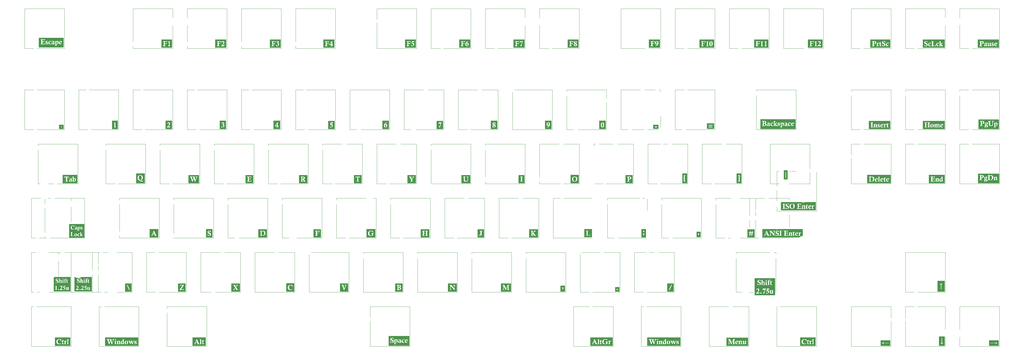
<source format=gto>
G04 #@! TF.GenerationSoftware,KiCad,Pcbnew,(7.0.0)*
G04 #@! TF.CreationDate,2023-02-27T14:14:18+01:00*
G04 #@! TF.ProjectId,Belja80,42656c6a-6138-4302-9e6b-696361645f70,1.0*
G04 #@! TF.SameCoordinates,Original*
G04 #@! TF.FileFunction,Legend,Top*
G04 #@! TF.FilePolarity,Positive*
%FSLAX46Y46*%
G04 Gerber Fmt 4.6, Leading zero omitted, Abs format (unit mm)*
G04 Created by KiCad (PCBNEW (7.0.0)) date 2023-02-27 14:14:18*
%MOMM*%
%LPD*%
G01*
G04 APERTURE LIST*
%ADD10C,0.200000*%
%ADD11C,0.360000*%
%ADD12C,0.120000*%
%ADD13C,1.500000*%
%ADD14C,0.300000*%
%ADD15C,1.700000*%
%ADD16C,4.000000*%
%ADD17C,2.200000*%
%ADD18C,5.700000*%
%ADD19C,3.050000*%
%ADD20C,0.600000*%
%ADD21O,0.900000X1.700000*%
%ADD22O,0.900000X2.000000*%
G04 APERTURE END LIST*
D10*
G36*
X101295166Y-157932717D02*
G01*
X101274912Y-157932717D01*
X101255255Y-157932717D01*
X101236196Y-157932717D01*
X101217735Y-157932717D01*
X101199871Y-157932717D01*
X101174196Y-157932717D01*
X101149866Y-157932717D01*
X101126880Y-157932717D01*
X101105239Y-157932717D01*
X101084943Y-157932717D01*
X101065991Y-157932717D01*
X101042814Y-157932717D01*
X100797936Y-157932717D01*
X101050288Y-157375697D01*
X101295166Y-157932717D01*
G37*
G36*
X104340655Y-159193279D02*
G01*
X99631017Y-159193279D01*
X99631017Y-158608000D01*
X100188160Y-158608000D01*
X100207924Y-158608000D01*
X100227651Y-158608000D01*
X100247341Y-158608000D01*
X100266992Y-158608000D01*
X100286606Y-158608000D01*
X100306182Y-158608000D01*
X100325720Y-158608000D01*
X100345220Y-158608000D01*
X100364682Y-158608000D01*
X100384107Y-158608000D01*
X100403494Y-158608000D01*
X100422843Y-158608000D01*
X100442155Y-158608000D01*
X100461428Y-158608000D01*
X100480664Y-158608000D01*
X100499862Y-158608000D01*
X100517719Y-158608000D01*
X100535679Y-158608000D01*
X100553742Y-158608000D01*
X100571908Y-158608000D01*
X100590177Y-158608000D01*
X100608549Y-158608000D01*
X100627024Y-158608000D01*
X100645602Y-158608000D01*
X100664283Y-158608000D01*
X100683067Y-158608000D01*
X100701955Y-158608000D01*
X100720945Y-158608000D01*
X100740038Y-158608000D01*
X100759234Y-158608000D01*
X100778534Y-158608000D01*
X100797936Y-158608000D01*
X100797936Y-158523589D01*
X100788342Y-158521709D01*
X100769949Y-158518044D01*
X100744350Y-158512785D01*
X100721139Y-158507812D01*
X100700316Y-158503125D01*
X100681881Y-158498724D01*
X100661016Y-158493301D01*
X100640903Y-158487237D01*
X100622521Y-158479186D01*
X100612958Y-158469773D01*
X100605075Y-158453328D01*
X100602737Y-158434343D01*
X100606086Y-158417185D01*
X100611310Y-158399914D01*
X100618946Y-158377411D01*
X100625375Y-158359503D01*
X100632877Y-158339269D01*
X100641450Y-158316710D01*
X100651094Y-158291826D01*
X100661810Y-158264617D01*
X100673598Y-158235082D01*
X100686457Y-158203222D01*
X100693289Y-158186420D01*
X100700388Y-158169037D01*
X100707756Y-158151072D01*
X100715391Y-158132526D01*
X100723294Y-158113399D01*
X100731465Y-158093691D01*
X100739904Y-158073401D01*
X100767215Y-158073401D01*
X100793533Y-158073401D01*
X100818859Y-158073401D01*
X100843191Y-158073401D01*
X100866532Y-158073401D01*
X100888879Y-158073401D01*
X100910234Y-158073401D01*
X100930597Y-158073401D01*
X100949967Y-158073401D01*
X100968344Y-158073401D01*
X100994048Y-158073401D01*
X101017520Y-158073401D01*
X101038757Y-158073401D01*
X101057762Y-158073401D01*
X101072498Y-158073401D01*
X101095459Y-158073401D01*
X101119448Y-158073401D01*
X101144465Y-158073401D01*
X101170510Y-158073401D01*
X101188444Y-158073401D01*
X101206835Y-158073401D01*
X101225683Y-158073401D01*
X101244987Y-158073401D01*
X101264748Y-158073401D01*
X101284967Y-158073401D01*
X101305642Y-158073401D01*
X101326773Y-158073401D01*
X101348362Y-158073401D01*
X101361589Y-158104960D01*
X101374122Y-158134902D01*
X101385961Y-158163226D01*
X101397107Y-158189932D01*
X101407558Y-158215021D01*
X101417316Y-158238491D01*
X101426380Y-158260344D01*
X101434751Y-158280580D01*
X101442427Y-158299197D01*
X101452641Y-158324091D01*
X101461294Y-158345344D01*
X101468385Y-158362957D01*
X101476736Y-158384224D01*
X101478488Y-158390077D01*
X101482568Y-158407959D01*
X101484210Y-158426429D01*
X101484187Y-158428368D01*
X101481405Y-158446383D01*
X101472989Y-158463323D01*
X101460469Y-158476108D01*
X101450107Y-158482136D01*
X101433585Y-158488679D01*
X101415930Y-158494285D01*
X101394333Y-158500220D01*
X101375548Y-158504887D01*
X101354544Y-158509741D01*
X101331323Y-158514779D01*
X101305884Y-158520003D01*
X101287692Y-158523589D01*
X101287692Y-158608000D01*
X101322116Y-158608000D01*
X101355815Y-158608000D01*
X101388790Y-158608000D01*
X101421039Y-158608000D01*
X101452565Y-158608000D01*
X101483365Y-158608000D01*
X101513441Y-158608000D01*
X101542791Y-158608000D01*
X101571418Y-158608000D01*
X101599319Y-158608000D01*
X101626496Y-158608000D01*
X101652948Y-158608000D01*
X101678675Y-158608000D01*
X101703678Y-158608000D01*
X101727956Y-158608000D01*
X101751509Y-158608000D01*
X101775097Y-158608000D01*
X101798928Y-158608000D01*
X101823003Y-158608000D01*
X101847323Y-158608000D01*
X101871886Y-158608000D01*
X101896693Y-158608000D01*
X101921743Y-158608000D01*
X101947038Y-158608000D01*
X101972576Y-158608000D01*
X101998359Y-158608000D01*
X102024385Y-158608000D01*
X102050655Y-158608000D01*
X102077169Y-158608000D01*
X102103926Y-158608000D01*
X102130928Y-158608000D01*
X102158174Y-158608000D01*
X102166966Y-158608000D01*
X102191124Y-158608000D01*
X102215017Y-158608000D01*
X102238646Y-158608000D01*
X102262010Y-158608000D01*
X102285110Y-158608000D01*
X102307946Y-158608000D01*
X102330516Y-158608000D01*
X102352823Y-158608000D01*
X102374865Y-158608000D01*
X102396642Y-158608000D01*
X102418155Y-158608000D01*
X102439404Y-158608000D01*
X102460388Y-158608000D01*
X102481108Y-158608000D01*
X102501563Y-158608000D01*
X102521753Y-158608000D01*
X102541518Y-158608000D01*
X102561575Y-158608000D01*
X102581924Y-158608000D01*
X102602564Y-158608000D01*
X102623497Y-158608000D01*
X102644721Y-158608000D01*
X102666238Y-158608000D01*
X102688046Y-158608000D01*
X102710147Y-158608000D01*
X102732539Y-158608000D01*
X102755223Y-158608000D01*
X102778199Y-158608000D01*
X102801467Y-158608000D01*
X102825028Y-158608000D01*
X102848880Y-158608000D01*
X102873024Y-158608000D01*
X102873024Y-158523589D01*
X102865069Y-158521746D01*
X102842366Y-158516191D01*
X102821401Y-158510597D01*
X102802175Y-158504965D01*
X102784688Y-158499294D01*
X102764076Y-158491672D01*
X102746556Y-158483982D01*
X102729003Y-158474273D01*
X102714315Y-158462480D01*
X102709630Y-158456338D01*
X102701826Y-158438863D01*
X102697344Y-158421212D01*
X102694506Y-158403528D01*
X102692484Y-158383139D01*
X102691453Y-158364880D01*
X102691081Y-158353336D01*
X102690567Y-158328589D01*
X102690254Y-158307136D01*
X102689966Y-158281719D01*
X102689701Y-158252339D01*
X102689461Y-158218995D01*
X102689350Y-158200837D01*
X102689244Y-158181688D01*
X102689145Y-158161548D01*
X102689052Y-158140417D01*
X102688965Y-158118295D01*
X102688884Y-158095183D01*
X102688809Y-158071079D01*
X102688740Y-158045984D01*
X102688676Y-158019899D01*
X102688619Y-157992823D01*
X102688568Y-157964755D01*
X102688523Y-157935697D01*
X102688484Y-157905648D01*
X102688451Y-157874608D01*
X102688424Y-157842578D01*
X102688403Y-157809556D01*
X102688388Y-157775543D01*
X102688379Y-157740540D01*
X102688376Y-157704545D01*
X102688412Y-157670918D01*
X102688520Y-157637741D01*
X102688701Y-157605014D01*
X102688953Y-157572737D01*
X102689012Y-157566939D01*
X102936331Y-157566939D01*
X102954902Y-157566179D01*
X102973985Y-157565437D01*
X102993995Y-157564736D01*
X103013268Y-157564301D01*
X103113065Y-157566939D01*
X103103393Y-158050540D01*
X103098557Y-158342019D01*
X103098825Y-158359879D01*
X103100232Y-158385639D01*
X103102844Y-158410163D01*
X103106661Y-158433450D01*
X103111685Y-158455500D01*
X103117913Y-158476314D01*
X103125348Y-158495892D01*
X103133988Y-158514233D01*
X103143833Y-158531338D01*
X103154884Y-158547206D01*
X103167141Y-158561838D01*
X103175896Y-158570835D01*
X103189711Y-158583242D01*
X103204345Y-158594343D01*
X103219798Y-158604139D01*
X103236071Y-158612628D01*
X103253163Y-158619811D01*
X103271074Y-158625688D01*
X103289804Y-158630259D01*
X103309353Y-158633524D01*
X103329721Y-158635483D01*
X103350909Y-158636136D01*
X103369827Y-158635662D01*
X103388993Y-158634240D01*
X103408405Y-158631870D01*
X103428065Y-158628553D01*
X103447973Y-158624287D01*
X103468127Y-158619073D01*
X103488529Y-158612911D01*
X103509178Y-158605801D01*
X103521820Y-158600700D01*
X103542102Y-158591361D01*
X103559883Y-158582454D01*
X103579866Y-158571917D01*
X103602052Y-158559749D01*
X103618066Y-158550732D01*
X103635059Y-158540989D01*
X103653031Y-158530522D01*
X103671982Y-158519330D01*
X103691911Y-158507414D01*
X103712820Y-158494772D01*
X103734707Y-158481406D01*
X103757573Y-158467316D01*
X103712730Y-158382905D01*
X103693060Y-158392962D01*
X103674441Y-158402030D01*
X103656872Y-158410108D01*
X103635083Y-158419340D01*
X103615162Y-158426814D01*
X103597109Y-158432529D01*
X103577171Y-158437200D01*
X103557099Y-158439179D01*
X103545441Y-158438634D01*
X103526956Y-158435305D01*
X103509652Y-158428948D01*
X103493528Y-158419565D01*
X103478585Y-158407155D01*
X103464823Y-158391719D01*
X103454663Y-158377190D01*
X103452283Y-158373110D01*
X103443518Y-158353227D01*
X103437737Y-158334573D01*
X103432637Y-158312711D01*
X103428217Y-158287643D01*
X103425647Y-158269149D01*
X103423381Y-158249230D01*
X103421416Y-158227885D01*
X103419753Y-158205115D01*
X103418393Y-158180920D01*
X103417335Y-158155299D01*
X103416580Y-158128252D01*
X103416126Y-158099781D01*
X103415975Y-158069884D01*
X103419932Y-157895348D01*
X103423449Y-157719493D01*
X103427406Y-157566939D01*
X103446449Y-157566939D01*
X103465332Y-157566939D01*
X103484052Y-157566939D01*
X103502611Y-157566939D01*
X103521009Y-157566939D01*
X103539245Y-157566939D01*
X103557320Y-157566939D01*
X103575234Y-157566939D01*
X103592986Y-157566939D01*
X103610577Y-157566939D01*
X103636660Y-157566939D01*
X103662380Y-157566939D01*
X103687737Y-157566939D01*
X103712730Y-157566939D01*
X103720665Y-157550741D01*
X103728860Y-157534680D01*
X103737316Y-157518757D01*
X103746033Y-157502972D01*
X103755011Y-157487323D01*
X103764250Y-157471812D01*
X103773751Y-157456439D01*
X103783512Y-157441203D01*
X103767245Y-157426255D01*
X103747316Y-157426574D01*
X103728303Y-157426873D01*
X103710208Y-157427151D01*
X103684784Y-157427530D01*
X103661423Y-157427862D01*
X103640126Y-157428148D01*
X103620893Y-157428388D01*
X103598457Y-157428635D01*
X103579690Y-157428800D01*
X103558418Y-157428893D01*
X103544185Y-157428767D01*
X103525555Y-157428457D01*
X103505496Y-157428058D01*
X103486482Y-157427646D01*
X103464830Y-157427151D01*
X103446860Y-157426726D01*
X103427406Y-157426255D01*
X103428117Y-157407316D01*
X103429041Y-157388089D01*
X103430178Y-157368573D01*
X103431528Y-157348769D01*
X103433090Y-157328676D01*
X103434866Y-157308295D01*
X103436855Y-157287625D01*
X103439056Y-157266667D01*
X103441471Y-157245420D01*
X103444098Y-157223884D01*
X103446939Y-157202061D01*
X103449992Y-157179948D01*
X103453259Y-157157547D01*
X103456738Y-157134858D01*
X103460430Y-157111880D01*
X103464335Y-157088614D01*
X103355305Y-157088614D01*
X103342671Y-157109826D01*
X103330047Y-157130379D01*
X103317433Y-157150273D01*
X103304830Y-157169507D01*
X103292236Y-157188081D01*
X103279654Y-157205997D01*
X103267081Y-157223252D01*
X103254519Y-157239849D01*
X103241967Y-157255786D01*
X103229425Y-157271063D01*
X103216894Y-157285681D01*
X103204373Y-157299639D01*
X103191862Y-157312938D01*
X103173115Y-157331650D01*
X103154391Y-157348879D01*
X103141896Y-157359677D01*
X103122870Y-157375154D01*
X103103503Y-157389765D01*
X103083797Y-157403511D01*
X103063750Y-157416391D01*
X103043364Y-157428405D01*
X103022638Y-157439554D01*
X103001571Y-157449837D01*
X102980164Y-157459255D01*
X102958418Y-157467807D01*
X102936331Y-157475494D01*
X102936331Y-157566939D01*
X102689012Y-157566939D01*
X102689278Y-157540909D01*
X102689674Y-157509532D01*
X102690143Y-157478604D01*
X102690684Y-157448127D01*
X102691297Y-157418099D01*
X102691982Y-157388522D01*
X102692740Y-157359394D01*
X102693569Y-157330716D01*
X102694471Y-157302488D01*
X102695444Y-157274711D01*
X102696490Y-157247383D01*
X102697608Y-157220505D01*
X102698847Y-157194072D01*
X102700143Y-157168078D01*
X102701498Y-157142524D01*
X102702911Y-157117410D01*
X102704383Y-157092735D01*
X102705913Y-157068500D01*
X102707502Y-157044705D01*
X102709149Y-157021349D01*
X102710854Y-156998433D01*
X102712618Y-156975957D01*
X102714440Y-156953920D01*
X102716320Y-156932323D01*
X102718259Y-156911165D01*
X102720256Y-156890447D01*
X102722312Y-156870169D01*
X102724426Y-156850330D01*
X102663756Y-156807246D01*
X102649748Y-156814459D01*
X102628961Y-156824917D01*
X102608444Y-156834943D01*
X102588198Y-156844536D01*
X102568223Y-156853696D01*
X102548518Y-156862424D01*
X102529083Y-156870718D01*
X102509919Y-156878580D01*
X102491025Y-156886010D01*
X102472402Y-156893006D01*
X102454049Y-156899570D01*
X102441575Y-156903835D01*
X102421626Y-156910363D01*
X102400194Y-156917045D01*
X102377278Y-156923882D01*
X102352878Y-156930873D01*
X102335787Y-156935620D01*
X102318037Y-156940435D01*
X102299627Y-156945319D01*
X102280558Y-156950272D01*
X102260829Y-156955294D01*
X102240441Y-156960384D01*
X102219393Y-156965543D01*
X102197686Y-156970770D01*
X102175319Y-156976066D01*
X102175319Y-157060477D01*
X102179328Y-157060477D01*
X102198457Y-157060477D01*
X102216062Y-157060477D01*
X102235176Y-157060477D01*
X102254701Y-157060477D01*
X102273358Y-157060477D01*
X102286733Y-157060971D01*
X102306551Y-157063994D01*
X102326252Y-157071248D01*
X102341502Y-157082459D01*
X102352301Y-157097626D01*
X102358648Y-157116750D01*
X102359081Y-157119416D01*
X102360675Y-157139430D01*
X102361726Y-157164259D01*
X102362358Y-157185487D01*
X102362935Y-157210455D01*
X102363457Y-157239164D01*
X102363924Y-157271613D01*
X102364137Y-157289240D01*
X102364336Y-157307802D01*
X102364521Y-157327299D01*
X102364693Y-157347732D01*
X102364851Y-157369099D01*
X102364995Y-157391402D01*
X102365126Y-157414639D01*
X102365243Y-157438812D01*
X102365346Y-157463920D01*
X102365435Y-157489963D01*
X102365511Y-157516941D01*
X102365572Y-157544854D01*
X102365620Y-157573702D01*
X102365655Y-157603485D01*
X102365675Y-157634204D01*
X102365682Y-157665857D01*
X102365675Y-157700280D01*
X102365655Y-157733867D01*
X102365620Y-157766617D01*
X102365572Y-157798531D01*
X102365511Y-157829609D01*
X102365435Y-157859850D01*
X102365346Y-157889255D01*
X102365243Y-157917824D01*
X102365126Y-157945557D01*
X102364995Y-157972453D01*
X102364851Y-157998512D01*
X102364693Y-158023735D01*
X102364521Y-158048122D01*
X102364336Y-158071673D01*
X102364137Y-158094387D01*
X102363924Y-158116265D01*
X102363697Y-158137307D01*
X102363457Y-158157512D01*
X102363202Y-158176881D01*
X102362935Y-158195414D01*
X102362358Y-158229970D01*
X102361726Y-158261181D01*
X102361039Y-158289046D01*
X102360297Y-158313566D01*
X102359500Y-158334741D01*
X102358648Y-158352570D01*
X102357123Y-158373893D01*
X102354966Y-158393237D01*
X102351381Y-158414635D01*
X102346809Y-158432941D01*
X102340018Y-158450829D01*
X102328753Y-158467755D01*
X102325236Y-158470962D01*
X102309409Y-158480807D01*
X102290175Y-158489271D01*
X102270831Y-158496213D01*
X102254014Y-158501518D01*
X102235220Y-158506908D01*
X102214447Y-158512384D01*
X102191696Y-158517944D01*
X102166966Y-158523589D01*
X102166966Y-158608000D01*
X102158174Y-158608000D01*
X102158174Y-158523589D01*
X102149248Y-158521246D01*
X102123848Y-158514453D01*
X102100510Y-158508016D01*
X102079236Y-158501934D01*
X102060026Y-158496207D01*
X102042879Y-158490836D01*
X102023226Y-158484228D01*
X102003818Y-158476856D01*
X101986275Y-158468195D01*
X101979461Y-158463407D01*
X101965832Y-158451482D01*
X101953907Y-158438478D01*
X101941982Y-158423075D01*
X101931760Y-158407965D01*
X101922931Y-158393356D01*
X101911281Y-158372117D01*
X101901948Y-158354274D01*
X101891360Y-158333484D01*
X101879519Y-158309747D01*
X101866425Y-158283063D01*
X101852076Y-158253432D01*
X101844432Y-158237512D01*
X101836474Y-158220854D01*
X101828203Y-158203460D01*
X101819619Y-158185330D01*
X101810721Y-158166462D01*
X101801509Y-158146858D01*
X101791985Y-158126517D01*
X101782146Y-158105439D01*
X101771995Y-158083625D01*
X101761530Y-158061074D01*
X101750751Y-158037786D01*
X101739660Y-158013761D01*
X101728254Y-157989000D01*
X101716536Y-157963502D01*
X101704504Y-157937267D01*
X101692158Y-157910295D01*
X101669813Y-157861598D01*
X101647949Y-157813876D01*
X101626567Y-157767128D01*
X101605666Y-157721354D01*
X101585248Y-157676556D01*
X101565311Y-157632732D01*
X101545856Y-157589882D01*
X101526882Y-157548007D01*
X101508390Y-157507106D01*
X101490380Y-157467181D01*
X101472852Y-157428229D01*
X101455805Y-157390253D01*
X101439240Y-157353251D01*
X101423157Y-157317223D01*
X101407555Y-157282170D01*
X101392436Y-157248092D01*
X101377797Y-157214988D01*
X101363641Y-157182859D01*
X101349966Y-157151705D01*
X101336773Y-157121525D01*
X101324062Y-157092319D01*
X101311833Y-157064088D01*
X101300085Y-157036832D01*
X101288819Y-157010551D01*
X101278034Y-156985243D01*
X101267731Y-156960911D01*
X101257910Y-156937553D01*
X101248571Y-156915170D01*
X101239714Y-156893761D01*
X101231338Y-156873327D01*
X101223444Y-156853868D01*
X101216031Y-156835383D01*
X101115794Y-156835383D01*
X101098308Y-156875438D01*
X101081075Y-156914876D01*
X101064095Y-156953697D01*
X101047369Y-156991900D01*
X101030895Y-157029486D01*
X101014676Y-157066455D01*
X100998709Y-157102806D01*
X100982996Y-157138540D01*
X100967536Y-157173656D01*
X100952330Y-157208155D01*
X100937376Y-157242037D01*
X100922676Y-157275301D01*
X100908230Y-157307948D01*
X100894036Y-157339978D01*
X100880096Y-157371390D01*
X100866410Y-157402185D01*
X100852976Y-157432362D01*
X100839796Y-157461922D01*
X100826869Y-157490865D01*
X100814196Y-157519190D01*
X100801776Y-157546898D01*
X100789609Y-157573988D01*
X100777695Y-157600462D01*
X100766035Y-157626317D01*
X100754628Y-157651556D01*
X100743475Y-157676177D01*
X100732574Y-157700180D01*
X100721927Y-157723566D01*
X100711533Y-157746335D01*
X100701393Y-157768487D01*
X100691506Y-157790021D01*
X100681872Y-157810937D01*
X100667057Y-157843065D01*
X100652616Y-157874326D01*
X100638549Y-157904720D01*
X100625567Y-157932717D01*
X100624857Y-157934249D01*
X100611539Y-157962911D01*
X100598595Y-157990706D01*
X100586026Y-158017635D01*
X100573831Y-158043698D01*
X100562011Y-158068894D01*
X100550565Y-158093224D01*
X100539493Y-158116687D01*
X100528796Y-158139285D01*
X100518473Y-158161015D01*
X100508525Y-158181879D01*
X100498950Y-158201877D01*
X100489751Y-158221009D01*
X100480925Y-158239274D01*
X100472474Y-158256673D01*
X100464398Y-158273205D01*
X100449368Y-158303671D01*
X100435835Y-158330670D01*
X100423800Y-158354205D01*
X100413262Y-158374274D01*
X100404222Y-158390877D01*
X100393470Y-158409284D01*
X100390537Y-158414207D01*
X100379946Y-158430223D01*
X100368850Y-158444345D01*
X100355551Y-158458166D01*
X100341593Y-158469514D01*
X100338888Y-158471403D01*
X100323339Y-158480658D01*
X100304421Y-158489590D01*
X100286859Y-158496504D01*
X100267141Y-158503212D01*
X100245266Y-158509714D01*
X100227444Y-158514455D01*
X100208408Y-158519080D01*
X100188160Y-158523589D01*
X100188160Y-158608000D01*
X99631017Y-158608000D01*
X99631017Y-156250103D01*
X104340655Y-156250103D01*
X104340655Y-159193279D01*
G37*
G36*
X343946243Y-100389681D02*
G01*
X343964420Y-100392319D01*
X343985633Y-100398089D01*
X344005172Y-100406607D01*
X344023036Y-100417873D01*
X344039227Y-100431886D01*
X344050973Y-100445076D01*
X344053766Y-100448676D01*
X344064201Y-100465293D01*
X344073454Y-100485454D01*
X344079618Y-100502902D01*
X344085118Y-100522343D01*
X344089953Y-100543778D01*
X344094124Y-100567206D01*
X344097630Y-100592629D01*
X344099598Y-100610685D01*
X344101270Y-100629627D01*
X344102648Y-100649455D01*
X344103730Y-100670170D01*
X344084736Y-100670170D01*
X344066113Y-100670170D01*
X344047861Y-100670170D01*
X344029981Y-100670170D01*
X344003855Y-100670170D01*
X343978564Y-100670170D01*
X343954107Y-100670170D01*
X343930485Y-100670170D01*
X343907698Y-100670170D01*
X343885745Y-100670170D01*
X343864627Y-100670170D01*
X343844344Y-100670170D01*
X343829740Y-100670170D01*
X343810657Y-100670170D01*
X343789874Y-100670170D01*
X343771256Y-100670170D01*
X343751457Y-100670170D01*
X343730478Y-100670170D01*
X343731207Y-100660775D01*
X343732921Y-100642496D01*
X343736129Y-100616352D01*
X343740103Y-100591738D01*
X343744841Y-100568655D01*
X343750345Y-100547101D01*
X343756614Y-100527078D01*
X343763648Y-100508585D01*
X343771446Y-100491622D01*
X343783035Y-100471385D01*
X343795984Y-100453868D01*
X343809956Y-100438618D01*
X343824615Y-100425402D01*
X343839961Y-100414219D01*
X343855994Y-100405069D01*
X343872714Y-100397952D01*
X343890121Y-100392869D01*
X343908215Y-100389819D01*
X343926996Y-100388802D01*
X343946243Y-100389681D01*
G37*
G36*
X341897534Y-100389681D02*
G01*
X341915711Y-100392319D01*
X341936924Y-100398089D01*
X341956463Y-100406607D01*
X341974327Y-100417873D01*
X341990518Y-100431886D01*
X342002264Y-100445076D01*
X342005057Y-100448676D01*
X342015492Y-100465293D01*
X342024745Y-100485454D01*
X342030909Y-100502902D01*
X342036409Y-100522343D01*
X342041244Y-100543778D01*
X342045415Y-100567206D01*
X342048921Y-100592629D01*
X342050889Y-100610685D01*
X342052561Y-100629627D01*
X342053939Y-100649455D01*
X342055021Y-100670170D01*
X342036027Y-100670170D01*
X342017404Y-100670170D01*
X341999152Y-100670170D01*
X341981272Y-100670170D01*
X341955146Y-100670170D01*
X341929855Y-100670170D01*
X341905398Y-100670170D01*
X341881776Y-100670170D01*
X341858989Y-100670170D01*
X341837036Y-100670170D01*
X341815918Y-100670170D01*
X341795635Y-100670170D01*
X341781031Y-100670170D01*
X341761948Y-100670170D01*
X341741165Y-100670170D01*
X341722547Y-100670170D01*
X341702748Y-100670170D01*
X341681769Y-100670170D01*
X341682498Y-100660775D01*
X341684212Y-100642496D01*
X341687420Y-100616352D01*
X341691394Y-100591738D01*
X341696132Y-100568655D01*
X341701636Y-100547101D01*
X341707905Y-100527078D01*
X341714939Y-100508585D01*
X341722737Y-100491622D01*
X341734326Y-100471385D01*
X341747275Y-100453868D01*
X341761247Y-100438618D01*
X341775906Y-100425402D01*
X341791252Y-100414219D01*
X341807285Y-100405069D01*
X341824005Y-100397952D01*
X341841412Y-100392869D01*
X341859506Y-100389819D01*
X341878287Y-100388802D01*
X341897534Y-100389681D01*
G37*
G36*
X339956097Y-100389681D02*
G01*
X339974273Y-100392319D01*
X339995486Y-100398089D01*
X340015025Y-100406607D01*
X340032890Y-100417873D01*
X340049080Y-100431886D01*
X340060827Y-100445076D01*
X340063620Y-100448676D01*
X340074054Y-100465293D01*
X340083307Y-100485454D01*
X340089472Y-100502902D01*
X340094972Y-100522343D01*
X340099807Y-100543778D01*
X340103977Y-100567206D01*
X340107483Y-100592629D01*
X340109451Y-100610685D01*
X340111124Y-100629627D01*
X340112501Y-100649455D01*
X340113583Y-100670170D01*
X340094589Y-100670170D01*
X340075967Y-100670170D01*
X340057715Y-100670170D01*
X340039834Y-100670170D01*
X340013708Y-100670170D01*
X339988417Y-100670170D01*
X339963961Y-100670170D01*
X339940339Y-100670170D01*
X339917551Y-100670170D01*
X339895599Y-100670170D01*
X339874481Y-100670170D01*
X339854197Y-100670170D01*
X339839593Y-100670170D01*
X339820510Y-100670170D01*
X339799727Y-100670170D01*
X339781109Y-100670170D01*
X339761311Y-100670170D01*
X339740331Y-100670170D01*
X339741061Y-100660775D01*
X339742775Y-100642496D01*
X339745983Y-100616352D01*
X339749956Y-100591738D01*
X339754695Y-100568655D01*
X339760199Y-100547101D01*
X339766467Y-100527078D01*
X339773501Y-100508585D01*
X339781300Y-100491622D01*
X339792888Y-100471385D01*
X339805837Y-100453868D01*
X339819809Y-100438618D01*
X339834468Y-100425402D01*
X339849815Y-100414219D01*
X339865848Y-100405069D01*
X339882568Y-100397952D01*
X339899974Y-100392869D01*
X339918068Y-100389819D01*
X339936849Y-100388802D01*
X339956097Y-100389681D01*
G37*
G36*
X338260863Y-99854789D02*
G01*
X338294337Y-99856546D01*
X338326644Y-99859474D01*
X338357782Y-99863573D01*
X338387753Y-99868844D01*
X338416556Y-99875285D01*
X338444192Y-99882898D01*
X338470659Y-99891682D01*
X338495959Y-99901638D01*
X338520091Y-99912764D01*
X338543055Y-99925062D01*
X338564851Y-99938531D01*
X338585480Y-99953171D01*
X338604941Y-99968983D01*
X338623234Y-99985966D01*
X338640359Y-100004120D01*
X338660110Y-100027814D01*
X338678587Y-100052844D01*
X338695789Y-100079210D01*
X338711718Y-100106912D01*
X338726372Y-100135951D01*
X338739751Y-100166325D01*
X338751857Y-100198036D01*
X338762688Y-100231082D01*
X338767626Y-100248107D01*
X338772245Y-100265465D01*
X338776546Y-100283157D01*
X338780528Y-100301184D01*
X338784191Y-100319544D01*
X338787536Y-100338239D01*
X338790563Y-100357267D01*
X338793270Y-100376630D01*
X338795660Y-100396326D01*
X338797730Y-100416357D01*
X338799482Y-100436721D01*
X338800916Y-100457420D01*
X338802031Y-100478452D01*
X338802827Y-100499819D01*
X338803305Y-100521520D01*
X338803464Y-100543554D01*
X338803285Y-100569246D01*
X338802745Y-100594554D01*
X338801845Y-100619478D01*
X338800586Y-100644018D01*
X338798967Y-100668175D01*
X338796988Y-100691947D01*
X338794650Y-100715336D01*
X338791951Y-100738341D01*
X338788893Y-100760962D01*
X338785475Y-100783199D01*
X338781698Y-100805053D01*
X338777560Y-100826523D01*
X338773063Y-100847608D01*
X338768206Y-100868310D01*
X338762989Y-100888629D01*
X338757412Y-100908563D01*
X338751476Y-100928114D01*
X338745180Y-100947280D01*
X338738524Y-100966063D01*
X338731508Y-100984462D01*
X338724133Y-101002477D01*
X338716397Y-101020109D01*
X338708302Y-101037357D01*
X338699847Y-101054220D01*
X338691033Y-101070700D01*
X338681858Y-101086796D01*
X338672324Y-101102509D01*
X338662430Y-101117837D01*
X338652176Y-101132782D01*
X338641563Y-101147343D01*
X338630590Y-101161520D01*
X338619257Y-101175313D01*
X338610080Y-101185780D01*
X338590908Y-101205719D01*
X338570643Y-101224328D01*
X338549286Y-101241607D01*
X338526837Y-101257558D01*
X338503296Y-101272179D01*
X338478663Y-101285472D01*
X338452937Y-101297434D01*
X338426119Y-101308068D01*
X338398209Y-101317373D01*
X338369207Y-101325348D01*
X338339112Y-101331994D01*
X338307926Y-101337311D01*
X338275647Y-101341299D01*
X338242275Y-101343957D01*
X338207812Y-101345286D01*
X338190171Y-101345452D01*
X338177289Y-101345353D01*
X338157264Y-101344830D01*
X338136398Y-101343859D01*
X338114688Y-101342439D01*
X338092137Y-101340572D01*
X338068743Y-101338256D01*
X338044507Y-101335492D01*
X338019428Y-101332280D01*
X337993507Y-101328619D01*
X337975758Y-101325930D01*
X337957635Y-101323041D01*
X337939138Y-101319953D01*
X337938381Y-101293767D01*
X337937647Y-101267798D01*
X337936938Y-101242048D01*
X337936253Y-101216515D01*
X337935592Y-101191201D01*
X337934954Y-101166104D01*
X337934341Y-101141226D01*
X337933752Y-101116566D01*
X337933187Y-101092124D01*
X337932646Y-101067901D01*
X337932129Y-101043895D01*
X337931637Y-101020107D01*
X337931168Y-100996538D01*
X337930723Y-100973186D01*
X337930302Y-100950053D01*
X337929906Y-100927138D01*
X337929533Y-100904441D01*
X337929184Y-100881962D01*
X337928860Y-100859701D01*
X337928559Y-100837658D01*
X337928283Y-100815833D01*
X337928030Y-100794226D01*
X337927802Y-100772838D01*
X337927597Y-100751668D01*
X337927417Y-100730715D01*
X337927261Y-100709981D01*
X337927129Y-100689465D01*
X337927020Y-100669167D01*
X337926936Y-100649087D01*
X337926876Y-100629225D01*
X337926840Y-100609581D01*
X337926828Y-100590156D01*
X337926840Y-100556882D01*
X337926876Y-100524272D01*
X337926936Y-100492325D01*
X337927020Y-100461040D01*
X337927129Y-100430418D01*
X337927261Y-100400459D01*
X337927417Y-100371163D01*
X337927597Y-100342530D01*
X337927802Y-100314560D01*
X337928030Y-100287253D01*
X337928283Y-100260608D01*
X337928559Y-100234627D01*
X337928860Y-100209308D01*
X337929184Y-100184652D01*
X337929533Y-100160660D01*
X337929906Y-100137330D01*
X337930302Y-100114663D01*
X337930723Y-100092658D01*
X337931168Y-100071317D01*
X337931637Y-100050639D01*
X337932129Y-100030623D01*
X337932646Y-100011271D01*
X337933187Y-99992581D01*
X337933752Y-99974554D01*
X337934954Y-99940489D01*
X337936253Y-99909075D01*
X337937647Y-99880314D01*
X337939138Y-99854203D01*
X337949613Y-99854203D01*
X337970273Y-99854203D01*
X337990544Y-99854203D01*
X338010427Y-99854203D01*
X338029923Y-99854203D01*
X338049030Y-99854203D01*
X338067748Y-99854203D01*
X338086079Y-99854203D01*
X338104022Y-99854203D01*
X338130208Y-99854203D01*
X338155521Y-99854203D01*
X338179961Y-99854203D01*
X338203528Y-99854203D01*
X338226221Y-99854203D01*
X338260863Y-99854789D01*
G37*
G36*
X344991040Y-102043279D02*
G01*
X336718143Y-102043279D01*
X336718143Y-99713519D01*
X337275286Y-99713519D01*
X337275286Y-99788697D01*
X337327163Y-99797930D01*
X337347010Y-99801737D01*
X337365776Y-99805465D01*
X337391895Y-99810910D01*
X337415580Y-99816176D01*
X337436831Y-99821265D01*
X337455647Y-99826176D01*
X337476949Y-99832448D01*
X337497490Y-99839843D01*
X337514888Y-99849367D01*
X337526044Y-99861018D01*
X337535835Y-99877803D01*
X337542086Y-99895993D01*
X337545663Y-99914434D01*
X337546887Y-99924325D01*
X337548576Y-99945758D01*
X337549603Y-99964442D01*
X337550551Y-99986644D01*
X337551420Y-100012363D01*
X337552210Y-100041599D01*
X337552921Y-100074352D01*
X337553246Y-100092047D01*
X337553553Y-100110622D01*
X337553839Y-100130076D01*
X337554105Y-100150409D01*
X337554352Y-100171621D01*
X337554579Y-100193713D01*
X337554787Y-100216684D01*
X337554974Y-100240534D01*
X337555142Y-100265264D01*
X337555290Y-100290873D01*
X337555419Y-100317361D01*
X337555527Y-100344728D01*
X337555616Y-100372975D01*
X337555685Y-100402101D01*
X337555735Y-100432106D01*
X337555764Y-100462991D01*
X337555774Y-100494755D01*
X337555768Y-100538049D01*
X337555750Y-100580116D01*
X337555743Y-100590156D01*
X337555720Y-100620955D01*
X337555678Y-100660566D01*
X337555624Y-100698950D01*
X337555558Y-100736105D01*
X337555480Y-100772032D01*
X337555390Y-100806732D01*
X337555287Y-100840204D01*
X337555173Y-100872448D01*
X337555047Y-100903463D01*
X337554909Y-100933251D01*
X337554759Y-100961811D01*
X337554596Y-100989144D01*
X337554422Y-101015248D01*
X337554236Y-101040124D01*
X337554037Y-101063773D01*
X337553827Y-101086194D01*
X337553604Y-101107386D01*
X337553370Y-101127351D01*
X337553124Y-101146088D01*
X337552595Y-101179878D01*
X337552018Y-101208757D01*
X337551393Y-101232724D01*
X337550719Y-101251780D01*
X337549619Y-101271154D01*
X337548924Y-101277322D01*
X337545056Y-101297398D01*
X337538958Y-101315117D01*
X337529259Y-101332483D01*
X337516647Y-101346771D01*
X337504718Y-101354836D01*
X337486241Y-101363095D01*
X337466746Y-101369840D01*
X337449375Y-101374981D01*
X337429647Y-101380191D01*
X337407561Y-101385470D01*
X337383119Y-101390819D01*
X337365514Y-101394424D01*
X337346863Y-101398059D01*
X337327163Y-101401726D01*
X337275286Y-101410079D01*
X337275286Y-101486136D01*
X337297658Y-101486136D01*
X337319492Y-101486136D01*
X337340787Y-101486136D01*
X337361544Y-101486136D01*
X337381763Y-101486136D01*
X337401443Y-101486136D01*
X337420585Y-101486136D01*
X337439188Y-101486136D01*
X337474780Y-101486136D01*
X337508218Y-101486136D01*
X337539503Y-101486136D01*
X337568634Y-101486136D01*
X337595611Y-101486136D01*
X337620435Y-101486136D01*
X337643106Y-101486136D01*
X337663623Y-101486136D01*
X337681986Y-101486136D01*
X337705494Y-101486136D01*
X337724155Y-101486136D01*
X337733072Y-101486136D01*
X337751984Y-101486136D01*
X337773327Y-101486136D01*
X337792959Y-101486136D01*
X337815697Y-101486136D01*
X337841542Y-101486136D01*
X337860498Y-101486136D01*
X337880834Y-101486136D01*
X337902552Y-101486136D01*
X337925650Y-101486136D01*
X337950129Y-101486136D01*
X337974676Y-101486136D01*
X337997871Y-101486136D01*
X338019712Y-101486136D01*
X338040199Y-101486136D01*
X338059334Y-101486136D01*
X338077115Y-101486136D01*
X338101250Y-101486136D01*
X338122339Y-101486136D01*
X338140384Y-101486136D01*
X338159708Y-101486136D01*
X338180499Y-101486136D01*
X338199260Y-101486028D01*
X338217845Y-101485702D01*
X338236255Y-101485159D01*
X338254488Y-101484398D01*
X338272546Y-101483421D01*
X338290427Y-101482226D01*
X338308132Y-101480814D01*
X338325661Y-101479185D01*
X338360192Y-101475274D01*
X338394018Y-101470495D01*
X338427140Y-101464847D01*
X338459558Y-101458329D01*
X338491272Y-101450943D01*
X338522282Y-101442688D01*
X338552588Y-101433564D01*
X338582190Y-101423570D01*
X338611087Y-101412708D01*
X338639281Y-101400977D01*
X338666770Y-101388377D01*
X338693555Y-101374908D01*
X338709271Y-101366537D01*
X338724766Y-101357965D01*
X338755091Y-101340218D01*
X338784529Y-101321667D01*
X338813082Y-101302313D01*
X338840748Y-101282155D01*
X338867528Y-101261193D01*
X338893422Y-101239428D01*
X338918430Y-101216859D01*
X338942551Y-101193486D01*
X338965787Y-101169309D01*
X338988136Y-101144329D01*
X339009599Y-101118545D01*
X339030176Y-101091957D01*
X339049867Y-101064565D01*
X339068672Y-101036370D01*
X339086591Y-101007371D01*
X339103520Y-100977710D01*
X339119357Y-100947526D01*
X339134103Y-100916820D01*
X339140067Y-100903177D01*
X339401371Y-100903177D01*
X339401970Y-100937801D01*
X339403768Y-100971548D01*
X339406765Y-101004419D01*
X339410961Y-101036415D01*
X339416355Y-101067535D01*
X339422948Y-101097779D01*
X339430739Y-101127147D01*
X339439729Y-101155639D01*
X339449918Y-101183255D01*
X339461306Y-101209996D01*
X339473892Y-101235861D01*
X339487677Y-101260850D01*
X339502661Y-101284963D01*
X339518843Y-101308200D01*
X339536224Y-101330561D01*
X339554804Y-101352047D01*
X339570344Y-101368284D01*
X339586740Y-101383474D01*
X339603990Y-101397616D01*
X339622096Y-101410711D01*
X339641057Y-101422758D01*
X339660874Y-101433758D01*
X339681545Y-101443710D01*
X339703072Y-101452614D01*
X339725454Y-101460471D01*
X339748691Y-101467280D01*
X339772784Y-101473042D01*
X339797731Y-101477756D01*
X339823534Y-101481422D01*
X339850192Y-101484041D01*
X339877706Y-101485612D01*
X339906074Y-101486136D01*
X339926335Y-101485843D01*
X339945899Y-101484962D01*
X339964769Y-101483493D01*
X339982942Y-101481438D01*
X340006092Y-101477783D01*
X340028005Y-101473085D01*
X340048682Y-101467342D01*
X340068122Y-101460555D01*
X340074061Y-101458000D01*
X340516730Y-101458000D01*
X340540888Y-101458000D01*
X340564781Y-101458000D01*
X340588410Y-101458000D01*
X340611774Y-101458000D01*
X340634874Y-101458000D01*
X340657710Y-101458000D01*
X340680281Y-101458000D01*
X340702587Y-101458000D01*
X340724629Y-101458000D01*
X340746406Y-101458000D01*
X340767919Y-101458000D01*
X340789168Y-101458000D01*
X340810152Y-101458000D01*
X340830872Y-101458000D01*
X340851327Y-101458000D01*
X340871518Y-101458000D01*
X340891282Y-101458000D01*
X340911339Y-101458000D01*
X340931688Y-101458000D01*
X340952328Y-101458000D01*
X340973261Y-101458000D01*
X340994485Y-101458000D01*
X341016002Y-101458000D01*
X341037810Y-101458000D01*
X341059911Y-101458000D01*
X341082303Y-101458000D01*
X341104987Y-101458000D01*
X341127963Y-101458000D01*
X341151231Y-101458000D01*
X341174792Y-101458000D01*
X341198644Y-101458000D01*
X341222788Y-101458000D01*
X341222788Y-101373589D01*
X341214833Y-101371746D01*
X341192130Y-101366191D01*
X341171165Y-101360597D01*
X341151939Y-101354965D01*
X341134452Y-101349294D01*
X341113840Y-101341672D01*
X341096320Y-101333982D01*
X341078767Y-101324273D01*
X341064079Y-101312480D01*
X341059394Y-101306338D01*
X341051590Y-101288863D01*
X341047108Y-101271212D01*
X341044270Y-101253528D01*
X341042248Y-101233139D01*
X341041217Y-101214880D01*
X341040845Y-101203336D01*
X341040331Y-101178589D01*
X341040018Y-101157136D01*
X341039730Y-101131719D01*
X341039465Y-101102339D01*
X341039225Y-101068995D01*
X341039114Y-101050837D01*
X341039009Y-101031688D01*
X341038909Y-101011548D01*
X341038816Y-100990417D01*
X341038729Y-100968295D01*
X341038648Y-100945183D01*
X341038573Y-100921079D01*
X341038524Y-100903177D01*
X341342809Y-100903177D01*
X341343408Y-100937801D01*
X341345206Y-100971548D01*
X341348203Y-101004419D01*
X341352398Y-101036415D01*
X341357792Y-101067535D01*
X341364385Y-101097779D01*
X341372177Y-101127147D01*
X341381167Y-101155639D01*
X341391356Y-101183255D01*
X341402743Y-101209996D01*
X341415330Y-101235861D01*
X341429115Y-101260850D01*
X341444098Y-101284963D01*
X341460281Y-101308200D01*
X341477662Y-101330561D01*
X341496242Y-101352047D01*
X341511782Y-101368284D01*
X341528177Y-101383474D01*
X341545428Y-101397616D01*
X341563534Y-101410711D01*
X341582495Y-101422758D01*
X341602311Y-101433758D01*
X341622983Y-101443710D01*
X341644509Y-101452614D01*
X341666891Y-101460471D01*
X341690129Y-101467280D01*
X341714221Y-101473042D01*
X341739169Y-101477756D01*
X341764972Y-101481422D01*
X341791630Y-101484041D01*
X341819143Y-101485612D01*
X341847512Y-101486136D01*
X341867772Y-101485843D01*
X341887337Y-101484962D01*
X341906206Y-101483493D01*
X341924380Y-101481438D01*
X341947529Y-101477783D01*
X341969443Y-101473085D01*
X341990119Y-101467342D01*
X342009559Y-101460555D01*
X342027763Y-101452724D01*
X342048273Y-101442739D01*
X342069027Y-101432020D01*
X342090025Y-101420565D01*
X342111267Y-101408375D01*
X342132752Y-101395451D01*
X342154482Y-101381791D01*
X342176455Y-101367396D01*
X342198672Y-101352267D01*
X342221133Y-101336402D01*
X342243838Y-101319802D01*
X342266787Y-101302468D01*
X342289979Y-101284398D01*
X342313416Y-101265593D01*
X342337096Y-101246053D01*
X342361020Y-101225778D01*
X342385188Y-101204769D01*
X342321001Y-101120358D01*
X342308159Y-101130375D01*
X342289372Y-101144635D01*
X342271157Y-101157975D01*
X342253514Y-101170395D01*
X342236443Y-101181895D01*
X342219944Y-101192476D01*
X342204016Y-101202138D01*
X342183669Y-101213589D01*
X342164339Y-101223405D01*
X342146026Y-101231586D01*
X342128213Y-101238490D01*
X342110168Y-101244473D01*
X342091888Y-101249536D01*
X342073375Y-101253678D01*
X342054629Y-101256900D01*
X342035649Y-101259201D01*
X342016436Y-101260582D01*
X341996989Y-101261042D01*
X341987119Y-101260915D01*
X341967844Y-101259894D01*
X341949187Y-101257854D01*
X341931148Y-101254794D01*
X341913727Y-101250714D01*
X341888755Y-101242680D01*
X341865175Y-101232352D01*
X341842985Y-101219728D01*
X341822186Y-101204809D01*
X341802779Y-101187595D01*
X341790613Y-101174844D01*
X341779066Y-101161073D01*
X341768137Y-101146281D01*
X341757826Y-101130470D01*
X341748190Y-101113987D01*
X341739176Y-101097181D01*
X341730783Y-101080052D01*
X341723012Y-101062601D01*
X341715863Y-101044826D01*
X341709335Y-101026729D01*
X341703429Y-101008309D01*
X341698145Y-100989566D01*
X341693483Y-100970500D01*
X341689442Y-100951112D01*
X341686023Y-100931400D01*
X341683225Y-100911366D01*
X341681049Y-100891008D01*
X341679495Y-100870328D01*
X341678562Y-100849325D01*
X341678252Y-100828000D01*
X341678315Y-100819521D01*
X341678767Y-100801656D01*
X341679571Y-100782717D01*
X341698516Y-100782717D01*
X341717654Y-100782717D01*
X341736984Y-100782717D01*
X341756507Y-100782717D01*
X341776222Y-100782717D01*
X341796129Y-100782717D01*
X341816229Y-100782717D01*
X341836521Y-100782717D01*
X341857005Y-100782717D01*
X341877682Y-100782717D01*
X341898551Y-100782717D01*
X341919612Y-100782717D01*
X341940866Y-100782717D01*
X341962312Y-100782717D01*
X341983951Y-100782717D01*
X342005781Y-100782717D01*
X342022580Y-100782717D01*
X342047714Y-100782717D01*
X342072771Y-100782717D01*
X342097750Y-100782717D01*
X342122653Y-100782717D01*
X342147478Y-100782717D01*
X342172225Y-100782717D01*
X342196895Y-100782717D01*
X342221489Y-100782717D01*
X342246004Y-100782717D01*
X342270443Y-100782717D01*
X342283776Y-100769809D01*
X342297398Y-100757245D01*
X342311308Y-100745025D01*
X342325507Y-100733148D01*
X342339995Y-100721614D01*
X342354771Y-100710424D01*
X342369835Y-100699577D01*
X342385188Y-100689074D01*
X342383572Y-100664322D01*
X342381472Y-100640405D01*
X342378887Y-100617322D01*
X342375818Y-100595074D01*
X342372265Y-100573661D01*
X342368228Y-100553082D01*
X342363706Y-100533338D01*
X342358700Y-100514428D01*
X342353210Y-100496353D01*
X342347235Y-100479113D01*
X342337365Y-100454818D01*
X342326406Y-100432400D01*
X342317336Y-100416939D01*
X342467840Y-100416939D01*
X342486411Y-100416179D01*
X342505494Y-100415437D01*
X342525504Y-100414736D01*
X342544776Y-100414301D01*
X342644574Y-100416939D01*
X342634902Y-100900540D01*
X342630066Y-101192019D01*
X342630334Y-101209879D01*
X342631740Y-101235639D01*
X342634352Y-101260163D01*
X342638170Y-101283450D01*
X342643193Y-101305500D01*
X342649422Y-101326314D01*
X342656856Y-101345892D01*
X342665496Y-101364233D01*
X342675342Y-101381338D01*
X342686393Y-101397206D01*
X342698649Y-101411838D01*
X342707404Y-101420835D01*
X342721219Y-101433242D01*
X342735854Y-101444343D01*
X342751307Y-101454139D01*
X342767580Y-101462628D01*
X342784671Y-101469811D01*
X342802582Y-101475688D01*
X342821312Y-101480259D01*
X342840862Y-101483524D01*
X342861230Y-101485483D01*
X342882418Y-101486136D01*
X342901336Y-101485662D01*
X342920501Y-101484240D01*
X342939914Y-101481870D01*
X342959574Y-101478553D01*
X342979481Y-101474287D01*
X342999636Y-101469073D01*
X343020038Y-101462911D01*
X343040687Y-101455801D01*
X343053329Y-101450700D01*
X343073610Y-101441361D01*
X343091391Y-101432454D01*
X343111375Y-101421917D01*
X343133560Y-101409749D01*
X343149575Y-101400732D01*
X343166568Y-101390989D01*
X343184539Y-101380522D01*
X343203490Y-101369330D01*
X343223420Y-101357414D01*
X343244328Y-101344772D01*
X343266216Y-101331406D01*
X343289082Y-101317316D01*
X343244239Y-101232905D01*
X343224569Y-101242962D01*
X343205949Y-101252030D01*
X343188381Y-101260108D01*
X343166592Y-101269340D01*
X343146671Y-101276814D01*
X343128618Y-101282529D01*
X343108680Y-101287200D01*
X343088608Y-101289179D01*
X343076950Y-101288634D01*
X343058465Y-101285305D01*
X343041161Y-101278948D01*
X343025037Y-101269565D01*
X343010094Y-101257155D01*
X342996332Y-101241719D01*
X342986172Y-101227190D01*
X342983792Y-101223110D01*
X342975027Y-101203227D01*
X342969246Y-101184573D01*
X342964146Y-101162711D01*
X342959725Y-101137643D01*
X342957156Y-101119149D01*
X342954889Y-101099230D01*
X342952925Y-101077885D01*
X342951262Y-101055115D01*
X342949902Y-101030920D01*
X342948844Y-101005299D01*
X342948089Y-100978252D01*
X342947635Y-100949781D01*
X342947484Y-100919884D01*
X342947863Y-100903177D01*
X343391518Y-100903177D01*
X343392117Y-100937801D01*
X343393915Y-100971548D01*
X343396912Y-101004419D01*
X343401107Y-101036415D01*
X343406501Y-101067535D01*
X343413094Y-101097779D01*
X343420886Y-101127147D01*
X343429876Y-101155639D01*
X343440065Y-101183255D01*
X343451452Y-101209996D01*
X343464039Y-101235861D01*
X343477824Y-101260850D01*
X343492807Y-101284963D01*
X343508990Y-101308200D01*
X343526371Y-101330561D01*
X343544951Y-101352047D01*
X343560491Y-101368284D01*
X343576886Y-101383474D01*
X343594137Y-101397616D01*
X343612243Y-101410711D01*
X343631204Y-101422758D01*
X343651020Y-101433758D01*
X343671692Y-101443710D01*
X343693218Y-101452614D01*
X343715600Y-101460471D01*
X343738838Y-101467280D01*
X343762930Y-101473042D01*
X343787878Y-101477756D01*
X343813681Y-101481422D01*
X343840339Y-101484041D01*
X343867852Y-101485612D01*
X343896221Y-101486136D01*
X343916481Y-101485843D01*
X343936046Y-101484962D01*
X343954915Y-101483493D01*
X343973089Y-101481438D01*
X343996238Y-101477783D01*
X344018152Y-101473085D01*
X344038828Y-101467342D01*
X344058268Y-101460555D01*
X344076472Y-101452724D01*
X344096982Y-101442739D01*
X344117736Y-101432020D01*
X344138734Y-101420565D01*
X344159976Y-101408375D01*
X344181461Y-101395451D01*
X344203191Y-101381791D01*
X344225164Y-101367396D01*
X344247381Y-101352267D01*
X344269842Y-101336402D01*
X344292547Y-101319802D01*
X344315496Y-101302468D01*
X344338688Y-101284398D01*
X344362125Y-101265593D01*
X344385805Y-101246053D01*
X344409729Y-101225778D01*
X344433897Y-101204769D01*
X344369710Y-101120358D01*
X344356868Y-101130375D01*
X344338081Y-101144635D01*
X344319866Y-101157975D01*
X344302223Y-101170395D01*
X344285152Y-101181895D01*
X344268653Y-101192476D01*
X344252725Y-101202138D01*
X344232378Y-101213589D01*
X344213048Y-101223405D01*
X344194735Y-101231586D01*
X344176922Y-101238490D01*
X344158877Y-101244473D01*
X344140597Y-101249536D01*
X344122084Y-101253678D01*
X344103338Y-101256900D01*
X344084358Y-101259201D01*
X344065145Y-101260582D01*
X344045698Y-101261042D01*
X344035828Y-101260915D01*
X344016553Y-101259894D01*
X343997896Y-101257854D01*
X343979857Y-101254794D01*
X343962436Y-101250714D01*
X343937464Y-101242680D01*
X343913884Y-101232352D01*
X343891694Y-101219728D01*
X343870895Y-101204809D01*
X343851488Y-101187595D01*
X343839322Y-101174844D01*
X343827775Y-101161073D01*
X343816846Y-101146281D01*
X343806535Y-101130470D01*
X343796899Y-101113987D01*
X343787885Y-101097181D01*
X343779492Y-101080052D01*
X343771721Y-101062601D01*
X343764572Y-101044826D01*
X343758044Y-101026729D01*
X343752138Y-101008309D01*
X343746854Y-100989566D01*
X343742192Y-100970500D01*
X343738151Y-100951112D01*
X343734732Y-100931400D01*
X343731934Y-100911366D01*
X343729758Y-100891008D01*
X343728204Y-100870328D01*
X343727271Y-100849325D01*
X343726961Y-100828000D01*
X343727024Y-100819521D01*
X343727476Y-100801656D01*
X343728280Y-100782717D01*
X343747225Y-100782717D01*
X343766363Y-100782717D01*
X343785693Y-100782717D01*
X343805216Y-100782717D01*
X343824931Y-100782717D01*
X343844838Y-100782717D01*
X343864938Y-100782717D01*
X343885230Y-100782717D01*
X343905714Y-100782717D01*
X343926391Y-100782717D01*
X343947260Y-100782717D01*
X343968321Y-100782717D01*
X343989575Y-100782717D01*
X344011021Y-100782717D01*
X344032660Y-100782717D01*
X344054490Y-100782717D01*
X344071289Y-100782717D01*
X344096423Y-100782717D01*
X344121480Y-100782717D01*
X344146459Y-100782717D01*
X344171362Y-100782717D01*
X344196187Y-100782717D01*
X344220934Y-100782717D01*
X344245604Y-100782717D01*
X344270198Y-100782717D01*
X344294713Y-100782717D01*
X344319152Y-100782717D01*
X344332485Y-100769809D01*
X344346107Y-100757245D01*
X344360017Y-100745025D01*
X344374216Y-100733148D01*
X344388704Y-100721614D01*
X344403480Y-100710424D01*
X344418544Y-100699577D01*
X344433897Y-100689074D01*
X344432281Y-100664322D01*
X344430181Y-100640405D01*
X344427596Y-100617322D01*
X344424527Y-100595074D01*
X344420974Y-100573661D01*
X344416937Y-100553082D01*
X344412415Y-100533338D01*
X344407409Y-100514428D01*
X344401919Y-100496353D01*
X344395944Y-100479113D01*
X344386074Y-100454818D01*
X344375115Y-100432400D01*
X344363065Y-100411860D01*
X344349926Y-100393198D01*
X344335637Y-100375630D01*
X344320354Y-100359195D01*
X344304079Y-100343894D01*
X344286811Y-100329726D01*
X344268551Y-100316691D01*
X344249298Y-100304790D01*
X344229052Y-100294022D01*
X344207814Y-100284388D01*
X344185583Y-100275887D01*
X344162359Y-100268520D01*
X344138143Y-100262286D01*
X344112935Y-100257186D01*
X344086733Y-100253219D01*
X344059539Y-100250385D01*
X344031353Y-100248685D01*
X344002173Y-100248118D01*
X343970077Y-100248829D01*
X343938632Y-100250962D01*
X343907840Y-100254517D01*
X343877701Y-100259494D01*
X343848215Y-100265893D01*
X343819381Y-100273713D01*
X343791199Y-100282956D01*
X343763670Y-100293621D01*
X343736794Y-100305707D01*
X343710570Y-100319216D01*
X343684999Y-100334146D01*
X343660081Y-100350499D01*
X343635815Y-100368273D01*
X343612202Y-100387469D01*
X343589241Y-100408088D01*
X343566933Y-100430128D01*
X343556141Y-100441583D01*
X343535584Y-100465138D01*
X343516398Y-100489552D01*
X343498582Y-100514824D01*
X343482137Y-100540955D01*
X343467063Y-100567945D01*
X343453358Y-100595793D01*
X343441024Y-100624500D01*
X343430061Y-100654065D01*
X343424983Y-100670170D01*
X343420468Y-100684490D01*
X343412245Y-100715773D01*
X343405393Y-100747914D01*
X343399911Y-100780915D01*
X343395800Y-100814773D01*
X343393059Y-100849491D01*
X343392203Y-100867172D01*
X343391689Y-100885067D01*
X343391518Y-100903177D01*
X342947863Y-100903177D01*
X342951441Y-100745348D01*
X342954958Y-100569493D01*
X342958915Y-100416939D01*
X342977958Y-100416939D01*
X342996840Y-100416939D01*
X343015561Y-100416939D01*
X343034120Y-100416939D01*
X343052518Y-100416939D01*
X343070754Y-100416939D01*
X343088829Y-100416939D01*
X343106743Y-100416939D01*
X343124495Y-100416939D01*
X343142085Y-100416939D01*
X343168169Y-100416939D01*
X343193889Y-100416939D01*
X343219245Y-100416939D01*
X343244239Y-100416939D01*
X343252173Y-100400741D01*
X343260368Y-100384680D01*
X343268824Y-100368757D01*
X343277542Y-100352972D01*
X343286520Y-100337323D01*
X343295759Y-100321812D01*
X343305259Y-100306439D01*
X343315021Y-100291203D01*
X343298754Y-100276255D01*
X343278824Y-100276574D01*
X343259812Y-100276873D01*
X343241716Y-100277151D01*
X343216292Y-100277530D01*
X343192932Y-100277862D01*
X343171635Y-100278148D01*
X343152401Y-100278388D01*
X343129966Y-100278635D01*
X343111199Y-100278800D01*
X343089926Y-100278893D01*
X343075693Y-100278767D01*
X343057064Y-100278457D01*
X343037005Y-100278058D01*
X343017991Y-100277646D01*
X342996339Y-100277151D01*
X342978369Y-100276726D01*
X342958915Y-100276255D01*
X342959626Y-100257316D01*
X342960549Y-100238089D01*
X342961686Y-100218573D01*
X342963036Y-100198769D01*
X342964599Y-100178676D01*
X342966375Y-100158295D01*
X342968363Y-100137625D01*
X342970565Y-100116667D01*
X342972980Y-100095420D01*
X342975607Y-100073884D01*
X342978448Y-100052061D01*
X342981501Y-100029948D01*
X342984767Y-100007547D01*
X342988247Y-99984858D01*
X342991939Y-99961880D01*
X342995844Y-99938614D01*
X342886814Y-99938614D01*
X342874180Y-99959826D01*
X342861556Y-99980379D01*
X342848942Y-100000273D01*
X342836338Y-100019507D01*
X342823745Y-100038081D01*
X342811162Y-100055997D01*
X342798590Y-100073252D01*
X342786027Y-100089849D01*
X342773475Y-100105786D01*
X342760934Y-100121063D01*
X342748402Y-100135681D01*
X342735881Y-100149639D01*
X342723370Y-100162938D01*
X342704624Y-100181650D01*
X342685900Y-100198879D01*
X342673405Y-100209677D01*
X342654378Y-100225154D01*
X342635012Y-100239765D01*
X342615306Y-100253511D01*
X342595259Y-100266391D01*
X342574873Y-100278405D01*
X342554146Y-100289554D01*
X342533080Y-100299837D01*
X342511673Y-100309255D01*
X342489927Y-100317807D01*
X342467840Y-100325494D01*
X342467840Y-100416939D01*
X342317336Y-100416939D01*
X342314356Y-100411860D01*
X342301217Y-100393198D01*
X342286928Y-100375630D01*
X342271645Y-100359195D01*
X342255370Y-100343894D01*
X342238102Y-100329726D01*
X342219842Y-100316691D01*
X342200589Y-100304790D01*
X342180343Y-100294022D01*
X342159105Y-100284388D01*
X342136874Y-100275887D01*
X342113650Y-100268520D01*
X342089434Y-100262286D01*
X342064226Y-100257186D01*
X342038024Y-100253219D01*
X342010830Y-100250385D01*
X341982644Y-100248685D01*
X341953464Y-100248118D01*
X341921368Y-100248829D01*
X341889923Y-100250962D01*
X341859131Y-100254517D01*
X341828992Y-100259494D01*
X341799506Y-100265893D01*
X341770672Y-100273713D01*
X341742490Y-100282956D01*
X341714961Y-100293621D01*
X341688085Y-100305707D01*
X341661861Y-100319216D01*
X341636290Y-100334146D01*
X341611372Y-100350499D01*
X341587106Y-100368273D01*
X341563493Y-100387469D01*
X341540532Y-100408088D01*
X341518224Y-100430128D01*
X341507432Y-100441583D01*
X341486875Y-100465138D01*
X341467689Y-100489552D01*
X341449873Y-100514824D01*
X341433428Y-100540955D01*
X341418354Y-100567945D01*
X341404649Y-100595793D01*
X341392315Y-100624500D01*
X341381352Y-100654065D01*
X341376274Y-100670170D01*
X341371759Y-100684490D01*
X341363536Y-100715773D01*
X341356684Y-100747914D01*
X341351202Y-100780915D01*
X341347091Y-100814773D01*
X341344350Y-100849491D01*
X341343494Y-100867172D01*
X341342980Y-100885067D01*
X341342809Y-100903177D01*
X341038524Y-100903177D01*
X341038504Y-100895984D01*
X341038441Y-100869899D01*
X341038383Y-100842823D01*
X341038332Y-100814755D01*
X341038287Y-100785697D01*
X341038248Y-100755648D01*
X341038215Y-100724608D01*
X341038188Y-100692578D01*
X341038167Y-100659556D01*
X341038152Y-100625543D01*
X341038143Y-100590540D01*
X341038140Y-100554545D01*
X341038176Y-100520918D01*
X341038284Y-100487741D01*
X341038465Y-100455014D01*
X341038717Y-100422737D01*
X341039042Y-100390909D01*
X341039438Y-100359532D01*
X341039907Y-100328604D01*
X341040448Y-100298127D01*
X341041061Y-100268099D01*
X341041746Y-100238522D01*
X341042504Y-100209394D01*
X341043333Y-100180716D01*
X341044235Y-100152488D01*
X341045209Y-100124711D01*
X341046254Y-100097383D01*
X341047372Y-100070505D01*
X341048611Y-100044072D01*
X341049907Y-100018078D01*
X341051262Y-99992524D01*
X341052675Y-99967410D01*
X341054147Y-99942735D01*
X341055677Y-99918500D01*
X341057266Y-99894705D01*
X341058913Y-99871349D01*
X341060618Y-99848433D01*
X341062382Y-99825957D01*
X341064204Y-99803920D01*
X341066084Y-99782323D01*
X341068023Y-99761165D01*
X341070021Y-99740447D01*
X341072076Y-99720169D01*
X341074190Y-99700330D01*
X341013520Y-99657246D01*
X340999512Y-99664459D01*
X340978725Y-99674917D01*
X340958208Y-99684943D01*
X340937962Y-99694536D01*
X340917987Y-99703696D01*
X340898282Y-99712424D01*
X340878847Y-99720718D01*
X340859683Y-99728580D01*
X340840789Y-99736010D01*
X340822166Y-99743006D01*
X340803813Y-99749570D01*
X340791339Y-99753835D01*
X340771390Y-99760363D01*
X340749958Y-99767045D01*
X340727042Y-99773882D01*
X340702642Y-99780873D01*
X340685551Y-99785620D01*
X340667801Y-99790435D01*
X340649391Y-99795319D01*
X340630322Y-99800272D01*
X340610593Y-99805294D01*
X340590205Y-99810384D01*
X340569157Y-99815543D01*
X340547450Y-99820770D01*
X340525083Y-99826066D01*
X340525083Y-99910477D01*
X340529092Y-99910477D01*
X340548221Y-99910477D01*
X340565826Y-99910477D01*
X340584940Y-99910477D01*
X340604465Y-99910477D01*
X340623123Y-99910477D01*
X340636497Y-99910971D01*
X340656315Y-99913994D01*
X340676016Y-99921248D01*
X340691266Y-99932459D01*
X340702065Y-99947626D01*
X340708412Y-99966750D01*
X340708845Y-99969416D01*
X340710439Y-99989430D01*
X340711490Y-100014259D01*
X340712122Y-100035487D01*
X340712699Y-100060455D01*
X340713221Y-100089164D01*
X340713688Y-100121613D01*
X340713901Y-100139240D01*
X340714100Y-100157802D01*
X340714285Y-100177299D01*
X340714457Y-100197732D01*
X340714615Y-100219099D01*
X340714759Y-100241402D01*
X340714890Y-100264639D01*
X340715007Y-100288812D01*
X340715110Y-100313920D01*
X340715199Y-100339963D01*
X340715275Y-100366941D01*
X340715336Y-100394854D01*
X340715385Y-100423702D01*
X340715419Y-100453485D01*
X340715439Y-100484204D01*
X340715446Y-100515857D01*
X340715439Y-100550280D01*
X340715419Y-100583867D01*
X340715385Y-100616617D01*
X340715336Y-100648531D01*
X340715275Y-100679609D01*
X340715199Y-100709850D01*
X340715110Y-100739255D01*
X340715007Y-100767824D01*
X340714890Y-100795557D01*
X340714759Y-100822453D01*
X340714615Y-100848512D01*
X340714457Y-100873735D01*
X340714285Y-100898122D01*
X340714100Y-100921673D01*
X340713901Y-100944387D01*
X340713688Y-100966265D01*
X340713461Y-100987307D01*
X340713221Y-101007512D01*
X340712966Y-101026881D01*
X340712699Y-101045414D01*
X340712122Y-101079970D01*
X340711490Y-101111181D01*
X340710803Y-101139046D01*
X340710061Y-101163566D01*
X340709264Y-101184741D01*
X340708412Y-101202570D01*
X340706887Y-101223893D01*
X340704730Y-101243237D01*
X340701145Y-101264635D01*
X340696573Y-101282941D01*
X340689783Y-101300829D01*
X340678517Y-101317755D01*
X340675000Y-101320962D01*
X340659173Y-101330807D01*
X340639939Y-101339271D01*
X340620595Y-101346213D01*
X340603778Y-101351518D01*
X340584984Y-101356908D01*
X340564211Y-101362384D01*
X340541460Y-101367944D01*
X340516730Y-101373589D01*
X340516730Y-101458000D01*
X340074061Y-101458000D01*
X340086326Y-101452724D01*
X340106836Y-101442739D01*
X340127590Y-101432020D01*
X340148587Y-101420565D01*
X340169829Y-101408375D01*
X340191315Y-101395451D01*
X340213044Y-101381791D01*
X340235017Y-101367396D01*
X340257235Y-101352267D01*
X340279696Y-101336402D01*
X340302400Y-101319802D01*
X340325349Y-101302468D01*
X340348542Y-101284398D01*
X340371978Y-101265593D01*
X340395658Y-101246053D01*
X340419583Y-101225778D01*
X340443751Y-101204769D01*
X340379564Y-101120358D01*
X340366721Y-101130375D01*
X340347935Y-101144635D01*
X340329720Y-101157975D01*
X340312077Y-101170395D01*
X340295006Y-101181895D01*
X340278506Y-101192476D01*
X340262579Y-101202138D01*
X340242232Y-101213589D01*
X340222902Y-101223405D01*
X340204588Y-101231586D01*
X340186776Y-101238490D01*
X340168730Y-101244473D01*
X340150451Y-101249536D01*
X340131938Y-101253678D01*
X340113192Y-101256900D01*
X340094212Y-101259201D01*
X340074998Y-101260582D01*
X340055551Y-101261042D01*
X340045681Y-101260915D01*
X340026406Y-101259894D01*
X340007749Y-101257854D01*
X339989710Y-101254794D01*
X339972290Y-101250714D01*
X339947318Y-101242680D01*
X339923737Y-101232352D01*
X339901547Y-101219728D01*
X339880749Y-101204809D01*
X339861341Y-101187595D01*
X339849176Y-101174844D01*
X339837628Y-101161073D01*
X339826699Y-101146281D01*
X339816388Y-101130470D01*
X339806752Y-101113987D01*
X339797738Y-101097181D01*
X339789346Y-101080052D01*
X339781575Y-101062601D01*
X339774425Y-101044826D01*
X339767898Y-101026729D01*
X339761992Y-101008309D01*
X339756708Y-100989566D01*
X339752045Y-100970500D01*
X339748004Y-100951112D01*
X339744585Y-100931400D01*
X339741787Y-100911366D01*
X339739612Y-100891008D01*
X339738057Y-100870328D01*
X339737125Y-100849325D01*
X339736814Y-100828000D01*
X339736877Y-100819521D01*
X339737329Y-100801656D01*
X339738133Y-100782717D01*
X339757079Y-100782717D01*
X339776217Y-100782717D01*
X339795547Y-100782717D01*
X339815069Y-100782717D01*
X339834784Y-100782717D01*
X339854692Y-100782717D01*
X339874791Y-100782717D01*
X339895083Y-100782717D01*
X339915568Y-100782717D01*
X339936244Y-100782717D01*
X339957114Y-100782717D01*
X339978175Y-100782717D01*
X339999429Y-100782717D01*
X340020875Y-100782717D01*
X340042513Y-100782717D01*
X340064344Y-100782717D01*
X340081143Y-100782717D01*
X340106277Y-100782717D01*
X340131333Y-100782717D01*
X340156313Y-100782717D01*
X340181215Y-100782717D01*
X340206040Y-100782717D01*
X340230788Y-100782717D01*
X340255458Y-100782717D01*
X340280051Y-100782717D01*
X340304567Y-100782717D01*
X340329005Y-100782717D01*
X340342339Y-100769809D01*
X340355961Y-100757245D01*
X340369871Y-100745025D01*
X340384070Y-100733148D01*
X340398557Y-100721614D01*
X340413333Y-100710424D01*
X340428398Y-100699577D01*
X340443751Y-100689074D01*
X340442135Y-100664322D01*
X340440034Y-100640405D01*
X340437450Y-100617322D01*
X340434381Y-100595074D01*
X340430828Y-100573661D01*
X340426790Y-100553082D01*
X340422268Y-100533338D01*
X340417262Y-100514428D01*
X340411772Y-100496353D01*
X340405798Y-100479113D01*
X340395928Y-100454818D01*
X340384968Y-100432400D01*
X340372919Y-100411860D01*
X340359780Y-100393198D01*
X340345490Y-100375630D01*
X340330207Y-100359195D01*
X340313932Y-100343894D01*
X340296664Y-100329726D01*
X340278404Y-100316691D01*
X340259151Y-100304790D01*
X340238905Y-100294022D01*
X340217667Y-100284388D01*
X340195436Y-100275887D01*
X340172213Y-100268520D01*
X340147997Y-100262286D01*
X340122788Y-100257186D01*
X340096587Y-100253219D01*
X340069393Y-100250385D01*
X340041206Y-100248685D01*
X340012027Y-100248118D01*
X339979930Y-100248829D01*
X339948486Y-100250962D01*
X339917694Y-100254517D01*
X339887555Y-100259494D01*
X339858068Y-100265893D01*
X339829234Y-100273713D01*
X339801053Y-100282956D01*
X339773524Y-100293621D01*
X339746648Y-100305707D01*
X339720424Y-100319216D01*
X339694853Y-100334146D01*
X339669934Y-100350499D01*
X339645668Y-100368273D01*
X339622055Y-100387469D01*
X339599094Y-100408088D01*
X339576786Y-100430128D01*
X339565994Y-100441583D01*
X339545438Y-100465138D01*
X339526252Y-100489552D01*
X339508436Y-100514824D01*
X339491991Y-100540955D01*
X339476916Y-100567945D01*
X339463212Y-100595793D01*
X339450878Y-100624500D01*
X339439914Y-100654065D01*
X339434836Y-100670170D01*
X339430321Y-100684490D01*
X339422099Y-100715773D01*
X339415247Y-100747914D01*
X339409765Y-100780915D01*
X339405654Y-100814773D01*
X339402913Y-100849491D01*
X339402056Y-100867172D01*
X339401542Y-100885067D01*
X339401371Y-100903177D01*
X339140067Y-100903177D01*
X339147755Y-100885592D01*
X339160316Y-100853842D01*
X339171784Y-100821570D01*
X339182160Y-100788776D01*
X339191444Y-100755459D01*
X339199636Y-100721621D01*
X339206735Y-100687261D01*
X339209876Y-100669885D01*
X339212743Y-100652378D01*
X339215337Y-100634741D01*
X339217658Y-100616974D01*
X339219706Y-100599076D01*
X339221480Y-100581047D01*
X339222982Y-100562888D01*
X339224211Y-100544598D01*
X339225167Y-100526178D01*
X339225849Y-100507628D01*
X339226259Y-100488947D01*
X339226395Y-100470135D01*
X339225976Y-100436513D01*
X339224719Y-100403681D01*
X339222624Y-100371639D01*
X339219691Y-100340387D01*
X339215920Y-100309925D01*
X339211310Y-100280253D01*
X339205863Y-100251371D01*
X339199578Y-100223279D01*
X339192454Y-100195976D01*
X339184492Y-100169464D01*
X339175693Y-100143742D01*
X339166055Y-100118810D01*
X339155579Y-100094668D01*
X339144266Y-100071315D01*
X339132114Y-100048753D01*
X339119124Y-100026981D01*
X339105454Y-100005948D01*
X339091152Y-99985607D01*
X339076218Y-99965955D01*
X339060652Y-99946994D01*
X339044454Y-99928723D01*
X339027624Y-99911143D01*
X339010163Y-99894253D01*
X338992069Y-99878054D01*
X338973343Y-99862544D01*
X338953985Y-99847725D01*
X338933995Y-99833597D01*
X338913374Y-99820159D01*
X338892120Y-99807411D01*
X338870234Y-99795354D01*
X338847717Y-99783987D01*
X338824567Y-99773310D01*
X338807208Y-99766070D01*
X338789094Y-99759297D01*
X338770224Y-99752991D01*
X338750598Y-99747152D01*
X338730217Y-99741780D01*
X338709080Y-99736875D01*
X338687187Y-99732438D01*
X338664539Y-99728467D01*
X338641135Y-99724964D01*
X338616976Y-99721927D01*
X338592061Y-99719358D01*
X338566390Y-99717256D01*
X338539964Y-99715621D01*
X338512782Y-99714454D01*
X338484844Y-99713753D01*
X338456151Y-99713519D01*
X338448371Y-99713519D01*
X338424319Y-99713519D01*
X338399200Y-99713519D01*
X338373015Y-99713519D01*
X338354966Y-99713519D01*
X338336443Y-99713519D01*
X338317446Y-99713519D01*
X338297975Y-99713519D01*
X338278029Y-99713519D01*
X338257610Y-99713519D01*
X338236717Y-99713519D01*
X338215350Y-99713519D01*
X338193509Y-99713519D01*
X338171194Y-99713519D01*
X338148405Y-99713519D01*
X338117127Y-99713519D01*
X338086712Y-99713519D01*
X338057158Y-99713519D01*
X338028467Y-99713519D01*
X338000637Y-99713519D01*
X337973670Y-99713519D01*
X337947565Y-99713519D01*
X337922322Y-99713519D01*
X337897941Y-99713519D01*
X337874422Y-99713519D01*
X337851765Y-99713519D01*
X337829970Y-99713519D01*
X337809038Y-99713519D01*
X337788967Y-99713519D01*
X337769759Y-99713519D01*
X337751413Y-99713519D01*
X337727502Y-99713519D01*
X337702812Y-99713519D01*
X337677343Y-99713519D01*
X337651093Y-99713519D01*
X337624064Y-99713519D01*
X337596255Y-99713519D01*
X337567667Y-99713519D01*
X337538299Y-99713519D01*
X337508151Y-99713519D01*
X337477224Y-99713519D01*
X337445516Y-99713519D01*
X337413030Y-99713519D01*
X337379763Y-99713519D01*
X337345717Y-99713519D01*
X337310891Y-99713519D01*
X337293186Y-99713519D01*
X337275286Y-99713519D01*
X336718143Y-99713519D01*
X336718143Y-99100103D01*
X344991040Y-99100103D01*
X344991040Y-102043279D01*
G37*
G36*
X97208870Y-140115143D02*
G01*
X94565087Y-140115143D01*
X94565087Y-139558000D01*
X95122230Y-139558000D01*
X95154736Y-139558000D01*
X95186583Y-139558000D01*
X95217772Y-139558000D01*
X95248303Y-139558000D01*
X95278174Y-139558000D01*
X95307387Y-139558000D01*
X95335942Y-139558000D01*
X95363838Y-139558000D01*
X95391075Y-139558000D01*
X95417654Y-139558000D01*
X95443574Y-139558000D01*
X95468836Y-139558000D01*
X95493438Y-139558000D01*
X95517383Y-139558000D01*
X95540669Y-139558000D01*
X95563296Y-139558000D01*
X95585264Y-139558000D01*
X95606574Y-139558000D01*
X95627226Y-139558000D01*
X95647218Y-139558000D01*
X95666552Y-139558000D01*
X95685228Y-139558000D01*
X95720603Y-139558000D01*
X95753344Y-139558000D01*
X95783451Y-139558000D01*
X95810923Y-139558000D01*
X95835761Y-139558000D01*
X96560283Y-139558000D01*
X96563046Y-139539495D01*
X96565730Y-139521681D01*
X96569608Y-139496255D01*
X96573309Y-139472382D01*
X96576831Y-139450062D01*
X96580176Y-139429296D01*
X96583344Y-139410083D01*
X96587290Y-139386881D01*
X96590920Y-139366442D01*
X96595014Y-139344775D01*
X96651727Y-139079674D01*
X96540499Y-139079674D01*
X96537383Y-139089442D01*
X96531080Y-139108563D01*
X96524685Y-139127131D01*
X96518197Y-139145145D01*
X96511616Y-139162607D01*
X96504942Y-139179516D01*
X96494758Y-139203843D01*
X96484365Y-139226925D01*
X96473764Y-139248763D01*
X96462953Y-139269357D01*
X96451935Y-139288706D01*
X96440707Y-139306812D01*
X96429271Y-139323673D01*
X96415974Y-139340947D01*
X96402463Y-139356225D01*
X96388738Y-139369506D01*
X96374797Y-139380791D01*
X96357785Y-139391698D01*
X96340464Y-139399730D01*
X96334290Y-139401860D01*
X96315325Y-139406582D01*
X96296520Y-139409742D01*
X96274486Y-139412353D01*
X96255843Y-139413950D01*
X96235383Y-139415238D01*
X96213107Y-139416217D01*
X96189015Y-139416886D01*
X96163107Y-139417247D01*
X96144826Y-139417316D01*
X95599676Y-139417316D01*
X95614446Y-139392598D01*
X95632161Y-139363728D01*
X95642122Y-139347736D01*
X95652819Y-139330705D01*
X95664251Y-139312637D01*
X95676420Y-139293530D01*
X95689324Y-139273386D01*
X95702965Y-139252203D01*
X95717341Y-139229982D01*
X95732453Y-139206723D01*
X95748301Y-139182425D01*
X95764885Y-139157090D01*
X95782205Y-139130716D01*
X95800260Y-139103305D01*
X95819052Y-139074855D01*
X95838579Y-139045367D01*
X95858842Y-139014841D01*
X95879841Y-138983277D01*
X95901576Y-138950675D01*
X95924047Y-138917034D01*
X95947254Y-138882356D01*
X95971197Y-138846639D01*
X95995875Y-138809884D01*
X96021289Y-138772091D01*
X96047440Y-138733260D01*
X96074326Y-138693391D01*
X96101948Y-138652484D01*
X96130306Y-138610539D01*
X96159399Y-138567555D01*
X96189229Y-138523533D01*
X96208148Y-138495668D01*
X96226712Y-138468345D01*
X96244920Y-138441565D01*
X96262772Y-138415328D01*
X96280269Y-138389633D01*
X96297411Y-138364481D01*
X96314197Y-138339872D01*
X96330627Y-138315805D01*
X96346702Y-138292281D01*
X96362422Y-138269299D01*
X96377786Y-138246861D01*
X96392795Y-138224965D01*
X96407448Y-138203611D01*
X96421746Y-138182801D01*
X96435688Y-138162533D01*
X96449274Y-138142808D01*
X96462506Y-138123625D01*
X96475381Y-138104985D01*
X96487902Y-138086888D01*
X96500066Y-138069333D01*
X96511875Y-138052321D01*
X96523329Y-138035852D01*
X96534428Y-138019926D01*
X96545170Y-138004542D01*
X96565589Y-137975402D01*
X96584586Y-137948433D01*
X96602162Y-137923635D01*
X96618315Y-137901007D01*
X96618315Y-137813519D01*
X96592855Y-137813519D01*
X96567640Y-137813519D01*
X96542668Y-137813519D01*
X96517940Y-137813519D01*
X96493456Y-137813519D01*
X96469216Y-137813519D01*
X96445220Y-137813519D01*
X96421467Y-137813519D01*
X96397959Y-137813519D01*
X96374694Y-137813519D01*
X96351673Y-137813519D01*
X96328896Y-137813519D01*
X96306363Y-137813519D01*
X96284074Y-137813519D01*
X96262029Y-137813519D01*
X96240227Y-137813519D01*
X96218669Y-137813519D01*
X96197355Y-137813519D01*
X96176286Y-137813519D01*
X96155459Y-137813519D01*
X96134877Y-137813519D01*
X96114539Y-137813519D01*
X96094444Y-137813519D01*
X96074594Y-137813519D01*
X96054987Y-137813519D01*
X96035624Y-137813519D01*
X96016505Y-137813519D01*
X95997630Y-137813519D01*
X95978998Y-137813519D01*
X95960611Y-137813519D01*
X95942467Y-137813519D01*
X95924568Y-137813519D01*
X95906194Y-137813519D01*
X95887672Y-137813519D01*
X95869003Y-137813519D01*
X95850186Y-137813519D01*
X95831222Y-137813519D01*
X95812110Y-137813519D01*
X95792850Y-137813519D01*
X95773442Y-137813519D01*
X95753887Y-137813519D01*
X95734184Y-137813519D01*
X95714333Y-137813519D01*
X95694335Y-137813519D01*
X95674189Y-137813519D01*
X95653895Y-137813519D01*
X95633454Y-137813519D01*
X95612865Y-137813519D01*
X95592128Y-137813519D01*
X95571244Y-137813519D01*
X95550211Y-137813519D01*
X95529031Y-137813519D01*
X95507704Y-137813519D01*
X95486229Y-137813519D01*
X95464606Y-137813519D01*
X95442835Y-137813519D01*
X95420917Y-137813519D01*
X95398851Y-137813519D01*
X95376637Y-137813519D01*
X95354276Y-137813519D01*
X95331767Y-137813519D01*
X95309110Y-137813519D01*
X95286305Y-137813519D01*
X95263353Y-137813519D01*
X95261766Y-137845785D01*
X95260083Y-137877734D01*
X95258304Y-137909367D01*
X95256429Y-137940684D01*
X95254458Y-137971686D01*
X95252390Y-138002371D01*
X95250226Y-138032740D01*
X95247966Y-138062794D01*
X95245610Y-138092531D01*
X95243157Y-138121952D01*
X95240609Y-138151058D01*
X95237964Y-138179847D01*
X95235223Y-138208320D01*
X95232386Y-138236478D01*
X95229453Y-138264319D01*
X95226424Y-138291845D01*
X95328859Y-138291845D01*
X95334509Y-138274122D01*
X95340609Y-138254668D01*
X95345967Y-138237192D01*
X95351281Y-138219304D01*
X95356117Y-138202159D01*
X95360336Y-138187092D01*
X95366826Y-138165285D01*
X95373510Y-138144429D01*
X95380386Y-138124523D01*
X95387456Y-138105567D01*
X95394719Y-138087562D01*
X95402176Y-138070508D01*
X95412418Y-138049247D01*
X95423003Y-138029677D01*
X95433932Y-138011796D01*
X95444594Y-137997508D01*
X95457673Y-137985418D01*
X95473170Y-137975526D01*
X95491085Y-137967832D01*
X95493538Y-137966994D01*
X95510848Y-137962522D01*
X95528674Y-137959527D01*
X95549591Y-137957198D01*
X95568551Y-137955814D01*
X95589488Y-137954855D01*
X95612405Y-137954323D01*
X95630890Y-137954203D01*
X96133835Y-137954203D01*
X95818615Y-138439123D01*
X95122230Y-139470951D01*
X95122230Y-139558000D01*
X94565087Y-139558000D01*
X94565087Y-137256376D01*
X97208870Y-137256376D01*
X97208870Y-140115143D01*
G37*
G36*
X81316945Y-99318659D02*
G01*
X81342600Y-99320436D01*
X81367517Y-99323399D01*
X81391695Y-99327546D01*
X81415135Y-99332878D01*
X81437837Y-99339396D01*
X81459800Y-99347098D01*
X81481024Y-99355985D01*
X81501510Y-99366057D01*
X81521258Y-99377314D01*
X81540267Y-99389757D01*
X81558538Y-99403384D01*
X81576070Y-99418196D01*
X81592864Y-99434193D01*
X81608919Y-99451374D01*
X81624236Y-99469741D01*
X81633757Y-99482165D01*
X81651892Y-99508354D01*
X81668818Y-99536333D01*
X81684535Y-99566101D01*
X81699043Y-99597659D01*
X81705844Y-99614109D01*
X81712342Y-99631006D01*
X81718538Y-99648351D01*
X81724432Y-99666143D01*
X81730024Y-99684382D01*
X81735313Y-99703069D01*
X81740300Y-99722203D01*
X81744985Y-99741784D01*
X81749368Y-99761813D01*
X81753448Y-99782289D01*
X81757226Y-99803213D01*
X81760702Y-99824584D01*
X81763876Y-99846402D01*
X81766747Y-99868668D01*
X81769316Y-99891381D01*
X81771583Y-99914541D01*
X81773548Y-99938149D01*
X81775210Y-99962204D01*
X81776570Y-99986706D01*
X81777628Y-100011656D01*
X81778384Y-100037054D01*
X81778837Y-100062898D01*
X81778988Y-100089190D01*
X81778850Y-100115603D01*
X81778437Y-100141536D01*
X81777748Y-100166989D01*
X81776783Y-100191962D01*
X81775543Y-100216455D01*
X81774027Y-100240468D01*
X81772235Y-100264001D01*
X81770168Y-100287054D01*
X81767825Y-100309627D01*
X81765207Y-100331720D01*
X81762312Y-100353333D01*
X81759143Y-100374466D01*
X81755697Y-100395119D01*
X81751976Y-100415293D01*
X81747980Y-100434986D01*
X81743707Y-100454199D01*
X81739159Y-100472932D01*
X81734336Y-100491185D01*
X81729237Y-100508958D01*
X81723862Y-100526251D01*
X81712285Y-100559397D01*
X81699606Y-100590624D01*
X81685825Y-100619930D01*
X81670940Y-100647316D01*
X81654954Y-100672783D01*
X81637865Y-100696329D01*
X81623580Y-100713418D01*
X81608533Y-100729405D01*
X81592723Y-100744289D01*
X81576151Y-100758070D01*
X81558816Y-100770749D01*
X81540719Y-100782326D01*
X81521859Y-100792800D01*
X81502237Y-100802172D01*
X81481852Y-100810440D01*
X81460705Y-100817607D01*
X81438795Y-100823671D01*
X81416123Y-100828632D01*
X81392688Y-100832491D01*
X81368491Y-100835247D01*
X81343531Y-100836901D01*
X81317809Y-100837452D01*
X81288432Y-100836850D01*
X81259983Y-100835041D01*
X81232461Y-100832027D01*
X81205866Y-100827808D01*
X81180199Y-100822383D01*
X81155459Y-100815752D01*
X81131647Y-100807916D01*
X81108761Y-100798874D01*
X81086804Y-100788627D01*
X81065773Y-100777174D01*
X81045670Y-100764516D01*
X81026494Y-100750652D01*
X81008246Y-100735582D01*
X80990925Y-100719307D01*
X80974531Y-100701826D01*
X80959065Y-100683140D01*
X80938994Y-100656112D01*
X80920219Y-100627127D01*
X80911317Y-100611901D01*
X80902738Y-100596184D01*
X80894483Y-100579979D01*
X80886552Y-100563284D01*
X80878945Y-100546099D01*
X80871661Y-100528425D01*
X80864701Y-100510262D01*
X80858065Y-100491609D01*
X80851753Y-100472467D01*
X80845764Y-100452835D01*
X80840099Y-100432714D01*
X80834758Y-100412103D01*
X80829740Y-100391003D01*
X80825046Y-100369414D01*
X80820676Y-100347335D01*
X80816629Y-100324767D01*
X80812907Y-100301709D01*
X80809508Y-100278162D01*
X80806432Y-100254125D01*
X80803681Y-100229599D01*
X80801253Y-100204584D01*
X80799149Y-100179079D01*
X80797368Y-100153084D01*
X80795911Y-100126600D01*
X80794778Y-100099627D01*
X80793969Y-100072164D01*
X80793484Y-100044212D01*
X80793322Y-100015771D01*
X80793524Y-99993215D01*
X80794132Y-99970722D01*
X80795146Y-99948290D01*
X80796564Y-99925920D01*
X80798388Y-99903612D01*
X80800617Y-99881365D01*
X80803251Y-99859181D01*
X80806291Y-99837058D01*
X80809736Y-99814997D01*
X80813586Y-99792998D01*
X80817842Y-99771061D01*
X80822503Y-99749186D01*
X80827569Y-99727372D01*
X80833040Y-99705620D01*
X80838917Y-99683930D01*
X80845199Y-99662302D01*
X80851943Y-99640994D01*
X80859205Y-99620372D01*
X80866987Y-99600437D01*
X80875287Y-99581189D01*
X80884105Y-99562628D01*
X80893442Y-99544754D01*
X80903298Y-99527567D01*
X80913672Y-99511067D01*
X80924565Y-99495254D01*
X80935977Y-99480128D01*
X80947907Y-99465688D01*
X80960356Y-99451936D01*
X80973324Y-99438871D01*
X80986810Y-99426492D01*
X81000815Y-99414800D01*
X81015338Y-99403796D01*
X81030272Y-99393414D01*
X81045509Y-99383703D01*
X81061047Y-99374661D01*
X81076888Y-99366289D01*
X81093031Y-99358587D01*
X81109476Y-99351554D01*
X81126223Y-99345192D01*
X81143273Y-99339499D01*
X81160625Y-99334476D01*
X81178279Y-99330122D01*
X81196235Y-99326438D01*
X81214494Y-99323425D01*
X81233055Y-99321080D01*
X81251918Y-99319406D01*
X81271084Y-99318401D01*
X81290551Y-99318066D01*
X81316945Y-99318659D01*
G37*
G36*
X82938434Y-102062404D02*
G01*
X79807533Y-102062404D01*
X79807533Y-100094466D01*
X80364676Y-100094466D01*
X80364985Y-100121709D01*
X80365912Y-100148706D01*
X80367458Y-100175455D01*
X80369621Y-100201957D01*
X80372404Y-100228212D01*
X80375804Y-100254219D01*
X80379822Y-100279979D01*
X80384459Y-100305491D01*
X80389714Y-100330757D01*
X80395587Y-100355775D01*
X80402079Y-100380546D01*
X80409189Y-100405069D01*
X80416917Y-100429345D01*
X80425263Y-100453374D01*
X80434227Y-100477156D01*
X80443810Y-100500690D01*
X80447112Y-100508353D01*
X80457727Y-100531300D01*
X80469410Y-100554185D01*
X80482158Y-100577009D01*
X80491250Y-100592190D01*
X80500815Y-100607344D01*
X80510855Y-100622470D01*
X80521368Y-100637569D01*
X80532356Y-100652640D01*
X80543817Y-100667684D01*
X80555753Y-100682700D01*
X80568162Y-100697689D01*
X80581046Y-100712650D01*
X80594403Y-100727584D01*
X80608234Y-100742491D01*
X80599426Y-100740980D01*
X80577751Y-100737442D01*
X80556570Y-100734248D01*
X80535883Y-100731397D01*
X80515689Y-100728890D01*
X80495989Y-100726726D01*
X80476783Y-100724905D01*
X80476783Y-100865589D01*
X80501528Y-100869635D01*
X80525645Y-100873860D01*
X80549132Y-100878263D01*
X80571992Y-100882845D01*
X80594223Y-100887605D01*
X80615825Y-100892544D01*
X80636799Y-100897662D01*
X80657144Y-100902958D01*
X80676861Y-100908433D01*
X80695949Y-100914087D01*
X80714409Y-100919919D01*
X80732240Y-100925929D01*
X80749442Y-100932119D01*
X80774067Y-100941737D01*
X80797278Y-100951758D01*
X80804828Y-100955235D01*
X80828053Y-100966507D01*
X80844017Y-100974721D01*
X80860366Y-100983494D01*
X80877100Y-100992828D01*
X80894218Y-101002722D01*
X80911721Y-101013175D01*
X80929609Y-101024188D01*
X80947882Y-101035761D01*
X80966539Y-101047894D01*
X80985581Y-101060587D01*
X81005007Y-101073840D01*
X81024818Y-101087652D01*
X81045014Y-101102025D01*
X81065594Y-101116957D01*
X81086560Y-101132449D01*
X81102621Y-101144234D01*
X81118327Y-101155739D01*
X81133677Y-101166965D01*
X81148672Y-101177910D01*
X81163312Y-101188576D01*
X81177595Y-101198961D01*
X81205097Y-101218893D01*
X81231176Y-101237704D01*
X81255834Y-101255396D01*
X81279069Y-101271968D01*
X81300883Y-101287421D01*
X81321274Y-101301754D01*
X81340244Y-101314967D01*
X81357792Y-101327060D01*
X81373917Y-101338034D01*
X81388621Y-101347888D01*
X81408011Y-101360570D01*
X81424201Y-101370732D01*
X81432468Y-101374962D01*
X81448978Y-101383243D01*
X81465458Y-101391287D01*
X81481906Y-101399094D01*
X81498324Y-101406664D01*
X81514711Y-101413997D01*
X81531067Y-101421093D01*
X81547392Y-101427952D01*
X81563686Y-101434574D01*
X81588069Y-101444062D01*
X81612382Y-101453018D01*
X81636626Y-101461440D01*
X81660801Y-101469329D01*
X81684906Y-101476685D01*
X81701847Y-101481792D01*
X81723798Y-101487820D01*
X81745021Y-101492954D01*
X81765515Y-101497196D01*
X81785282Y-101500545D01*
X81804320Y-101503001D01*
X81822630Y-101504564D01*
X81844494Y-101505261D01*
X81861970Y-101504712D01*
X81879885Y-101503063D01*
X81898240Y-101500315D01*
X81917034Y-101496468D01*
X81936268Y-101491523D01*
X81955942Y-101485478D01*
X81976055Y-101478333D01*
X81996609Y-101470090D01*
X82014804Y-101461629D01*
X82033778Y-101452402D01*
X82053533Y-101442409D01*
X82074067Y-101431649D01*
X82095381Y-101420124D01*
X82117474Y-101407833D01*
X82140348Y-101394777D01*
X82164000Y-101380954D01*
X82188433Y-101366365D01*
X82213645Y-101351010D01*
X82239637Y-101334890D01*
X82266408Y-101318003D01*
X82293959Y-101300351D01*
X82322290Y-101281932D01*
X82351401Y-101262748D01*
X82366248Y-101252869D01*
X82381291Y-101242798D01*
X82338207Y-101149595D01*
X82314899Y-101158459D01*
X82292457Y-101166751D01*
X82270880Y-101174471D01*
X82250169Y-101181620D01*
X82230324Y-101188196D01*
X82211344Y-101194201D01*
X82193229Y-101199634D01*
X82175980Y-101204494D01*
X82154328Y-101210086D01*
X82134215Y-101214661D01*
X82114885Y-101218577D01*
X82095362Y-101221970D01*
X82075647Y-101224841D01*
X82055740Y-101227191D01*
X82035640Y-101229018D01*
X82015348Y-101230323D01*
X81994864Y-101231106D01*
X81974187Y-101231367D01*
X81959451Y-101231218D01*
X81937108Y-101230433D01*
X81914479Y-101228977D01*
X81891564Y-101226848D01*
X81868363Y-101224046D01*
X81844877Y-101220573D01*
X81821104Y-101216426D01*
X81797045Y-101211608D01*
X81772701Y-101206117D01*
X81748071Y-101199954D01*
X81723154Y-101193119D01*
X81691516Y-101183718D01*
X81658699Y-101173431D01*
X81641849Y-101167956D01*
X81624705Y-101162258D01*
X81607266Y-101156340D01*
X81589532Y-101150199D01*
X81571504Y-101143837D01*
X81553181Y-101137254D01*
X81534564Y-101130449D01*
X81515652Y-101123423D01*
X81496446Y-101116175D01*
X81476945Y-101108705D01*
X81457150Y-101101014D01*
X81437060Y-101093101D01*
X81416676Y-101084967D01*
X81395997Y-101076612D01*
X81375024Y-101068034D01*
X81353756Y-101059236D01*
X81332194Y-101050215D01*
X81310337Y-101040973D01*
X81288185Y-101031510D01*
X81265739Y-101021825D01*
X81242999Y-101011919D01*
X81219964Y-101001791D01*
X81196634Y-100991441D01*
X81173010Y-100980870D01*
X81149092Y-100970078D01*
X81124879Y-100959064D01*
X81100371Y-100947828D01*
X81075569Y-100936371D01*
X81084953Y-100938940D01*
X81103476Y-100943835D01*
X81121673Y-100948403D01*
X81139543Y-100952645D01*
X81157088Y-100956560D01*
X81174305Y-100960149D01*
X81199521Y-100964921D01*
X81224002Y-100968959D01*
X81247748Y-100972263D01*
X81270761Y-100974833D01*
X81293040Y-100976668D01*
X81314584Y-100977769D01*
X81335394Y-100978136D01*
X81358439Y-100977882D01*
X81381247Y-100977120D01*
X81403818Y-100975849D01*
X81426152Y-100974070D01*
X81448249Y-100971782D01*
X81470109Y-100968986D01*
X81491732Y-100965682D01*
X81513118Y-100961870D01*
X81534267Y-100957549D01*
X81555178Y-100952720D01*
X81575853Y-100947382D01*
X81596291Y-100941536D01*
X81616492Y-100935182D01*
X81636456Y-100928320D01*
X81656183Y-100920949D01*
X81675673Y-100913070D01*
X81694926Y-100904683D01*
X81713942Y-100895787D01*
X81732721Y-100886383D01*
X81751264Y-100876470D01*
X81769569Y-100866049D01*
X81787637Y-100855120D01*
X81805468Y-100843683D01*
X81823062Y-100831737D01*
X81840419Y-100819283D01*
X81857539Y-100806321D01*
X81874422Y-100792850D01*
X81891068Y-100778871D01*
X81907477Y-100764383D01*
X81923649Y-100749388D01*
X81939584Y-100733884D01*
X81955283Y-100717871D01*
X81970619Y-100701441D01*
X81985468Y-100684685D01*
X81999831Y-100667603D01*
X82013706Y-100650194D01*
X82027095Y-100632460D01*
X82039997Y-100614398D01*
X82052412Y-100596011D01*
X82064340Y-100577297D01*
X82075781Y-100558257D01*
X82086736Y-100538891D01*
X82097203Y-100519198D01*
X82107184Y-100499179D01*
X82116678Y-100478834D01*
X82125685Y-100458162D01*
X82134205Y-100437165D01*
X82142238Y-100415840D01*
X82149785Y-100394190D01*
X82156844Y-100372213D01*
X82163417Y-100349910D01*
X82169503Y-100327281D01*
X82175102Y-100304325D01*
X82180214Y-100281044D01*
X82184839Y-100257435D01*
X82188977Y-100233501D01*
X82192629Y-100209240D01*
X82195793Y-100184653D01*
X82198471Y-100159740D01*
X82200662Y-100134500D01*
X82202366Y-100108934D01*
X82203583Y-100083042D01*
X82204313Y-100056823D01*
X82204557Y-100030279D01*
X82204328Y-100005981D01*
X82203642Y-99981996D01*
X82202497Y-99958325D01*
X82200896Y-99934967D01*
X82198836Y-99911922D01*
X82196319Y-99889191D01*
X82193344Y-99866774D01*
X82189911Y-99844669D01*
X82186021Y-99822879D01*
X82181673Y-99801401D01*
X82176868Y-99780237D01*
X82171605Y-99759387D01*
X82165884Y-99738849D01*
X82159705Y-99718626D01*
X82153069Y-99698715D01*
X82145975Y-99679118D01*
X82138424Y-99659835D01*
X82130414Y-99640865D01*
X82121948Y-99622208D01*
X82113023Y-99603865D01*
X82103641Y-99585835D01*
X82093801Y-99568119D01*
X82083503Y-99550716D01*
X82072748Y-99533626D01*
X82061535Y-99516850D01*
X82049865Y-99500387D01*
X82037736Y-99484238D01*
X82025151Y-99468402D01*
X82012107Y-99452879D01*
X81998606Y-99437670D01*
X81984647Y-99422774D01*
X81970230Y-99408192D01*
X81955415Y-99393992D01*
X81940261Y-99380243D01*
X81924768Y-99366944D01*
X81908935Y-99354096D01*
X81892764Y-99341699D01*
X81876253Y-99329753D01*
X81859403Y-99318258D01*
X81842213Y-99307213D01*
X81824685Y-99296619D01*
X81806818Y-99286476D01*
X81788611Y-99276784D01*
X81770065Y-99267543D01*
X81751180Y-99258752D01*
X81731956Y-99250412D01*
X81712392Y-99242523D01*
X81692490Y-99235085D01*
X81672248Y-99228098D01*
X81651667Y-99221561D01*
X81630747Y-99215475D01*
X81609487Y-99209840D01*
X81587889Y-99204656D01*
X81565951Y-99199923D01*
X81543675Y-99195640D01*
X81521059Y-99191808D01*
X81498103Y-99188427D01*
X81474809Y-99185497D01*
X81451176Y-99183018D01*
X81427203Y-99180989D01*
X81402891Y-99179411D01*
X81378240Y-99178284D01*
X81353250Y-99177608D01*
X81327920Y-99177383D01*
X81297614Y-99177677D01*
X81267750Y-99178561D01*
X81238328Y-99180033D01*
X81209349Y-99182095D01*
X81180812Y-99184746D01*
X81152716Y-99187985D01*
X81125064Y-99191814D01*
X81097853Y-99196232D01*
X81071084Y-99201239D01*
X81044758Y-99206835D01*
X81018874Y-99213020D01*
X80993432Y-99219794D01*
X80968433Y-99227157D01*
X80943875Y-99235109D01*
X80919760Y-99243650D01*
X80896087Y-99252780D01*
X80872856Y-99262500D01*
X80850068Y-99272808D01*
X80827721Y-99283705D01*
X80805817Y-99295192D01*
X80784355Y-99307267D01*
X80763335Y-99319932D01*
X80742758Y-99333185D01*
X80722623Y-99347028D01*
X80702929Y-99361459D01*
X80683679Y-99376480D01*
X80664870Y-99392090D01*
X80646504Y-99408288D01*
X80628579Y-99425076D01*
X80611097Y-99442453D01*
X80594057Y-99460419D01*
X80577460Y-99478974D01*
X80564369Y-99494428D01*
X80551693Y-99510126D01*
X80539433Y-99526068D01*
X80527589Y-99542254D01*
X80516160Y-99558684D01*
X80505146Y-99575357D01*
X80494549Y-99592275D01*
X80484367Y-99609436D01*
X80474600Y-99626841D01*
X80465249Y-99644490D01*
X80456314Y-99662383D01*
X80447794Y-99680520D01*
X80439690Y-99698900D01*
X80432002Y-99717525D01*
X80424729Y-99736393D01*
X80417872Y-99755505D01*
X80411430Y-99774861D01*
X80405404Y-99794461D01*
X80399793Y-99814305D01*
X80394598Y-99834393D01*
X80389819Y-99854724D01*
X80385455Y-99875300D01*
X80381507Y-99896119D01*
X80377975Y-99917182D01*
X80374858Y-99938489D01*
X80372156Y-99960040D01*
X80369870Y-99981834D01*
X80368000Y-100003873D01*
X80367224Y-100015771D01*
X80366546Y-100026155D01*
X80365507Y-100048682D01*
X80364883Y-100071452D01*
X80364676Y-100094466D01*
X79807533Y-100094466D01*
X79807533Y-98620240D01*
X82938434Y-98620240D01*
X82938434Y-102062404D01*
G37*
G36*
X290961685Y-157539681D02*
G01*
X290979861Y-157542319D01*
X291001074Y-157548089D01*
X291020613Y-157556607D01*
X291038478Y-157567873D01*
X291054668Y-157581886D01*
X291066415Y-157595076D01*
X291069208Y-157598676D01*
X291079642Y-157615293D01*
X291088895Y-157635454D01*
X291095060Y-157652902D01*
X291100559Y-157672343D01*
X291105395Y-157693778D01*
X291109565Y-157717206D01*
X291113071Y-157742629D01*
X291115039Y-157760685D01*
X291116712Y-157779627D01*
X291118089Y-157799455D01*
X291119171Y-157820170D01*
X291100177Y-157820170D01*
X291081555Y-157820170D01*
X291063303Y-157820170D01*
X291045422Y-157820170D01*
X291019296Y-157820170D01*
X290994005Y-157820170D01*
X290969548Y-157820170D01*
X290945926Y-157820170D01*
X290923139Y-157820170D01*
X290901187Y-157820170D01*
X290880068Y-157820170D01*
X290859785Y-157820170D01*
X290845181Y-157820170D01*
X290826098Y-157820170D01*
X290805315Y-157820170D01*
X290786697Y-157820170D01*
X290766898Y-157820170D01*
X290745919Y-157820170D01*
X290746648Y-157810775D01*
X290748362Y-157792496D01*
X290751571Y-157766352D01*
X290755544Y-157741738D01*
X290760283Y-157718655D01*
X290765786Y-157697101D01*
X290772055Y-157677078D01*
X290779089Y-157658585D01*
X290786888Y-157641622D01*
X290798476Y-157621385D01*
X290811425Y-157603868D01*
X290825397Y-157588618D01*
X290840056Y-157575402D01*
X290855402Y-157564219D01*
X290871435Y-157555069D01*
X290888155Y-157547952D01*
X290905562Y-157542869D01*
X290923656Y-157539819D01*
X290942437Y-157538802D01*
X290961685Y-157539681D01*
G37*
G36*
X294865002Y-159193279D02*
G01*
X287312230Y-159193279D01*
X287312230Y-156863519D01*
X287869373Y-156863519D01*
X287869373Y-156947930D01*
X287874082Y-156948685D01*
X287891475Y-156951433D01*
X287909971Y-156954250D01*
X287927405Y-156956722D01*
X287945934Y-156959177D01*
X287963490Y-156961593D01*
X287988002Y-156965146D01*
X288010327Y-156968615D01*
X288030465Y-156971999D01*
X288048416Y-156975297D01*
X288068948Y-156979563D01*
X288089146Y-156984683D01*
X288107217Y-156991454D01*
X288110662Y-156993379D01*
X288125723Y-157004705D01*
X288137178Y-157018864D01*
X288145026Y-157035857D01*
X288149712Y-157053578D01*
X288152889Y-157071510D01*
X288155558Y-157092781D01*
X288157226Y-157110925D01*
X288158608Y-157130947D01*
X288159704Y-157152847D01*
X288160514Y-157176625D01*
X288161038Y-157202280D01*
X288161229Y-157220427D01*
X288161292Y-157239409D01*
X288161258Y-157259143D01*
X288161153Y-157280754D01*
X288160979Y-157304243D01*
X288160736Y-157329610D01*
X288160535Y-157347565D01*
X288160303Y-157366354D01*
X288160040Y-157385978D01*
X288159747Y-157406437D01*
X288159422Y-157427730D01*
X288159067Y-157449858D01*
X288158680Y-157472820D01*
X288158263Y-157496617D01*
X288157815Y-157521249D01*
X288157336Y-157546715D01*
X288142828Y-158334985D01*
X288142673Y-158349221D01*
X288141986Y-158366844D01*
X288140355Y-158386690D01*
X288137263Y-158407303D01*
X288132936Y-158424424D01*
X288125242Y-158441817D01*
X288118194Y-158451961D01*
X288105304Y-158465033D01*
X288089632Y-158475531D01*
X288073365Y-158482703D01*
X288059558Y-158486947D01*
X288039568Y-158491985D01*
X288019125Y-158496588D01*
X288001196Y-158500373D01*
X287981041Y-158504444D01*
X287958661Y-158508802D01*
X287934055Y-158513445D01*
X287916415Y-158516699D01*
X287897785Y-158520081D01*
X287878166Y-158523589D01*
X287878166Y-158608000D01*
X287904256Y-158608000D01*
X287929988Y-158608000D01*
X287955364Y-158608000D01*
X287980382Y-158608000D01*
X288005043Y-158608000D01*
X288029346Y-158608000D01*
X288053293Y-158608000D01*
X288076882Y-158608000D01*
X288100114Y-158608000D01*
X288122989Y-158608000D01*
X288145507Y-158608000D01*
X288167667Y-158608000D01*
X288189470Y-158608000D01*
X288210916Y-158608000D01*
X288232005Y-158608000D01*
X288252737Y-158608000D01*
X288273226Y-158608000D01*
X288293809Y-158608000D01*
X288314484Y-158608000D01*
X288335251Y-158608000D01*
X288356112Y-158608000D01*
X288377065Y-158608000D01*
X288398111Y-158608000D01*
X288419249Y-158608000D01*
X288440481Y-158608000D01*
X288461805Y-158608000D01*
X288483222Y-158608000D01*
X288504731Y-158608000D01*
X288526334Y-158608000D01*
X288548029Y-158608000D01*
X288569817Y-158608000D01*
X288591697Y-158608000D01*
X288591697Y-158523589D01*
X288577858Y-158521002D01*
X288559255Y-158517360D01*
X288541139Y-158513478D01*
X288515825Y-158509182D01*
X288492473Y-158505033D01*
X288471085Y-158501032D01*
X288451659Y-158497177D01*
X288428812Y-158492265D01*
X288409454Y-158487614D01*
X288390164Y-158482168D01*
X288372318Y-158475229D01*
X288358021Y-158466160D01*
X288344704Y-158453282D01*
X288335389Y-158436981D01*
X288333081Y-158428346D01*
X288330388Y-158409364D01*
X288328464Y-158389933D01*
X288326926Y-158370863D01*
X288325387Y-158348662D01*
X288324233Y-158329955D01*
X288323079Y-158309486D01*
X288321748Y-158282903D01*
X288320503Y-158253054D01*
X288319344Y-158219939D01*
X288318796Y-158202156D01*
X288318270Y-158183557D01*
X288317766Y-158164142D01*
X288317283Y-158143909D01*
X288316821Y-158122860D01*
X288316381Y-158100995D01*
X288315963Y-158078313D01*
X288315566Y-158054814D01*
X288315190Y-158030499D01*
X288314836Y-158005367D01*
X288314503Y-157979418D01*
X288314192Y-157952653D01*
X288313902Y-157925072D01*
X288313634Y-157896674D01*
X288313387Y-157867459D01*
X288313161Y-157837427D01*
X288312957Y-157806579D01*
X288312775Y-157774915D01*
X288312614Y-157742433D01*
X288312474Y-157709136D01*
X288312356Y-157675021D01*
X288312260Y-157640090D01*
X288312185Y-157604343D01*
X288312131Y-157567779D01*
X288312099Y-157530398D01*
X288312088Y-157492200D01*
X288312111Y-157470661D01*
X288312181Y-157448249D01*
X288312297Y-157424963D01*
X288312459Y-157400804D01*
X288312668Y-157375772D01*
X288312923Y-157349866D01*
X288313118Y-157332111D01*
X288313335Y-157313967D01*
X288313572Y-157295435D01*
X288313829Y-157276516D01*
X288314108Y-157257208D01*
X288314406Y-157237511D01*
X288314726Y-157217427D01*
X288344967Y-157283788D01*
X288374525Y-157348671D01*
X288403401Y-157412076D01*
X288431594Y-157474004D01*
X288459104Y-157534453D01*
X288485932Y-157593425D01*
X288512077Y-157650919D01*
X288537539Y-157706936D01*
X288562319Y-157761474D01*
X288586416Y-157814535D01*
X288609831Y-157866118D01*
X288632563Y-157916224D01*
X288654612Y-157964851D01*
X288675979Y-158012001D01*
X288696663Y-158057673D01*
X288716664Y-158101867D01*
X288735983Y-158144584D01*
X288754619Y-158185822D01*
X288772572Y-158225583D01*
X288789843Y-158263867D01*
X288806431Y-158300672D01*
X288822337Y-158336000D01*
X288837559Y-158369850D01*
X288852100Y-158402222D01*
X288865957Y-158433116D01*
X288879132Y-158462533D01*
X288891625Y-158490472D01*
X288903434Y-158516933D01*
X288914561Y-158541916D01*
X288925006Y-158565422D01*
X288934767Y-158587449D01*
X288943846Y-158608000D01*
X289039248Y-158608000D01*
X289164105Y-158330588D01*
X289190543Y-158271242D01*
X289216277Y-158213497D01*
X289241307Y-158157355D01*
X289265633Y-158102815D01*
X289289255Y-158049878D01*
X289312173Y-157998542D01*
X289334387Y-157948809D01*
X289355896Y-157900678D01*
X289376702Y-157854150D01*
X289396803Y-157809223D01*
X289416200Y-157765899D01*
X289434894Y-157724178D01*
X289452883Y-157684058D01*
X289470168Y-157645541D01*
X289486749Y-157608626D01*
X289502625Y-157573314D01*
X289517798Y-157539603D01*
X289532266Y-157507495D01*
X289546031Y-157476989D01*
X289559091Y-157448086D01*
X289571447Y-157420784D01*
X289583099Y-157395085D01*
X289594047Y-157370989D01*
X289604291Y-157348494D01*
X289613831Y-157327602D01*
X289622667Y-157308312D01*
X289630798Y-157290624D01*
X289638226Y-157274539D01*
X289650968Y-157247175D01*
X289660895Y-157226220D01*
X289661054Y-157242825D01*
X289661275Y-157266116D01*
X289661472Y-157287467D01*
X289661646Y-157306878D01*
X289661841Y-157329743D01*
X289661996Y-157349159D01*
X289662131Y-157368580D01*
X289662214Y-157388446D01*
X289662211Y-157405745D01*
X289662203Y-157423461D01*
X289662190Y-157441593D01*
X289662172Y-157460141D01*
X289662149Y-157479106D01*
X289662121Y-157498488D01*
X289662087Y-157518285D01*
X289662049Y-157538500D01*
X289662005Y-157559131D01*
X289661956Y-157580178D01*
X289661902Y-157601641D01*
X289661843Y-157623521D01*
X289661778Y-157645818D01*
X289661709Y-157668531D01*
X289661634Y-157691660D01*
X289661554Y-157715206D01*
X289661469Y-157739169D01*
X289661379Y-157763548D01*
X289661284Y-157788343D01*
X289661183Y-157813555D01*
X289661078Y-157839183D01*
X289660967Y-157865227D01*
X289660851Y-157891689D01*
X289660730Y-157918566D01*
X289660604Y-157945860D01*
X289660472Y-157973570D01*
X289660336Y-158001697D01*
X289660194Y-158030241D01*
X289660047Y-158059201D01*
X289659895Y-158088577D01*
X289659738Y-158118370D01*
X289659576Y-158148579D01*
X289659571Y-158162375D01*
X289659537Y-158188833D01*
X289659468Y-158213775D01*
X289659365Y-158237203D01*
X289659228Y-158259116D01*
X289659056Y-158279515D01*
X289658850Y-158298398D01*
X289658477Y-158323884D01*
X289658026Y-158345962D01*
X289657498Y-158364631D01*
X289656673Y-158384222D01*
X289655179Y-158402249D01*
X289652651Y-158416400D01*
X289647381Y-158433255D01*
X289638473Y-158449290D01*
X289632520Y-158456476D01*
X289618449Y-158468147D01*
X289601983Y-158476988D01*
X289593369Y-158480024D01*
X289575067Y-158484940D01*
X289554397Y-158489769D01*
X289535378Y-158493914D01*
X289513346Y-158498507D01*
X289488299Y-158503548D01*
X289469927Y-158507158D01*
X289450216Y-158510967D01*
X289429165Y-158514975D01*
X289406774Y-158519182D01*
X289383044Y-158523589D01*
X289383044Y-158608000D01*
X289402677Y-158608000D01*
X289422007Y-158608000D01*
X289441035Y-158608000D01*
X289459761Y-158608000D01*
X289478184Y-158608000D01*
X289496305Y-158608000D01*
X289531641Y-158608000D01*
X289565768Y-158608000D01*
X289598686Y-158608000D01*
X289630395Y-158608000D01*
X289660895Y-158608000D01*
X289690185Y-158608000D01*
X289718267Y-158608000D01*
X289745140Y-158608000D01*
X289770804Y-158608000D01*
X289795259Y-158608000D01*
X289818505Y-158608000D01*
X289840541Y-158608000D01*
X289861369Y-158608000D01*
X289881544Y-158608000D01*
X289902832Y-158608000D01*
X289925233Y-158608000D01*
X289948747Y-158608000D01*
X289973374Y-158608000D01*
X289999113Y-158608000D01*
X290025965Y-158608000D01*
X290053930Y-158608000D01*
X290083008Y-158608000D01*
X290113199Y-158608000D01*
X290144502Y-158608000D01*
X290176919Y-158608000D01*
X290210448Y-158608000D01*
X290245090Y-158608000D01*
X290262828Y-158608000D01*
X290280845Y-158608000D01*
X290299140Y-158608000D01*
X290317712Y-158608000D01*
X290317712Y-158532822D01*
X290261879Y-158523589D01*
X290244941Y-158520936D01*
X290220931Y-158516898D01*
X290198598Y-158512791D01*
X290177943Y-158508614D01*
X290158964Y-158504367D01*
X290136268Y-158498597D01*
X290116553Y-158492703D01*
X290099819Y-158486685D01*
X290080308Y-158477427D01*
X290075365Y-158473967D01*
X290063007Y-158461080D01*
X290053491Y-158444894D01*
X290052199Y-158441794D01*
X290047583Y-158423453D01*
X290044698Y-158403458D01*
X290042671Y-158382711D01*
X290041298Y-158363439D01*
X290040143Y-158341790D01*
X290039422Y-158323994D01*
X290039113Y-158307672D01*
X290038908Y-158283097D01*
X290038785Y-158260841D01*
X290038671Y-158233885D01*
X290038568Y-158202232D01*
X290038521Y-158184643D01*
X290038476Y-158165879D01*
X290038433Y-158145941D01*
X290038393Y-158124828D01*
X290038356Y-158102540D01*
X290038321Y-158079078D01*
X290038289Y-158054441D01*
X290038288Y-158053177D01*
X290406959Y-158053177D01*
X290407558Y-158087801D01*
X290409356Y-158121548D01*
X290412353Y-158154419D01*
X290416548Y-158186415D01*
X290421943Y-158217535D01*
X290428535Y-158247779D01*
X290436327Y-158277147D01*
X290445317Y-158305639D01*
X290455506Y-158333255D01*
X290466894Y-158359996D01*
X290479480Y-158385861D01*
X290493265Y-158410850D01*
X290508249Y-158434963D01*
X290524431Y-158458200D01*
X290541812Y-158480561D01*
X290560392Y-158502047D01*
X290575932Y-158518284D01*
X290592328Y-158533474D01*
X290609578Y-158547616D01*
X290627684Y-158560711D01*
X290646645Y-158572758D01*
X290666462Y-158583758D01*
X290687133Y-158593710D01*
X290708660Y-158602614D01*
X290731042Y-158610471D01*
X290754279Y-158617280D01*
X290778371Y-158623042D01*
X290803319Y-158627756D01*
X290829122Y-158631422D01*
X290855780Y-158634041D01*
X290883294Y-158635612D01*
X290911662Y-158636136D01*
X290931922Y-158635843D01*
X290951487Y-158634962D01*
X290970356Y-158633493D01*
X290988530Y-158631438D01*
X291011680Y-158627783D01*
X291033593Y-158623085D01*
X291054270Y-158617342D01*
X291073710Y-158610555D01*
X291079649Y-158608000D01*
X291535947Y-158608000D01*
X291564249Y-158608000D01*
X291591671Y-158608000D01*
X291618214Y-158608000D01*
X291643878Y-158608000D01*
X291668662Y-158608000D01*
X291692568Y-158608000D01*
X291715594Y-158608000D01*
X291737740Y-158608000D01*
X291759008Y-158608000D01*
X291779396Y-158608000D01*
X291798905Y-158608000D01*
X291817535Y-158608000D01*
X291835285Y-158608000D01*
X291860262Y-158608000D01*
X291883260Y-158608000D01*
X291899273Y-158608000D01*
X291924193Y-158608000D01*
X291950195Y-158608000D01*
X291968131Y-158608000D01*
X291986548Y-158608000D01*
X292005445Y-158608000D01*
X292024823Y-158608000D01*
X292044683Y-158608000D01*
X292065023Y-158608000D01*
X292085844Y-158608000D01*
X292107145Y-158608000D01*
X292128928Y-158608000D01*
X292151192Y-158608000D01*
X292173936Y-158608000D01*
X292197161Y-158608000D01*
X292197161Y-158523589D01*
X292191058Y-158521736D01*
X292173702Y-158516363D01*
X292152785Y-158509631D01*
X292134410Y-158503393D01*
X292115015Y-158496292D01*
X292096983Y-158488791D01*
X292080657Y-158479625D01*
X292071143Y-158468926D01*
X292062900Y-158451781D01*
X292058676Y-158433903D01*
X292058080Y-158430130D01*
X292055889Y-158411559D01*
X292054444Y-158393979D01*
X292053169Y-158373269D01*
X292052064Y-158349429D01*
X292051421Y-158331797D01*
X292050855Y-158312775D01*
X292050364Y-158292361D01*
X292049948Y-158270556D01*
X292049608Y-158247360D01*
X292049344Y-158222773D01*
X292049155Y-158196795D01*
X292049041Y-158169425D01*
X292049003Y-158140665D01*
X292049065Y-158108527D01*
X292049251Y-158077838D01*
X292049560Y-158048599D01*
X292049993Y-158020809D01*
X292050549Y-157994469D01*
X292051229Y-157969578D01*
X292052033Y-157946136D01*
X292052960Y-157924144D01*
X292054011Y-157903601D01*
X292055186Y-157884508D01*
X292056484Y-157866864D01*
X292058663Y-157843116D01*
X292061121Y-157822629D01*
X292064830Y-157800386D01*
X292069536Y-157781475D01*
X292075519Y-157763429D01*
X292082780Y-157746249D01*
X292091319Y-157729934D01*
X292101135Y-157714485D01*
X292112229Y-157699902D01*
X292124600Y-157686183D01*
X292138250Y-157673331D01*
X292149153Y-157664374D01*
X292164015Y-157653802D01*
X292183113Y-157642790D01*
X292202792Y-157634225D01*
X292223050Y-157628107D01*
X292243888Y-157624436D01*
X292265305Y-157623212D01*
X292288104Y-157624476D01*
X292309021Y-157628268D01*
X292328056Y-157634588D01*
X292345209Y-157643436D01*
X292360480Y-157654811D01*
X292373868Y-157668715D01*
X292385374Y-157685146D01*
X292394998Y-157704106D01*
X292399944Y-157720036D01*
X292404230Y-157742107D01*
X292407012Y-157762690D01*
X292409423Y-157786728D01*
X292410825Y-157804673D01*
X292412061Y-157824152D01*
X292413133Y-157845167D01*
X292414040Y-157867718D01*
X292414782Y-157891803D01*
X292415359Y-157917424D01*
X292415771Y-157944580D01*
X292416018Y-157973272D01*
X292416100Y-158003498D01*
X292416093Y-158025117D01*
X292416071Y-158046172D01*
X292416035Y-158066666D01*
X292415984Y-158086597D01*
X292415918Y-158105965D01*
X292415838Y-158124771D01*
X292415743Y-158143015D01*
X292415633Y-158160696D01*
X292415371Y-158194371D01*
X292415049Y-158225797D01*
X292414670Y-158254973D01*
X292414232Y-158281899D01*
X292413736Y-158306575D01*
X292413181Y-158329002D01*
X292412568Y-158349179D01*
X292411539Y-158375226D01*
X292410378Y-158396211D01*
X292408627Y-158416318D01*
X292406718Y-158429709D01*
X292402013Y-158448544D01*
X292394289Y-158465925D01*
X292382688Y-158480505D01*
X292376258Y-158485409D01*
X292359453Y-158494323D01*
X292343121Y-158500948D01*
X292323182Y-158507787D01*
X292304635Y-158513413D01*
X292283780Y-158519176D01*
X292266624Y-158523589D01*
X292266624Y-158608000D01*
X292280504Y-158608000D01*
X292307627Y-158608000D01*
X292333903Y-158608000D01*
X292359329Y-158608000D01*
X292383908Y-158608000D01*
X292407638Y-158608000D01*
X292430520Y-158608000D01*
X292452553Y-158608000D01*
X292473738Y-158608000D01*
X292494075Y-158608000D01*
X292513563Y-158608000D01*
X292532203Y-158608000D01*
X292558572Y-158608000D01*
X292583033Y-158608000D01*
X292605584Y-158608000D01*
X292612764Y-158608000D01*
X292635397Y-158608000D01*
X292659668Y-158608000D01*
X292685577Y-158608000D01*
X292703761Y-158608000D01*
X292722672Y-158608000D01*
X292742311Y-158608000D01*
X292762679Y-158608000D01*
X292783775Y-158608000D01*
X292805598Y-158608000D01*
X292828150Y-158608000D01*
X292851431Y-158608000D01*
X292875439Y-158608000D01*
X292900175Y-158608000D01*
X292925640Y-158608000D01*
X292925640Y-158523589D01*
X292914208Y-158520926D01*
X292896380Y-158516765D01*
X292878599Y-158512598D01*
X292857173Y-158507700D01*
X292837960Y-158502899D01*
X292820958Y-158498193D01*
X292802817Y-158492447D01*
X292785609Y-158485749D01*
X292769129Y-158476108D01*
X292764616Y-158471602D01*
X292754401Y-158455809D01*
X292748439Y-158439179D01*
X292744949Y-158421593D01*
X292743556Y-158405517D01*
X292742611Y-158386520D01*
X292742002Y-158368693D01*
X292741478Y-158347797D01*
X292741039Y-158323834D01*
X292740793Y-158306154D01*
X292740585Y-158287111D01*
X292740415Y-158266704D01*
X292740283Y-158244933D01*
X292740189Y-158221799D01*
X292740132Y-158197301D01*
X292740113Y-158171440D01*
X292741432Y-157951621D01*
X292741408Y-157924616D01*
X292741336Y-157898885D01*
X292741216Y-157874429D01*
X292741047Y-157851247D01*
X292740831Y-157829339D01*
X292740566Y-157808705D01*
X292740254Y-157789345D01*
X292739695Y-157762695D01*
X292739028Y-157738912D01*
X292738252Y-157717997D01*
X292737050Y-157694569D01*
X292735277Y-157672452D01*
X292733924Y-157661004D01*
X292730681Y-157638995D01*
X292726725Y-157618167D01*
X292722054Y-157598521D01*
X292716668Y-157580056D01*
X292712038Y-157566939D01*
X292909373Y-157566939D01*
X292918218Y-157567729D01*
X292943390Y-157570346D01*
X292966523Y-157573334D01*
X292987615Y-157576693D01*
X293006667Y-157580423D01*
X293028896Y-157585974D01*
X293047498Y-157592184D01*
X293065651Y-157600873D01*
X293079953Y-157612661D01*
X293083253Y-157617500D01*
X293090573Y-157635399D01*
X293095471Y-157655685D01*
X293098586Y-157674379D01*
X293101221Y-157696056D01*
X293103377Y-157720716D01*
X293104548Y-157738813D01*
X293105506Y-157758236D01*
X293106252Y-157778985D01*
X293106784Y-157801059D01*
X293107104Y-157824460D01*
X293107210Y-157849186D01*
X293105891Y-158095383D01*
X293105896Y-158109447D01*
X293105934Y-158136560D01*
X293106009Y-158162320D01*
X293106123Y-158186727D01*
X293106274Y-158209780D01*
X293106463Y-158231480D01*
X293106689Y-158251827D01*
X293106954Y-158270821D01*
X293107256Y-158288461D01*
X293107780Y-158312385D01*
X293108389Y-158333263D01*
X293109334Y-158356365D01*
X293110727Y-158377630D01*
X293111382Y-158382928D01*
X293114456Y-158403488D01*
X293118258Y-158423032D01*
X293122788Y-158441558D01*
X293128047Y-158459068D01*
X293135644Y-158479526D01*
X293144379Y-158498395D01*
X293154251Y-158515676D01*
X293163133Y-158528473D01*
X293175723Y-158543678D01*
X293189967Y-158558003D01*
X293205863Y-158571447D01*
X293223412Y-158584012D01*
X293238641Y-158593430D01*
X293254928Y-158602284D01*
X293272163Y-158610218D01*
X293290236Y-158617094D01*
X293309148Y-158622913D01*
X293328897Y-158627673D01*
X293349484Y-158631376D01*
X293370910Y-158634021D01*
X293393173Y-158635607D01*
X293416275Y-158636136D01*
X293436306Y-158635594D01*
X293455732Y-158633966D01*
X293474554Y-158631252D01*
X293492772Y-158627453D01*
X293510385Y-158622569D01*
X293527393Y-158616600D01*
X293543797Y-158609545D01*
X293559597Y-158601405D01*
X293576578Y-158590833D01*
X293591261Y-158580425D01*
X293607613Y-158567891D01*
X293625635Y-158553232D01*
X293645326Y-158536449D01*
X293659381Y-158524079D01*
X293674177Y-158510764D01*
X293689715Y-158496505D01*
X293705996Y-158481302D01*
X293723018Y-158465153D01*
X293740782Y-158448061D01*
X293759288Y-158430024D01*
X293778536Y-158411042D01*
X293778062Y-158417107D01*
X293776551Y-158435208D01*
X293774908Y-158453171D01*
X293773135Y-158470994D01*
X293771230Y-158488678D01*
X293769194Y-158506224D01*
X293766274Y-158529401D01*
X293763121Y-158552330D01*
X293759735Y-158575013D01*
X293756114Y-158597448D01*
X293814147Y-158636136D01*
X293827176Y-158629890D01*
X293846739Y-158620798D01*
X293866326Y-158612039D01*
X293885936Y-158603611D01*
X293905569Y-158595516D01*
X293925225Y-158587753D01*
X293944904Y-158580323D01*
X293964607Y-158573225D01*
X293984332Y-158566459D01*
X294004081Y-158560025D01*
X294023853Y-158553924D01*
X294037379Y-158549986D01*
X294058724Y-158544150D01*
X294081336Y-158538399D01*
X294105216Y-158532734D01*
X294130362Y-158527153D01*
X294147831Y-158523479D01*
X294165863Y-158519844D01*
X294184458Y-158516246D01*
X294203617Y-158512686D01*
X294223339Y-158509164D01*
X294243624Y-158505679D01*
X294264472Y-158502232D01*
X294285884Y-158498824D01*
X294307859Y-158495452D01*
X294307859Y-158411042D01*
X294293461Y-158411269D01*
X294273512Y-158411635D01*
X294255542Y-158412031D01*
X294237077Y-158412533D01*
X294217294Y-158413240D01*
X294204105Y-158413240D01*
X294185849Y-158412285D01*
X294166890Y-158408617D01*
X294148834Y-158400860D01*
X294135154Y-158389359D01*
X294125849Y-158374113D01*
X294125092Y-158372171D01*
X294121053Y-158352841D01*
X294118841Y-158332638D01*
X294117434Y-158313645D01*
X294116244Y-158291360D01*
X294115270Y-158265783D01*
X294114742Y-158246903D01*
X294114309Y-158226559D01*
X294113972Y-158204753D01*
X294113732Y-158181483D01*
X294113588Y-158156750D01*
X294113539Y-158130554D01*
X294113549Y-158110244D01*
X294113579Y-158090256D01*
X294113628Y-158070591D01*
X294113697Y-158051247D01*
X294113786Y-158032226D01*
X294113895Y-158013526D01*
X294114023Y-157995148D01*
X294114171Y-157977093D01*
X294114527Y-157941948D01*
X294114961Y-157908090D01*
X294115475Y-157875521D01*
X294116067Y-157844240D01*
X294116739Y-157814247D01*
X294117489Y-157785541D01*
X294118319Y-157758124D01*
X294119227Y-157731995D01*
X294120215Y-157707154D01*
X294121281Y-157683601D01*
X294122427Y-157661335D01*
X294123651Y-157640358D01*
X294124309Y-157628057D01*
X294125495Y-157609431D01*
X294126921Y-157590597D01*
X294128586Y-157571554D01*
X294130491Y-157552302D01*
X294132636Y-157532842D01*
X294135020Y-157513173D01*
X294137643Y-157493295D01*
X294140507Y-157473208D01*
X294143609Y-157452913D01*
X294146952Y-157432410D01*
X294088920Y-157398118D01*
X294077750Y-157401594D01*
X294055329Y-157408298D01*
X294032797Y-157414673D01*
X294010156Y-157420718D01*
X293993103Y-157425036D01*
X293975988Y-157429168D01*
X293958811Y-157433114D01*
X293941573Y-157436875D01*
X293924272Y-157440450D01*
X293906910Y-157443840D01*
X293888443Y-157447094D01*
X293867827Y-157450425D01*
X293845063Y-157453833D01*
X293820150Y-157457318D01*
X293802348Y-157459685D01*
X293783592Y-157462085D01*
X293763880Y-157464521D01*
X293743214Y-157466990D01*
X293721593Y-157469494D01*
X293699017Y-157472032D01*
X293675486Y-157474605D01*
X293651000Y-157477212D01*
X293625559Y-157479853D01*
X293599164Y-157482528D01*
X293599164Y-157566939D01*
X293608383Y-157567967D01*
X293634555Y-157571184D01*
X293658501Y-157574602D01*
X293680222Y-157578222D01*
X293699717Y-157582042D01*
X293716987Y-157586063D01*
X293736551Y-157591737D01*
X293755441Y-157599332D01*
X293771502Y-157610903D01*
X293776963Y-157620396D01*
X293782765Y-157639488D01*
X293786588Y-157660543D01*
X293788977Y-157679706D01*
X293790957Y-157701759D01*
X293792527Y-157726702D01*
X293793346Y-157744937D01*
X293793983Y-157764456D01*
X293794438Y-157785260D01*
X293794711Y-157807348D01*
X293794803Y-157830721D01*
X293794791Y-157851039D01*
X293794758Y-157870831D01*
X293794702Y-157890098D01*
X293794624Y-157908839D01*
X293794523Y-157927055D01*
X293794401Y-157944745D01*
X293794088Y-157978549D01*
X293793686Y-158010251D01*
X293793195Y-158039851D01*
X293792615Y-158067349D01*
X293791945Y-158092745D01*
X293791186Y-158116039D01*
X293790337Y-158137231D01*
X293789400Y-158156320D01*
X293787826Y-158181014D01*
X293786051Y-158200978D01*
X293783372Y-158220240D01*
X293782320Y-158226236D01*
X293778742Y-158243643D01*
X293772986Y-158265495D01*
X293766102Y-158285794D01*
X293758093Y-158304540D01*
X293748957Y-158321734D01*
X293738694Y-158337375D01*
X293727304Y-158351464D01*
X293714789Y-158364001D01*
X293701366Y-158375026D01*
X293683622Y-158386741D01*
X293664804Y-158396158D01*
X293644913Y-158403278D01*
X293623949Y-158408102D01*
X293606404Y-158410307D01*
X293588173Y-158411042D01*
X293565690Y-158409881D01*
X293545061Y-158406398D01*
X293526287Y-158400594D01*
X293509368Y-158392467D01*
X293494304Y-158382019D01*
X293481094Y-158369249D01*
X293469739Y-158354157D01*
X293460239Y-158336743D01*
X293454189Y-158321126D01*
X293448734Y-158302302D01*
X293443875Y-158280271D01*
X293439610Y-158255033D01*
X293437098Y-158236425D01*
X293434850Y-158216393D01*
X293432866Y-158194935D01*
X293431147Y-158172051D01*
X293429692Y-158147742D01*
X293428502Y-158122008D01*
X293427577Y-158094849D01*
X293426916Y-158066264D01*
X293426519Y-158036253D01*
X293426387Y-158004817D01*
X293426424Y-157983780D01*
X293426538Y-157962324D01*
X293426727Y-157940448D01*
X293426991Y-157918154D01*
X293427331Y-157895440D01*
X293427747Y-157872308D01*
X293428238Y-157848756D01*
X293428805Y-157824786D01*
X293429447Y-157800396D01*
X293430165Y-157775588D01*
X293430958Y-157750360D01*
X293431827Y-157724714D01*
X293432772Y-157698648D01*
X293433792Y-157672163D01*
X293434887Y-157645259D01*
X293436059Y-157617937D01*
X293437322Y-157595629D01*
X293438640Y-157574371D01*
X293440011Y-157554165D01*
X293441437Y-157535010D01*
X293442917Y-157516906D01*
X293444975Y-157494402D01*
X293447128Y-157473767D01*
X293449378Y-157455000D01*
X293452325Y-157434168D01*
X293395612Y-157398118D01*
X293382759Y-157402007D01*
X293356601Y-157409543D01*
X293329838Y-157416755D01*
X293302471Y-157423645D01*
X293274499Y-157430213D01*
X293245922Y-157436457D01*
X293216742Y-157442378D01*
X293186956Y-157447977D01*
X293156566Y-157453252D01*
X293125572Y-157458205D01*
X293093973Y-157462835D01*
X293061769Y-157467142D01*
X293028962Y-157471126D01*
X292995549Y-157474788D01*
X292961532Y-157478126D01*
X292926911Y-157481142D01*
X292909373Y-157482528D01*
X292909373Y-157566939D01*
X292712038Y-157566939D01*
X292710568Y-157562773D01*
X292701938Y-157542830D01*
X292692193Y-157524734D01*
X292683517Y-157511297D01*
X292671145Y-157495352D01*
X292657078Y-157480351D01*
X292641315Y-157466295D01*
X292623857Y-157453183D01*
X292608668Y-157443373D01*
X292592395Y-157434168D01*
X292575180Y-157425719D01*
X292557169Y-157418396D01*
X292538361Y-157412200D01*
X292518756Y-157407131D01*
X292498354Y-157403188D01*
X292477155Y-157400371D01*
X292455159Y-157398681D01*
X292432367Y-157398118D01*
X292409231Y-157398723D01*
X292386865Y-157400536D01*
X292365267Y-157403559D01*
X292344440Y-157407790D01*
X292324381Y-157413231D01*
X292305092Y-157419880D01*
X292286572Y-157427739D01*
X292268822Y-157436806D01*
X292250502Y-157448223D01*
X292235364Y-157459076D01*
X292219028Y-157471891D01*
X292201494Y-157486670D01*
X292182763Y-157503411D01*
X292169610Y-157515663D01*
X292155925Y-157528787D01*
X292141707Y-157542783D01*
X292126957Y-157557651D01*
X292111674Y-157573393D01*
X292095859Y-157590006D01*
X292079512Y-157607492D01*
X292062632Y-157625850D01*
X292064343Y-157602879D01*
X292066397Y-157580348D01*
X292068794Y-157558256D01*
X292071535Y-157536604D01*
X292074619Y-157515391D01*
X292078047Y-157494618D01*
X292081818Y-157474285D01*
X292085933Y-157454392D01*
X292021746Y-157398118D01*
X292008440Y-157405400D01*
X291988455Y-157416013D01*
X291968440Y-157426255D01*
X291948394Y-157436126D01*
X291928316Y-157445626D01*
X291908208Y-157454756D01*
X291888069Y-157463514D01*
X291867899Y-157471902D01*
X291847698Y-157479918D01*
X291827466Y-157487564D01*
X291807203Y-157494838D01*
X291800390Y-157497198D01*
X291779307Y-157504236D01*
X291757257Y-157511211D01*
X291734242Y-157518125D01*
X291710261Y-157524977D01*
X291685314Y-157531768D01*
X291668146Y-157536260D01*
X291650548Y-157540725D01*
X291632521Y-157545163D01*
X291614065Y-157549573D01*
X291595179Y-157553956D01*
X291575865Y-157558311D01*
X291556120Y-157562639D01*
X291535947Y-157566939D01*
X291535947Y-157651349D01*
X291548461Y-157649385D01*
X291568150Y-157646541D01*
X291586380Y-157644233D01*
X291606328Y-157642172D01*
X291624175Y-157640884D01*
X291642339Y-157640358D01*
X291656689Y-157641409D01*
X291675561Y-157646927D01*
X291691249Y-157657174D01*
X291703753Y-157672151D01*
X291711740Y-157688245D01*
X291717517Y-157707623D01*
X291717977Y-157709882D01*
X291720057Y-157729617D01*
X291721130Y-157748206D01*
X291722071Y-157771858D01*
X291722626Y-157790438D01*
X291723122Y-157811267D01*
X291723560Y-157834346D01*
X291723940Y-157859675D01*
X291724261Y-157887254D01*
X291724524Y-157917082D01*
X291724728Y-157949160D01*
X291724874Y-157983488D01*
X291724925Y-158001496D01*
X291724962Y-158020066D01*
X291724984Y-158039198D01*
X291724991Y-158058893D01*
X291724980Y-158071896D01*
X291724894Y-158097446D01*
X291724723Y-158122389D01*
X291724465Y-158146724D01*
X291724122Y-158170450D01*
X291723692Y-158193569D01*
X291723177Y-158216080D01*
X291722576Y-158237983D01*
X291721889Y-158259278D01*
X291721116Y-158279965D01*
X291720258Y-158300044D01*
X291719313Y-158319515D01*
X291718283Y-158338378D01*
X291717166Y-158356633D01*
X291715964Y-158374280D01*
X291714000Y-158399612D01*
X291711275Y-158419591D01*
X291707040Y-158439228D01*
X291700810Y-158456827D01*
X291689820Y-158472591D01*
X291676296Y-158480441D01*
X291659732Y-158487182D01*
X291642339Y-158493254D01*
X291621264Y-158499931D01*
X291603041Y-158505336D01*
X291582748Y-158511080D01*
X291560383Y-158517165D01*
X291535947Y-158523589D01*
X291535947Y-158608000D01*
X291079649Y-158608000D01*
X291091913Y-158602724D01*
X291112424Y-158592739D01*
X291133178Y-158582020D01*
X291154175Y-158570565D01*
X291175417Y-158558375D01*
X291196903Y-158545451D01*
X291218632Y-158531791D01*
X291240605Y-158517396D01*
X291262822Y-158502267D01*
X291285283Y-158486402D01*
X291307988Y-158469802D01*
X291330937Y-158452468D01*
X291354130Y-158434398D01*
X291377566Y-158415593D01*
X291401246Y-158396053D01*
X291425170Y-158375778D01*
X291449338Y-158354769D01*
X291385151Y-158270358D01*
X291372309Y-158280375D01*
X291353522Y-158294635D01*
X291335308Y-158307975D01*
X291317665Y-158320395D01*
X291300593Y-158331895D01*
X291284094Y-158342476D01*
X291268167Y-158352138D01*
X291247820Y-158363589D01*
X291228489Y-158373405D01*
X291210176Y-158381586D01*
X291192364Y-158388490D01*
X291174318Y-158394473D01*
X291156039Y-158399536D01*
X291137526Y-158403678D01*
X291118779Y-158406900D01*
X291099799Y-158409201D01*
X291080586Y-158410582D01*
X291061139Y-158411042D01*
X291051269Y-158410915D01*
X291031994Y-158409894D01*
X291013337Y-158407854D01*
X290995298Y-158404794D01*
X290977877Y-158400714D01*
X290952906Y-158392680D01*
X290929325Y-158382352D01*
X290907135Y-158369728D01*
X290886337Y-158354809D01*
X290866929Y-158337595D01*
X290854764Y-158324844D01*
X290843216Y-158311073D01*
X290832287Y-158296281D01*
X290821976Y-158280470D01*
X290812340Y-158263987D01*
X290803326Y-158247181D01*
X290794933Y-158230052D01*
X290787163Y-158212601D01*
X290780013Y-158194826D01*
X290773486Y-158176729D01*
X290767580Y-158158309D01*
X290762296Y-158139566D01*
X290757633Y-158120500D01*
X290753592Y-158101112D01*
X290750173Y-158081400D01*
X290747375Y-158061366D01*
X290745199Y-158041008D01*
X290743645Y-158020328D01*
X290742713Y-157999325D01*
X290742402Y-157978000D01*
X290742465Y-157969521D01*
X290742917Y-157951656D01*
X290743721Y-157932717D01*
X290762666Y-157932717D01*
X290781804Y-157932717D01*
X290801135Y-157932717D01*
X290820657Y-157932717D01*
X290840372Y-157932717D01*
X290860280Y-157932717D01*
X290880379Y-157932717D01*
X290900671Y-157932717D01*
X290921156Y-157932717D01*
X290941832Y-157932717D01*
X290962701Y-157932717D01*
X290983763Y-157932717D01*
X291005016Y-157932717D01*
X291026462Y-157932717D01*
X291048101Y-157932717D01*
X291069932Y-157932717D01*
X291086731Y-157932717D01*
X291111865Y-157932717D01*
X291136921Y-157932717D01*
X291161901Y-157932717D01*
X291186803Y-157932717D01*
X291211628Y-157932717D01*
X291236375Y-157932717D01*
X291261046Y-157932717D01*
X291285639Y-157932717D01*
X291310155Y-157932717D01*
X291334593Y-157932717D01*
X291347927Y-157919809D01*
X291361548Y-157907245D01*
X291375459Y-157895025D01*
X291389658Y-157883148D01*
X291404145Y-157871614D01*
X291418921Y-157860424D01*
X291433985Y-157849577D01*
X291449338Y-157839074D01*
X291447722Y-157814322D01*
X291445622Y-157790405D01*
X291443038Y-157767322D01*
X291439969Y-157745074D01*
X291436416Y-157723661D01*
X291432378Y-157703082D01*
X291427856Y-157683338D01*
X291422850Y-157664428D01*
X291417360Y-157646353D01*
X291411385Y-157629113D01*
X291401515Y-157604818D01*
X291390556Y-157582400D01*
X291378507Y-157561860D01*
X291365368Y-157543198D01*
X291351078Y-157525630D01*
X291335795Y-157509195D01*
X291319520Y-157493894D01*
X291302252Y-157479726D01*
X291283992Y-157466691D01*
X291264739Y-157454790D01*
X291244493Y-157444022D01*
X291223255Y-157434388D01*
X291201024Y-157425887D01*
X291177801Y-157418520D01*
X291153585Y-157412286D01*
X291128376Y-157407186D01*
X291102175Y-157403219D01*
X291074981Y-157400385D01*
X291046794Y-157398685D01*
X291017615Y-157398118D01*
X290985518Y-157398829D01*
X290954073Y-157400962D01*
X290923282Y-157404517D01*
X290893143Y-157409494D01*
X290863656Y-157415893D01*
X290834822Y-157423713D01*
X290806640Y-157432956D01*
X290779112Y-157443621D01*
X290752235Y-157455707D01*
X290726012Y-157469216D01*
X290700441Y-157484146D01*
X290675522Y-157500499D01*
X290651256Y-157518273D01*
X290627643Y-157537469D01*
X290604682Y-157558088D01*
X290582374Y-157580128D01*
X290571582Y-157591583D01*
X290551025Y-157615138D01*
X290531839Y-157639552D01*
X290514024Y-157664824D01*
X290497579Y-157690955D01*
X290482504Y-157717945D01*
X290468800Y-157745793D01*
X290456466Y-157774500D01*
X290445502Y-157804065D01*
X290440424Y-157820170D01*
X290435909Y-157834490D01*
X290427687Y-157865773D01*
X290420834Y-157897914D01*
X290415353Y-157930915D01*
X290411241Y-157964773D01*
X290408501Y-157999491D01*
X290407644Y-158017172D01*
X290407130Y-158035067D01*
X290406959Y-158053177D01*
X290038288Y-158053177D01*
X290038259Y-158028630D01*
X290038232Y-158001644D01*
X290038208Y-157973483D01*
X290038186Y-157944147D01*
X290038166Y-157913637D01*
X290038150Y-157881953D01*
X290038135Y-157849093D01*
X290038124Y-157815059D01*
X290038115Y-157779850D01*
X290038108Y-157743467D01*
X290038105Y-157705909D01*
X290038103Y-157667176D01*
X290038110Y-157636597D01*
X290038129Y-157606850D01*
X290038161Y-157577933D01*
X290038206Y-157549848D01*
X290038264Y-157522594D01*
X290038335Y-157496171D01*
X290038419Y-157470579D01*
X290038515Y-157445819D01*
X290038625Y-157421889D01*
X290038747Y-157398791D01*
X290038883Y-157376524D01*
X290039031Y-157355089D01*
X290039192Y-157334484D01*
X290039366Y-157314711D01*
X290039552Y-157295769D01*
X290039964Y-157260378D01*
X290040428Y-157228312D01*
X290040943Y-157199570D01*
X290041510Y-157174154D01*
X290042128Y-157152062D01*
X290043152Y-157125158D01*
X290044698Y-157100923D01*
X290045155Y-157096547D01*
X290047969Y-157076081D01*
X290051664Y-157057976D01*
X290057259Y-157039367D01*
X290065388Y-157021954D01*
X290076791Y-157007720D01*
X290085261Y-157002039D01*
X290101741Y-156994726D01*
X290119639Y-156988705D01*
X290141728Y-156982533D01*
X290161044Y-156977804D01*
X290182717Y-156972991D01*
X290206747Y-156968093D01*
X290224077Y-156964780D01*
X290242454Y-156961430D01*
X290261879Y-156958041D01*
X290264312Y-156957693D01*
X290281870Y-156954808D01*
X290300374Y-156951364D01*
X290317712Y-156947930D01*
X290317712Y-156863519D01*
X290288288Y-156863519D01*
X290260024Y-156863519D01*
X290232921Y-156863519D01*
X290206979Y-156863519D01*
X290182198Y-156863519D01*
X290158578Y-156863519D01*
X290136118Y-156863519D01*
X290114820Y-156863519D01*
X290094683Y-156863519D01*
X290075706Y-156863519D01*
X290049418Y-156863519D01*
X290025742Y-156863519D01*
X290004678Y-156863519D01*
X289986226Y-156863519D01*
X289972426Y-156863519D01*
X289949844Y-156863519D01*
X289925007Y-156863519D01*
X289907194Y-156863519D01*
X289888379Y-156863519D01*
X289868561Y-156863519D01*
X289847740Y-156863519D01*
X289825917Y-156863519D01*
X289803090Y-156863519D01*
X289779260Y-156863519D01*
X289754427Y-156863519D01*
X289728592Y-156863519D01*
X289701753Y-156863519D01*
X289673912Y-156863519D01*
X289645068Y-156863519D01*
X289637389Y-156884218D01*
X289629852Y-156904440D01*
X289622456Y-156924184D01*
X289615200Y-156943451D01*
X289608085Y-156962240D01*
X289601111Y-156980552D01*
X289594278Y-156998387D01*
X289587585Y-157015744D01*
X289581034Y-157032623D01*
X289574623Y-157049026D01*
X289565271Y-157072734D01*
X289556235Y-157095368D01*
X289547517Y-157116928D01*
X289539115Y-157137413D01*
X289530684Y-157157797D01*
X289521712Y-157179217D01*
X289512199Y-157201672D01*
X289502144Y-157225162D01*
X289495141Y-157241398D01*
X289487897Y-157258094D01*
X289480413Y-157275250D01*
X289472689Y-157292866D01*
X289464724Y-157310943D01*
X289456518Y-157329480D01*
X289448072Y-157348477D01*
X289439386Y-157367934D01*
X289430460Y-157387852D01*
X289421292Y-157408230D01*
X289109590Y-158083073D01*
X289098491Y-158060195D01*
X289087288Y-158037010D01*
X289075981Y-158013518D01*
X289064568Y-157989719D01*
X289053051Y-157965612D01*
X289041429Y-157941197D01*
X289029702Y-157916475D01*
X289017870Y-157891446D01*
X289005934Y-157866109D01*
X288993893Y-157840465D01*
X288981747Y-157814514D01*
X288969497Y-157788255D01*
X288957141Y-157761689D01*
X288944681Y-157734815D01*
X288932116Y-157707634D01*
X288919447Y-157680145D01*
X288906672Y-157652349D01*
X288893793Y-157624246D01*
X288880809Y-157595835D01*
X288867721Y-157567117D01*
X288854527Y-157538092D01*
X288841229Y-157508759D01*
X288827826Y-157479119D01*
X288814318Y-157449171D01*
X288800706Y-157418916D01*
X288786989Y-157388353D01*
X288773167Y-157357483D01*
X288759240Y-157326306D01*
X288745209Y-157294821D01*
X288731072Y-157263029D01*
X288716831Y-157230930D01*
X288702486Y-157198523D01*
X288692115Y-157174545D01*
X288681994Y-157150973D01*
X288672125Y-157127807D01*
X288662506Y-157105045D01*
X288653138Y-157082689D01*
X288644021Y-157060738D01*
X288635154Y-157039192D01*
X288626538Y-157018052D01*
X288618173Y-156997317D01*
X288610059Y-156976987D01*
X288602195Y-156957062D01*
X288594582Y-156937543D01*
X288587220Y-156918429D01*
X288580109Y-156899721D01*
X288573248Y-156881417D01*
X288566638Y-156863519D01*
X288544319Y-156863519D01*
X288522207Y-156863519D01*
X288500301Y-156863519D01*
X288478600Y-156863519D01*
X288457106Y-156863519D01*
X288435818Y-156863519D01*
X288414736Y-156863519D01*
X288393860Y-156863519D01*
X288373191Y-156863519D01*
X288352727Y-156863519D01*
X288332469Y-156863519D01*
X288312418Y-156863519D01*
X288292572Y-156863519D01*
X288272933Y-156863519D01*
X288253499Y-156863519D01*
X288234272Y-156863519D01*
X288216000Y-156863519D01*
X288197123Y-156863519D01*
X288177641Y-156863519D01*
X288157555Y-156863519D01*
X288136865Y-156863519D01*
X288115570Y-156863519D01*
X288093671Y-156863519D01*
X288071167Y-156863519D01*
X288048058Y-156863519D01*
X288024345Y-156863519D01*
X288000028Y-156863519D01*
X287975106Y-156863519D01*
X287949580Y-156863519D01*
X287923449Y-156863519D01*
X287896713Y-156863519D01*
X287869373Y-156863519D01*
X287312230Y-156863519D01*
X287312230Y-156306376D01*
X294865002Y-156306376D01*
X294865002Y-159193279D01*
G37*
G36*
X292499918Y-102013604D02*
G01*
X290815863Y-102013604D01*
X290815863Y-99177383D01*
X291373006Y-99177383D01*
X291373006Y-99318066D01*
X291607772Y-99318066D01*
X291607772Y-101315778D01*
X291373006Y-101315778D01*
X291373006Y-101456461D01*
X291400311Y-101456461D01*
X291426284Y-101456461D01*
X291450924Y-101456461D01*
X291474232Y-101456461D01*
X291496207Y-101456461D01*
X291516849Y-101456461D01*
X291536159Y-101456461D01*
X291562625Y-101456461D01*
X291586092Y-101456461D01*
X291606561Y-101456461D01*
X291629189Y-101456461D01*
X291649977Y-101456461D01*
X291663537Y-101456461D01*
X291685062Y-101456461D01*
X291708009Y-101456461D01*
X291732378Y-101456461D01*
X291758169Y-101456461D01*
X291776153Y-101456461D01*
X291794769Y-101456461D01*
X291814017Y-101456461D01*
X291833896Y-101456461D01*
X291854408Y-101456461D01*
X291875552Y-101456461D01*
X291897328Y-101456461D01*
X291919735Y-101456461D01*
X291942775Y-101456461D01*
X291942315Y-101439865D01*
X291941870Y-101422003D01*
X291941440Y-101402877D01*
X291941024Y-101382486D01*
X291940622Y-101360830D01*
X291940235Y-101337909D01*
X291939863Y-101313723D01*
X291939505Y-101288273D01*
X291939162Y-101261558D01*
X291938834Y-101233577D01*
X291938520Y-101204333D01*
X291938221Y-101173823D01*
X291937936Y-101142048D01*
X291937666Y-101109009D01*
X291937411Y-101074705D01*
X291937170Y-101039136D01*
X291936944Y-101002302D01*
X291936732Y-100964204D01*
X291936535Y-100924840D01*
X291936352Y-100884212D01*
X291936185Y-100842319D01*
X291936031Y-100799161D01*
X291935893Y-100754738D01*
X291935769Y-100709051D01*
X291935659Y-100662099D01*
X291935564Y-100613881D01*
X291935484Y-100564400D01*
X291935418Y-100513653D01*
X291935367Y-100461641D01*
X291935331Y-100408365D01*
X291935309Y-100353824D01*
X291935301Y-100298018D01*
X291935309Y-100251006D01*
X291935331Y-100204768D01*
X291935367Y-100159304D01*
X291935418Y-100114613D01*
X291935484Y-100070696D01*
X291935564Y-100027553D01*
X291935659Y-99985184D01*
X291935769Y-99943588D01*
X291935893Y-99902765D01*
X291936031Y-99862717D01*
X291936185Y-99823442D01*
X291936352Y-99784941D01*
X291936535Y-99747213D01*
X291936732Y-99710259D01*
X291936944Y-99674079D01*
X291937170Y-99638672D01*
X291937411Y-99604039D01*
X291937666Y-99570179D01*
X291937936Y-99537094D01*
X291938221Y-99504782D01*
X291938520Y-99473243D01*
X291938834Y-99442479D01*
X291939162Y-99412488D01*
X291939505Y-99383270D01*
X291939863Y-99354826D01*
X291940235Y-99327156D01*
X291940622Y-99300260D01*
X291941024Y-99274137D01*
X291941440Y-99248788D01*
X291941870Y-99224213D01*
X291942315Y-99200411D01*
X291942775Y-99177383D01*
X291922121Y-99177383D01*
X291901923Y-99177383D01*
X291882183Y-99177383D01*
X291862899Y-99177383D01*
X291844072Y-99177383D01*
X291825701Y-99177383D01*
X291807788Y-99177383D01*
X291781774Y-99177383D01*
X291756788Y-99177383D01*
X291732830Y-99177383D01*
X291709900Y-99177383D01*
X291687997Y-99177383D01*
X291667123Y-99177383D01*
X291655103Y-99177383D01*
X291635483Y-99177383D01*
X291613954Y-99177383D01*
X291590516Y-99177383D01*
X291565170Y-99177383D01*
X291547212Y-99177383D01*
X291528405Y-99177383D01*
X291508750Y-99177383D01*
X291488247Y-99177383D01*
X291466896Y-99177383D01*
X291444696Y-99177383D01*
X291421647Y-99177383D01*
X291397751Y-99177383D01*
X291373006Y-99177383D01*
X290815863Y-99177383D01*
X290815863Y-98620240D01*
X292499918Y-98620240D01*
X292499918Y-102013604D01*
G37*
G36*
X167526651Y-81479824D02*
G01*
X167544615Y-81481600D01*
X167561937Y-81484899D01*
X167584035Y-81491665D01*
X167604994Y-81501138D01*
X167624812Y-81513317D01*
X167638927Y-81524228D01*
X167652401Y-81536661D01*
X167665233Y-81550617D01*
X167677424Y-81566094D01*
X167688497Y-81582194D01*
X167698856Y-81599170D01*
X167708501Y-81617022D01*
X167717431Y-81635749D01*
X167725647Y-81655353D01*
X167733148Y-81675832D01*
X167739935Y-81697187D01*
X167746007Y-81719418D01*
X167751365Y-81742525D01*
X167756009Y-81766507D01*
X167759938Y-81791365D01*
X167763153Y-81817100D01*
X167765654Y-81843710D01*
X167767440Y-81871196D01*
X167768511Y-81899557D01*
X167768869Y-81928795D01*
X167768809Y-81941452D01*
X167768335Y-81966044D01*
X167767387Y-81989674D01*
X167765965Y-82012343D01*
X167764069Y-82034050D01*
X167761700Y-82054796D01*
X167758856Y-82074579D01*
X167755538Y-82093401D01*
X167751746Y-82111262D01*
X167745169Y-82136249D01*
X167737526Y-82159072D01*
X167728817Y-82179732D01*
X167719041Y-82198227D01*
X167708199Y-82214559D01*
X167704378Y-82219536D01*
X167692571Y-82233519D01*
X167676023Y-82249950D01*
X167658554Y-82263853D01*
X167640165Y-82275229D01*
X167620855Y-82284077D01*
X167600625Y-82290397D01*
X167579474Y-82294188D01*
X167557403Y-82295452D01*
X167545000Y-82295090D01*
X167526873Y-82293188D01*
X167509318Y-82289655D01*
X167492334Y-82284491D01*
X167475922Y-82277697D01*
X167460083Y-82269272D01*
X167444815Y-82259217D01*
X167430119Y-82247531D01*
X167415994Y-82234214D01*
X167402442Y-82219267D01*
X167389462Y-82202689D01*
X167377164Y-82184806D01*
X167365659Y-82166110D01*
X167354948Y-82146599D01*
X167345031Y-82126275D01*
X167335907Y-82105136D01*
X167327576Y-82083183D01*
X167320039Y-82060417D01*
X167313295Y-82036836D01*
X167307344Y-82012441D01*
X167302187Y-81987232D01*
X167297823Y-81961210D01*
X167294253Y-81934373D01*
X167291476Y-81906722D01*
X167289492Y-81878257D01*
X167288302Y-81848979D01*
X167287905Y-81818886D01*
X167288167Y-81797115D01*
X167288950Y-81776097D01*
X167290255Y-81755830D01*
X167292082Y-81736316D01*
X167294431Y-81717555D01*
X167297303Y-81699545D01*
X167300696Y-81682287D01*
X167306765Y-81657812D01*
X167314009Y-81635028D01*
X167322427Y-81613937D01*
X167332020Y-81594539D01*
X167342788Y-81576832D01*
X167354730Y-81560819D01*
X167363185Y-81550970D01*
X167376246Y-81537388D01*
X167389764Y-81525236D01*
X167408497Y-81511257D01*
X167428040Y-81499819D01*
X167448394Y-81490923D01*
X167469558Y-81484569D01*
X167491533Y-81480757D01*
X167514319Y-81479486D01*
X167526651Y-81479824D01*
G37*
G36*
X168659696Y-82993279D02*
G01*
X166379492Y-82993279D01*
X166379492Y-81783275D01*
X166936635Y-81783275D01*
X166936789Y-81802485D01*
X166937188Y-81818886D01*
X166937250Y-81821426D01*
X166938019Y-81840098D01*
X166939095Y-81858501D01*
X166940478Y-81876636D01*
X166942169Y-81894502D01*
X166946472Y-81929427D01*
X166952006Y-81963277D01*
X166958768Y-81996053D01*
X166966761Y-82027753D01*
X166975983Y-82058378D01*
X166986435Y-82087928D01*
X166998116Y-82116403D01*
X167011027Y-82143803D01*
X167025167Y-82170128D01*
X167040537Y-82195378D01*
X167057137Y-82219553D01*
X167074967Y-82242653D01*
X167094026Y-82264678D01*
X167114113Y-82285440D01*
X167134919Y-82304863D01*
X167156442Y-82322947D01*
X167178683Y-82339691D01*
X167201642Y-82355095D01*
X167225319Y-82369160D01*
X167249714Y-82381886D01*
X167274826Y-82393272D01*
X167300657Y-82403318D01*
X167327205Y-82412025D01*
X167354471Y-82419392D01*
X167382455Y-82425420D01*
X167411157Y-82430108D01*
X167440576Y-82433457D01*
X167470714Y-82435467D01*
X167501569Y-82436136D01*
X167520453Y-82435885D01*
X167539076Y-82435130D01*
X167557437Y-82433872D01*
X167575538Y-82432111D01*
X167593378Y-82429847D01*
X167610956Y-82427079D01*
X167645330Y-82420035D01*
X167678660Y-82410977D01*
X167710946Y-82399907D01*
X167742188Y-82386825D01*
X167772386Y-82371729D01*
X167801539Y-82354621D01*
X167829648Y-82335501D01*
X167856714Y-82314367D01*
X167882735Y-82291221D01*
X167895353Y-82278893D01*
X167907711Y-82266062D01*
X167919808Y-82252728D01*
X167931644Y-82238890D01*
X167943219Y-82224550D01*
X167954533Y-82209706D01*
X167965586Y-82194359D01*
X167976377Y-82178509D01*
X167991656Y-82154562D01*
X168005950Y-82130314D01*
X168019257Y-82105763D01*
X168031579Y-82080909D01*
X168042915Y-82055754D01*
X168053266Y-82030296D01*
X168062630Y-82004536D01*
X168071009Y-81978474D01*
X168078402Y-81952110D01*
X168084810Y-81925443D01*
X168090231Y-81898474D01*
X168094667Y-81871203D01*
X168098117Y-81843629D01*
X168100582Y-81815753D01*
X168102060Y-81787575D01*
X168102553Y-81759095D01*
X168102050Y-81729614D01*
X168100540Y-81700850D01*
X168098024Y-81672804D01*
X168094502Y-81645476D01*
X168089974Y-81618866D01*
X168084439Y-81592974D01*
X168077897Y-81567800D01*
X168070350Y-81543343D01*
X168061796Y-81519604D01*
X168052235Y-81496584D01*
X168041668Y-81474281D01*
X168030095Y-81452696D01*
X168017516Y-81431828D01*
X168003930Y-81411679D01*
X167989338Y-81392247D01*
X167973739Y-81373533D01*
X167957571Y-81355699D01*
X167941158Y-81339015D01*
X167924502Y-81323482D01*
X167907601Y-81309099D01*
X167890457Y-81295867D01*
X167873069Y-81283786D01*
X167855438Y-81272855D01*
X167837562Y-81263075D01*
X167819442Y-81254445D01*
X167801079Y-81246966D01*
X167782471Y-81240638D01*
X167763620Y-81235460D01*
X167744525Y-81231433D01*
X167725186Y-81228556D01*
X167705604Y-81226830D01*
X167685777Y-81226255D01*
X167667352Y-81227146D01*
X167648348Y-81229818D01*
X167628764Y-81234273D01*
X167608600Y-81240509D01*
X167592052Y-81246780D01*
X167575133Y-81254192D01*
X167557843Y-81262745D01*
X167544091Y-81270356D01*
X167529048Y-81279504D01*
X167512715Y-81290191D01*
X167495091Y-81302415D01*
X167476177Y-81316177D01*
X167455972Y-81331478D01*
X167441785Y-81342532D01*
X167427025Y-81354270D01*
X167411691Y-81366691D01*
X167395783Y-81379796D01*
X167379302Y-81393585D01*
X167362247Y-81408057D01*
X167344619Y-81423212D01*
X167348726Y-81412175D01*
X167357021Y-81390482D01*
X167365422Y-81369297D01*
X167373930Y-81348620D01*
X167382544Y-81328452D01*
X167391264Y-81308792D01*
X167400092Y-81289640D01*
X167409025Y-81270997D01*
X167418065Y-81252862D01*
X167427212Y-81235235D01*
X167436465Y-81218116D01*
X167445824Y-81201506D01*
X167455290Y-81185405D01*
X167464862Y-81169811D01*
X167474541Y-81154726D01*
X167489259Y-81133052D01*
X167499295Y-81119083D01*
X167514890Y-81098503D01*
X167531135Y-81078372D01*
X167548028Y-81058689D01*
X167565571Y-81039454D01*
X167583762Y-81020667D01*
X167602603Y-81002328D01*
X167615524Y-80990352D01*
X167628734Y-80978574D01*
X167642232Y-80966996D01*
X167656019Y-80955617D01*
X167670094Y-80944437D01*
X167684458Y-80933457D01*
X167699329Y-80922582D01*
X167714814Y-80911722D01*
X167730914Y-80900875D01*
X167747629Y-80890042D01*
X167764958Y-80879223D01*
X167782903Y-80868418D01*
X167801462Y-80857626D01*
X167820636Y-80846848D01*
X167840425Y-80836084D01*
X167860828Y-80825333D01*
X167881847Y-80814597D01*
X167903480Y-80803874D01*
X167925728Y-80793164D01*
X167948591Y-80782469D01*
X167972068Y-80771787D01*
X167996161Y-80761119D01*
X167953956Y-80635383D01*
X167933656Y-80641207D01*
X167913535Y-80647196D01*
X167893591Y-80653349D01*
X167873825Y-80659666D01*
X167854237Y-80666146D01*
X167834826Y-80672791D01*
X167815593Y-80679600D01*
X167796538Y-80686573D01*
X167777661Y-80693710D01*
X167758961Y-80701010D01*
X167740439Y-80708475D01*
X167722095Y-80716104D01*
X167703929Y-80723897D01*
X167685940Y-80731854D01*
X167668129Y-80739975D01*
X167650496Y-80748259D01*
X167633041Y-80756708D01*
X167615763Y-80765321D01*
X167598663Y-80774098D01*
X167581741Y-80783039D01*
X167564997Y-80792144D01*
X167548430Y-80801413D01*
X167532041Y-80810845D01*
X167515830Y-80820442D01*
X167499796Y-80830203D01*
X167483941Y-80840128D01*
X167468263Y-80850217D01*
X167452763Y-80860470D01*
X167437440Y-80870887D01*
X167422295Y-80881468D01*
X167407328Y-80892213D01*
X167392539Y-80903122D01*
X167377987Y-80914165D01*
X167363678Y-80925315D01*
X167349610Y-80936570D01*
X167335785Y-80947930D01*
X167322201Y-80959396D01*
X167308860Y-80970968D01*
X167282905Y-80994429D01*
X167257917Y-81018312D01*
X167233899Y-81042617D01*
X167210849Y-81067345D01*
X167188767Y-81092495D01*
X167167654Y-81118068D01*
X167147510Y-81144063D01*
X167128334Y-81170481D01*
X167110127Y-81197321D01*
X167092889Y-81224584D01*
X167076619Y-81252269D01*
X167061317Y-81280377D01*
X167046984Y-81308907D01*
X167033622Y-81337705D01*
X167021121Y-81366616D01*
X167009483Y-81395641D01*
X166998707Y-81424779D01*
X166988793Y-81454030D01*
X166979740Y-81483395D01*
X166971551Y-81512873D01*
X166964223Y-81542464D01*
X166957757Y-81572169D01*
X166952153Y-81601987D01*
X166947412Y-81631918D01*
X166943532Y-81661963D01*
X166940515Y-81692121D01*
X166938360Y-81722392D01*
X166937066Y-81752777D01*
X166936635Y-81783275D01*
X166379492Y-81783275D01*
X166379492Y-80078240D01*
X168659696Y-80078240D01*
X168659696Y-82993279D01*
G37*
G36*
X124311808Y-118904789D02*
G01*
X124345282Y-118906546D01*
X124377589Y-118909474D01*
X124408727Y-118913573D01*
X124438698Y-118918844D01*
X124467501Y-118925285D01*
X124495137Y-118932898D01*
X124521604Y-118941682D01*
X124546904Y-118951638D01*
X124571036Y-118962764D01*
X124594000Y-118975062D01*
X124615796Y-118988531D01*
X124636425Y-119003171D01*
X124655886Y-119018983D01*
X124674179Y-119035966D01*
X124691304Y-119054120D01*
X124711055Y-119077814D01*
X124729532Y-119102844D01*
X124746734Y-119129210D01*
X124762663Y-119156912D01*
X124777317Y-119185951D01*
X124790696Y-119216325D01*
X124802802Y-119248036D01*
X124813633Y-119281082D01*
X124818571Y-119298107D01*
X124823190Y-119315465D01*
X124827491Y-119333157D01*
X124831473Y-119351184D01*
X124835136Y-119369544D01*
X124838481Y-119388239D01*
X124841508Y-119407267D01*
X124844215Y-119426630D01*
X124846605Y-119446326D01*
X124848675Y-119466357D01*
X124850427Y-119486721D01*
X124851861Y-119507420D01*
X124852976Y-119528452D01*
X124853772Y-119549819D01*
X124854250Y-119571520D01*
X124854409Y-119593554D01*
X124854230Y-119619246D01*
X124853690Y-119644554D01*
X124852790Y-119669478D01*
X124851531Y-119694018D01*
X124849912Y-119718175D01*
X124847933Y-119741947D01*
X124845595Y-119765336D01*
X124842896Y-119788341D01*
X124839838Y-119810962D01*
X124836420Y-119833199D01*
X124832643Y-119855053D01*
X124828505Y-119876523D01*
X124824008Y-119897608D01*
X124819151Y-119918310D01*
X124813934Y-119938629D01*
X124808357Y-119958563D01*
X124802421Y-119978114D01*
X124796125Y-119997280D01*
X124789469Y-120016063D01*
X124782453Y-120034462D01*
X124775078Y-120052477D01*
X124767342Y-120070109D01*
X124759247Y-120087357D01*
X124750792Y-120104220D01*
X124741978Y-120120700D01*
X124732803Y-120136796D01*
X124723269Y-120152509D01*
X124713375Y-120167837D01*
X124703121Y-120182782D01*
X124692508Y-120197343D01*
X124681535Y-120211520D01*
X124670202Y-120225313D01*
X124661025Y-120235780D01*
X124641853Y-120255719D01*
X124621588Y-120274328D01*
X124600231Y-120291607D01*
X124577782Y-120307558D01*
X124554241Y-120322179D01*
X124529608Y-120335472D01*
X124503882Y-120347434D01*
X124477064Y-120358068D01*
X124449154Y-120367373D01*
X124420152Y-120375348D01*
X124390057Y-120381994D01*
X124358871Y-120387311D01*
X124326592Y-120391299D01*
X124293220Y-120393957D01*
X124258757Y-120395286D01*
X124241116Y-120395452D01*
X124228234Y-120395353D01*
X124208209Y-120394830D01*
X124187343Y-120393859D01*
X124165633Y-120392439D01*
X124143082Y-120390572D01*
X124119688Y-120388256D01*
X124095452Y-120385492D01*
X124070373Y-120382280D01*
X124044452Y-120378619D01*
X124026703Y-120375930D01*
X124008580Y-120373041D01*
X123990083Y-120369953D01*
X123989326Y-120343767D01*
X123988592Y-120317798D01*
X123987883Y-120292048D01*
X123987198Y-120266515D01*
X123986537Y-120241201D01*
X123985899Y-120216104D01*
X123985286Y-120191226D01*
X123984697Y-120166566D01*
X123984132Y-120142124D01*
X123983591Y-120117901D01*
X123983074Y-120093895D01*
X123982582Y-120070107D01*
X123982113Y-120046538D01*
X123981668Y-120023186D01*
X123981247Y-120000053D01*
X123980851Y-119977138D01*
X123980478Y-119954441D01*
X123980129Y-119931962D01*
X123979805Y-119909701D01*
X123979504Y-119887658D01*
X123979228Y-119865833D01*
X123978975Y-119844226D01*
X123978747Y-119822838D01*
X123978542Y-119801668D01*
X123978362Y-119780715D01*
X123978206Y-119759981D01*
X123978074Y-119739465D01*
X123977965Y-119719167D01*
X123977881Y-119699087D01*
X123977821Y-119679225D01*
X123977785Y-119659581D01*
X123977773Y-119640156D01*
X123977785Y-119606882D01*
X123977821Y-119574272D01*
X123977881Y-119542325D01*
X123977965Y-119511040D01*
X123978074Y-119480418D01*
X123978206Y-119450459D01*
X123978362Y-119421163D01*
X123978542Y-119392530D01*
X123978747Y-119364560D01*
X123978975Y-119337253D01*
X123979228Y-119310608D01*
X123979504Y-119284627D01*
X123979805Y-119259308D01*
X123980129Y-119234652D01*
X123980478Y-119210660D01*
X123980851Y-119187330D01*
X123981247Y-119164663D01*
X123981668Y-119142658D01*
X123982113Y-119121317D01*
X123982582Y-119100639D01*
X123983074Y-119080623D01*
X123983591Y-119061271D01*
X123984132Y-119042581D01*
X123984697Y-119024554D01*
X123985899Y-118990489D01*
X123987198Y-118959075D01*
X123988592Y-118930314D01*
X123990083Y-118904203D01*
X124000558Y-118904203D01*
X124021218Y-118904203D01*
X124041489Y-118904203D01*
X124061372Y-118904203D01*
X124080868Y-118904203D01*
X124099975Y-118904203D01*
X124118693Y-118904203D01*
X124137024Y-118904203D01*
X124154967Y-118904203D01*
X124181153Y-118904203D01*
X124206466Y-118904203D01*
X124230906Y-118904203D01*
X124254473Y-118904203D01*
X124277166Y-118904203D01*
X124311808Y-118904789D01*
G37*
G36*
X125834483Y-121093279D02*
G01*
X122769088Y-121093279D01*
X122769088Y-118763519D01*
X123326231Y-118763519D01*
X123326231Y-118838697D01*
X123378108Y-118847930D01*
X123397955Y-118851737D01*
X123416721Y-118855465D01*
X123442840Y-118860910D01*
X123466525Y-118866176D01*
X123487776Y-118871265D01*
X123506592Y-118876176D01*
X123527894Y-118882448D01*
X123548435Y-118889843D01*
X123565833Y-118899367D01*
X123576989Y-118911018D01*
X123586780Y-118927803D01*
X123593031Y-118945993D01*
X123596608Y-118964434D01*
X123597832Y-118974325D01*
X123599521Y-118995758D01*
X123600548Y-119014442D01*
X123601496Y-119036644D01*
X123602365Y-119062363D01*
X123603155Y-119091599D01*
X123603866Y-119124352D01*
X123604191Y-119142047D01*
X123604498Y-119160622D01*
X123604784Y-119180076D01*
X123605050Y-119200409D01*
X123605297Y-119221621D01*
X123605524Y-119243713D01*
X123605732Y-119266684D01*
X123605919Y-119290534D01*
X123606087Y-119315264D01*
X123606235Y-119340873D01*
X123606364Y-119367361D01*
X123606472Y-119394728D01*
X123606561Y-119422975D01*
X123606630Y-119452101D01*
X123606680Y-119482106D01*
X123606709Y-119512991D01*
X123606719Y-119544755D01*
X123606713Y-119588049D01*
X123606695Y-119630116D01*
X123606688Y-119640156D01*
X123606665Y-119670955D01*
X123606623Y-119710566D01*
X123606569Y-119748950D01*
X123606503Y-119786105D01*
X123606425Y-119822032D01*
X123606335Y-119856732D01*
X123606232Y-119890204D01*
X123606118Y-119922448D01*
X123605992Y-119953463D01*
X123605854Y-119983251D01*
X123605704Y-120011811D01*
X123605541Y-120039144D01*
X123605367Y-120065248D01*
X123605181Y-120090124D01*
X123604982Y-120113773D01*
X123604772Y-120136194D01*
X123604549Y-120157386D01*
X123604315Y-120177351D01*
X123604069Y-120196088D01*
X123603540Y-120229878D01*
X123602963Y-120258757D01*
X123602338Y-120282724D01*
X123601664Y-120301780D01*
X123600564Y-120321154D01*
X123599869Y-120327322D01*
X123596001Y-120347398D01*
X123589903Y-120365117D01*
X123580204Y-120382483D01*
X123567592Y-120396771D01*
X123555663Y-120404836D01*
X123537186Y-120413095D01*
X123517691Y-120419840D01*
X123500320Y-120424981D01*
X123480592Y-120430191D01*
X123458506Y-120435470D01*
X123434064Y-120440819D01*
X123416459Y-120444424D01*
X123397808Y-120448059D01*
X123378108Y-120451726D01*
X123326231Y-120460079D01*
X123326231Y-120536136D01*
X123348603Y-120536136D01*
X123370437Y-120536136D01*
X123391732Y-120536136D01*
X123412489Y-120536136D01*
X123432708Y-120536136D01*
X123452388Y-120536136D01*
X123471530Y-120536136D01*
X123490133Y-120536136D01*
X123525725Y-120536136D01*
X123559163Y-120536136D01*
X123590448Y-120536136D01*
X123619579Y-120536136D01*
X123646556Y-120536136D01*
X123671380Y-120536136D01*
X123694051Y-120536136D01*
X123714568Y-120536136D01*
X123732931Y-120536136D01*
X123756439Y-120536136D01*
X123775100Y-120536136D01*
X123784017Y-120536136D01*
X123802929Y-120536136D01*
X123824272Y-120536136D01*
X123843904Y-120536136D01*
X123866642Y-120536136D01*
X123892487Y-120536136D01*
X123911443Y-120536136D01*
X123931779Y-120536136D01*
X123953497Y-120536136D01*
X123976595Y-120536136D01*
X124001074Y-120536136D01*
X124025621Y-120536136D01*
X124048816Y-120536136D01*
X124070657Y-120536136D01*
X124091144Y-120536136D01*
X124110279Y-120536136D01*
X124128060Y-120536136D01*
X124152195Y-120536136D01*
X124173284Y-120536136D01*
X124191329Y-120536136D01*
X124210653Y-120536136D01*
X124231444Y-120536136D01*
X124250205Y-120536028D01*
X124268790Y-120535702D01*
X124287200Y-120535159D01*
X124305433Y-120534398D01*
X124323491Y-120533421D01*
X124341372Y-120532226D01*
X124359077Y-120530814D01*
X124376606Y-120529185D01*
X124411137Y-120525274D01*
X124444963Y-120520495D01*
X124478085Y-120514847D01*
X124510503Y-120508329D01*
X124542217Y-120500943D01*
X124573227Y-120492688D01*
X124603533Y-120483564D01*
X124633135Y-120473570D01*
X124662032Y-120462708D01*
X124690226Y-120450977D01*
X124717715Y-120438377D01*
X124744500Y-120424908D01*
X124760216Y-120416537D01*
X124775711Y-120407965D01*
X124806036Y-120390218D01*
X124835474Y-120371667D01*
X124864027Y-120352313D01*
X124891693Y-120332155D01*
X124918473Y-120311193D01*
X124944367Y-120289428D01*
X124969375Y-120266859D01*
X124993496Y-120243486D01*
X125016732Y-120219309D01*
X125039081Y-120194329D01*
X125060544Y-120168545D01*
X125081121Y-120141957D01*
X125100812Y-120114565D01*
X125119617Y-120086370D01*
X125137536Y-120057371D01*
X125154465Y-120027710D01*
X125170302Y-119997526D01*
X125185048Y-119966820D01*
X125198700Y-119935592D01*
X125211261Y-119903842D01*
X125222729Y-119871570D01*
X125233105Y-119838776D01*
X125242389Y-119805459D01*
X125250581Y-119771621D01*
X125257680Y-119737261D01*
X125260821Y-119719885D01*
X125263688Y-119702378D01*
X125266282Y-119684741D01*
X125268603Y-119666974D01*
X125270651Y-119649076D01*
X125272425Y-119631047D01*
X125273927Y-119612888D01*
X125275156Y-119594598D01*
X125276112Y-119576178D01*
X125276794Y-119557628D01*
X125277204Y-119538947D01*
X125277340Y-119520135D01*
X125276921Y-119486513D01*
X125275664Y-119453681D01*
X125273569Y-119421639D01*
X125270636Y-119390387D01*
X125266865Y-119359925D01*
X125262255Y-119330253D01*
X125256808Y-119301371D01*
X125250523Y-119273279D01*
X125243399Y-119245976D01*
X125235437Y-119219464D01*
X125226638Y-119193742D01*
X125217000Y-119168810D01*
X125206524Y-119144668D01*
X125195211Y-119121315D01*
X125183059Y-119098753D01*
X125170069Y-119076981D01*
X125156399Y-119055948D01*
X125142097Y-119035607D01*
X125127163Y-119015955D01*
X125111597Y-118996994D01*
X125095399Y-118978723D01*
X125078569Y-118961143D01*
X125061108Y-118944253D01*
X125043014Y-118928054D01*
X125024288Y-118912544D01*
X125004930Y-118897725D01*
X124984940Y-118883597D01*
X124964319Y-118870159D01*
X124943065Y-118857411D01*
X124921179Y-118845354D01*
X124898662Y-118833987D01*
X124875512Y-118823310D01*
X124858153Y-118816070D01*
X124840039Y-118809297D01*
X124821169Y-118802991D01*
X124801543Y-118797152D01*
X124781162Y-118791780D01*
X124760025Y-118786875D01*
X124738132Y-118782438D01*
X124715484Y-118778467D01*
X124692080Y-118774964D01*
X124667921Y-118771927D01*
X124643006Y-118769358D01*
X124617335Y-118767256D01*
X124590909Y-118765621D01*
X124563727Y-118764454D01*
X124535789Y-118763753D01*
X124507096Y-118763519D01*
X124499316Y-118763519D01*
X124475264Y-118763519D01*
X124450145Y-118763519D01*
X124423960Y-118763519D01*
X124405911Y-118763519D01*
X124387388Y-118763519D01*
X124368391Y-118763519D01*
X124348920Y-118763519D01*
X124328974Y-118763519D01*
X124308555Y-118763519D01*
X124287662Y-118763519D01*
X124266295Y-118763519D01*
X124244454Y-118763519D01*
X124222139Y-118763519D01*
X124199350Y-118763519D01*
X124168072Y-118763519D01*
X124137657Y-118763519D01*
X124108103Y-118763519D01*
X124079412Y-118763519D01*
X124051582Y-118763519D01*
X124024615Y-118763519D01*
X123998510Y-118763519D01*
X123973267Y-118763519D01*
X123948886Y-118763519D01*
X123925367Y-118763519D01*
X123902710Y-118763519D01*
X123880915Y-118763519D01*
X123859983Y-118763519D01*
X123839912Y-118763519D01*
X123820704Y-118763519D01*
X123802358Y-118763519D01*
X123778447Y-118763519D01*
X123753757Y-118763519D01*
X123728288Y-118763519D01*
X123702038Y-118763519D01*
X123675009Y-118763519D01*
X123647200Y-118763519D01*
X123618612Y-118763519D01*
X123589244Y-118763519D01*
X123559096Y-118763519D01*
X123528169Y-118763519D01*
X123496461Y-118763519D01*
X123463975Y-118763519D01*
X123430708Y-118763519D01*
X123396662Y-118763519D01*
X123361836Y-118763519D01*
X123344131Y-118763519D01*
X123326231Y-118763519D01*
X122769088Y-118763519D01*
X122769088Y-118206376D01*
X125834483Y-118206376D01*
X125834483Y-121093279D01*
G37*
G36*
X363986470Y-54418279D02*
G01*
X356269713Y-54418279D01*
X356269713Y-52580473D01*
X356826856Y-52580473D01*
X356826943Y-52589968D01*
X356827637Y-52608722D01*
X356829024Y-52627159D01*
X356831106Y-52645280D01*
X356833881Y-52663086D01*
X356837350Y-52680575D01*
X356841513Y-52697748D01*
X356849058Y-52722916D01*
X356858164Y-52747372D01*
X356868831Y-52771118D01*
X356881060Y-52794152D01*
X356894849Y-52816476D01*
X356904909Y-52830963D01*
X356915663Y-52845135D01*
X356927494Y-52859348D01*
X356940674Y-52873629D01*
X356955205Y-52887979D01*
X356971085Y-52902398D01*
X356988315Y-52916885D01*
X357006895Y-52931441D01*
X357026824Y-52946066D01*
X357048104Y-52960759D01*
X357070733Y-52975522D01*
X357094712Y-52990353D01*
X357120041Y-53005252D01*
X357146720Y-53020220D01*
X357174748Y-53035257D01*
X357204127Y-53050363D01*
X357234855Y-53065537D01*
X357250725Y-53073150D01*
X357266933Y-53080780D01*
X357277491Y-53085641D01*
X357297985Y-53095183D01*
X357317652Y-53104484D01*
X357336491Y-53113545D01*
X357354503Y-53122365D01*
X357371686Y-53130945D01*
X357388042Y-53139284D01*
X357411024Y-53151342D01*
X357432143Y-53162859D01*
X357451400Y-53173836D01*
X357468795Y-53184271D01*
X357484327Y-53194166D01*
X357502139Y-53206517D01*
X357510145Y-53212496D01*
X357525395Y-53224724D01*
X357539628Y-53237308D01*
X357552845Y-53250250D01*
X357565045Y-53263549D01*
X357576228Y-53277205D01*
X357588777Y-53294778D01*
X357599738Y-53312909D01*
X357609237Y-53331600D01*
X357617126Y-53351128D01*
X357623405Y-53371493D01*
X357628074Y-53392696D01*
X357630650Y-53410261D01*
X357632196Y-53428362D01*
X357632711Y-53446998D01*
X357632402Y-53461779D01*
X357630779Y-53483326D01*
X357627765Y-53504123D01*
X357623360Y-53524171D01*
X357617564Y-53543469D01*
X357610377Y-53562018D01*
X357601799Y-53579817D01*
X357591830Y-53596866D01*
X357580470Y-53613165D01*
X357567719Y-53628715D01*
X357553576Y-53643516D01*
X357543482Y-53652832D01*
X357527580Y-53665680D01*
X357510767Y-53677176D01*
X357493041Y-53687319D01*
X357474404Y-53696109D01*
X357454855Y-53703547D01*
X357434394Y-53709633D01*
X357413020Y-53714367D01*
X357390736Y-53717748D01*
X357367539Y-53719776D01*
X357343430Y-53720452D01*
X357333223Y-53720340D01*
X357313230Y-53719444D01*
X357293797Y-53717651D01*
X357274923Y-53714962D01*
X357256610Y-53711376D01*
X357238856Y-53706894D01*
X357221662Y-53701515D01*
X357205028Y-53695240D01*
X357181127Y-53684146D01*
X357158485Y-53671036D01*
X357137103Y-53655908D01*
X357123548Y-53644703D01*
X357110553Y-53632601D01*
X357098118Y-53619602D01*
X357086242Y-53605707D01*
X357077700Y-53594505D01*
X357065209Y-53575261D01*
X357053105Y-53553088D01*
X357045249Y-53536679D01*
X357037566Y-53518968D01*
X357030054Y-53499955D01*
X357022715Y-53479641D01*
X357015546Y-53458025D01*
X357008550Y-53435107D01*
X357001725Y-53410888D01*
X356995072Y-53385366D01*
X356988591Y-53358543D01*
X356982282Y-53330419D01*
X356976144Y-53300992D01*
X356970178Y-53270264D01*
X356848838Y-53270264D01*
X356848838Y-53353355D01*
X356848757Y-53379923D01*
X356848515Y-53406538D01*
X356848112Y-53433201D01*
X356847547Y-53459912D01*
X356846820Y-53486672D01*
X356845932Y-53513479D01*
X356844883Y-53540335D01*
X356843672Y-53567239D01*
X356842300Y-53594191D01*
X356840767Y-53621191D01*
X356839072Y-53648239D01*
X356837215Y-53675335D01*
X356835197Y-53702479D01*
X356833018Y-53729671D01*
X356830677Y-53756911D01*
X356828175Y-53784200D01*
X356836486Y-53786891D01*
X356860908Y-53794614D01*
X356884564Y-53801811D01*
X356907456Y-53808483D01*
X356929582Y-53814629D01*
X356950944Y-53820250D01*
X356971540Y-53825345D01*
X356991372Y-53829915D01*
X357010438Y-53833959D01*
X357028739Y-53837478D01*
X357051950Y-53841353D01*
X357066847Y-53843748D01*
X357089410Y-53847052D01*
X357112236Y-53850008D01*
X357135324Y-53852616D01*
X357158676Y-53854877D01*
X357182290Y-53856789D01*
X357206167Y-53858354D01*
X357230307Y-53859571D01*
X357254709Y-53860441D01*
X357279374Y-53860962D01*
X357304302Y-53861136D01*
X357327430Y-53860976D01*
X357350155Y-53860494D01*
X357372479Y-53859691D01*
X357394400Y-53858567D01*
X357415920Y-53857122D01*
X357437038Y-53855356D01*
X357457754Y-53853268D01*
X357478069Y-53850860D01*
X357497981Y-53848130D01*
X357517492Y-53845079D01*
X357536601Y-53841707D01*
X357555308Y-53838014D01*
X357573613Y-53834000D01*
X357591516Y-53829664D01*
X357609017Y-53825008D01*
X357626117Y-53820030D01*
X357659110Y-53809111D01*
X357690496Y-53796908D01*
X357720274Y-53783420D01*
X357748446Y-53768648D01*
X357775009Y-53752591D01*
X357799966Y-53735249D01*
X357823314Y-53716623D01*
X357845056Y-53696712D01*
X357865339Y-53675893D01*
X357884314Y-53654651D01*
X357901980Y-53632987D01*
X357918338Y-53610900D01*
X357933387Y-53588391D01*
X357947127Y-53565460D01*
X357959559Y-53542106D01*
X357970682Y-53518329D01*
X357980497Y-53494130D01*
X357989003Y-53469509D01*
X357996200Y-53444465D01*
X358002089Y-53418999D01*
X358006669Y-53393110D01*
X358009940Y-53366799D01*
X358011903Y-53340065D01*
X358012558Y-53312909D01*
X358012296Y-53297521D01*
X358173904Y-53297521D01*
X358174469Y-53329579D01*
X358176164Y-53360795D01*
X358178989Y-53391169D01*
X358182944Y-53420702D01*
X358188029Y-53449394D01*
X358194245Y-53477244D01*
X358201590Y-53504252D01*
X358210065Y-53530419D01*
X358219670Y-53555745D01*
X358230405Y-53580229D01*
X358242270Y-53603871D01*
X358255265Y-53626672D01*
X358269390Y-53648632D01*
X358284645Y-53669750D01*
X358301030Y-53690026D01*
X358318545Y-53709461D01*
X358336920Y-53727828D01*
X358355887Y-53745010D01*
X358375444Y-53761007D01*
X358395591Y-53775819D01*
X358416330Y-53789446D01*
X358437659Y-53801888D01*
X358459579Y-53813145D01*
X358482090Y-53823218D01*
X358505192Y-53832105D01*
X358528884Y-53839807D01*
X358553167Y-53846324D01*
X358578041Y-53851657D01*
X358603505Y-53855804D01*
X358629561Y-53858766D01*
X358656207Y-53860544D01*
X358683444Y-53861136D01*
X358696968Y-53860985D01*
X358717067Y-53860192D01*
X358736942Y-53858718D01*
X358756593Y-53856565D01*
X358776020Y-53853731D01*
X358795223Y-53850217D01*
X358814202Y-53846024D01*
X358832956Y-53841150D01*
X358851487Y-53835596D01*
X358869793Y-53829362D01*
X358887875Y-53822448D01*
X358900288Y-53817140D01*
X358920530Y-53807613D01*
X358942720Y-53796207D01*
X358958595Y-53787561D01*
X358975335Y-53778079D01*
X358992942Y-53767763D01*
X359011413Y-53756613D01*
X359030750Y-53744627D01*
X359050953Y-53731807D01*
X359072021Y-53718153D01*
X359093955Y-53703664D01*
X359116754Y-53688340D01*
X359140419Y-53672182D01*
X359164950Y-53655189D01*
X359190345Y-53637361D01*
X359132313Y-53551632D01*
X359119669Y-53557768D01*
X359101300Y-53566489D01*
X359083651Y-53574630D01*
X359066720Y-53582192D01*
X359045264Y-53591373D01*
X359025085Y-53599523D01*
X359006184Y-53606643D01*
X358988561Y-53612733D01*
X358968329Y-53618896D01*
X358960692Y-53620972D01*
X358941614Y-53625577D01*
X358922558Y-53629344D01*
X358903524Y-53632275D01*
X358884511Y-53634368D01*
X358865519Y-53635623D01*
X358846549Y-53636042D01*
X358829553Y-53635592D01*
X358804618Y-53633230D01*
X358780356Y-53628843D01*
X358756767Y-53622431D01*
X358733849Y-53613995D01*
X358711604Y-53603534D01*
X358690032Y-53591048D01*
X358669131Y-53576537D01*
X358648903Y-53560002D01*
X358635791Y-53547854D01*
X358622978Y-53534805D01*
X358610464Y-53520857D01*
X358598486Y-53505987D01*
X358587280Y-53490282D01*
X358576847Y-53473742D01*
X358567187Y-53456368D01*
X358558300Y-53438159D01*
X358550186Y-53419115D01*
X358542844Y-53399237D01*
X358536275Y-53378525D01*
X358530479Y-53356977D01*
X358525456Y-53334595D01*
X358521206Y-53311379D01*
X358517728Y-53287327D01*
X358515023Y-53262442D01*
X358513091Y-53236721D01*
X358511932Y-53210166D01*
X358511546Y-53182776D01*
X358511898Y-53155974D01*
X358512954Y-53129972D01*
X358514714Y-53104770D01*
X358517179Y-53080368D01*
X358520347Y-53056767D01*
X358524220Y-53033966D01*
X358528796Y-53011965D01*
X358534077Y-52990765D01*
X358540062Y-52970364D01*
X358546751Y-52950765D01*
X358554144Y-52931965D01*
X358562241Y-52913966D01*
X358571043Y-52896766D01*
X358580548Y-52880368D01*
X358590758Y-52864769D01*
X358601671Y-52849971D01*
X358610368Y-52839536D01*
X358624083Y-52825147D01*
X358638601Y-52812272D01*
X358653923Y-52800912D01*
X358670049Y-52791066D01*
X358686978Y-52782736D01*
X358704711Y-52775920D01*
X358723248Y-52770618D01*
X358742589Y-52766831D01*
X358762733Y-52764559D01*
X358783681Y-52763802D01*
X358806048Y-52764860D01*
X358827425Y-52768034D01*
X358847813Y-52773323D01*
X358867212Y-52780728D01*
X358885622Y-52790249D01*
X358903043Y-52801886D01*
X358919474Y-52815638D01*
X358934916Y-52831506D01*
X358938634Y-52835815D01*
X358949225Y-52849998D01*
X358958974Y-52866067D01*
X358967880Y-52884022D01*
X358975945Y-52903863D01*
X358983166Y-52925588D01*
X358989546Y-52949200D01*
X358995083Y-52974697D01*
X358998306Y-52992743D01*
X359001156Y-53011627D01*
X359003630Y-53031349D01*
X359005730Y-53051909D01*
X359007456Y-53073307D01*
X359118685Y-53073307D01*
X359120383Y-53064833D01*
X359124083Y-53046007D01*
X359127472Y-53028407D01*
X359131141Y-53009068D01*
X359135089Y-52987989D01*
X359138448Y-52969875D01*
X359141985Y-52950648D01*
X359144956Y-52933864D01*
X359149426Y-52909224D01*
X359153911Y-52885224D01*
X359158411Y-52861866D01*
X359162927Y-52839150D01*
X359167458Y-52817075D01*
X359172004Y-52795641D01*
X359176566Y-52774849D01*
X359181144Y-52754698D01*
X359185737Y-52735189D01*
X359190345Y-52716321D01*
X359165281Y-52705035D01*
X359140426Y-52694477D01*
X359115781Y-52684647D01*
X359091345Y-52675545D01*
X359067118Y-52667171D01*
X359043101Y-52659526D01*
X359019294Y-52652608D01*
X358995696Y-52646419D01*
X358972308Y-52640958D01*
X358949129Y-52636225D01*
X358926160Y-52632220D01*
X358903400Y-52628943D01*
X358880850Y-52626395D01*
X358858509Y-52624574D01*
X358836377Y-52623482D01*
X358814456Y-52623118D01*
X358795735Y-52623312D01*
X358777272Y-52623894D01*
X358759067Y-52624865D01*
X358741119Y-52626223D01*
X358705996Y-52630104D01*
X358671903Y-52635538D01*
X358638841Y-52642524D01*
X358606810Y-52651063D01*
X358575808Y-52661154D01*
X358545837Y-52672797D01*
X358516897Y-52685993D01*
X358488987Y-52700742D01*
X358462107Y-52717042D01*
X358436258Y-52734896D01*
X358411439Y-52754302D01*
X358387650Y-52775260D01*
X358364892Y-52797771D01*
X358343165Y-52821834D01*
X358322668Y-52846979D01*
X358303494Y-52872736D01*
X358285643Y-52899104D01*
X358269113Y-52926083D01*
X358253906Y-52953674D01*
X358240022Y-52981876D01*
X358227459Y-53010689D01*
X358216219Y-53040114D01*
X358206302Y-53070150D01*
X358197707Y-53100798D01*
X358190434Y-53132056D01*
X358184483Y-53163927D01*
X358179855Y-53196408D01*
X358176549Y-53229501D01*
X358174566Y-53263206D01*
X358173904Y-53297521D01*
X358012296Y-53297521D01*
X358012176Y-53290496D01*
X358011033Y-53268540D01*
X358009126Y-53247040D01*
X358006458Y-53225998D01*
X358003026Y-53205412D01*
X357998833Y-53185283D01*
X357993876Y-53165611D01*
X357988158Y-53146396D01*
X357981677Y-53127638D01*
X357974433Y-53109336D01*
X357966427Y-53091491D01*
X357957658Y-53074103D01*
X357948127Y-53057172D01*
X357937833Y-53040698D01*
X357926777Y-53024680D01*
X357914958Y-53009120D01*
X357902178Y-52993998D01*
X357888236Y-52978970D01*
X357873134Y-52964034D01*
X357856871Y-52949191D01*
X357839447Y-52934441D01*
X357820862Y-52919784D01*
X357801116Y-52905219D01*
X357780209Y-52890747D01*
X357758142Y-52876368D01*
X357734913Y-52862082D01*
X357710523Y-52847888D01*
X357684973Y-52833787D01*
X357658262Y-52819778D01*
X357630389Y-52805863D01*
X357601356Y-52792040D01*
X357571162Y-52778310D01*
X357555951Y-52771503D01*
X357526588Y-52758097D01*
X357498637Y-52744970D01*
X357472097Y-52732121D01*
X357446969Y-52719550D01*
X357423253Y-52707258D01*
X357400948Y-52695243D01*
X357380055Y-52683507D01*
X357360574Y-52672049D01*
X357342504Y-52660869D01*
X357325846Y-52649967D01*
X357310599Y-52639344D01*
X357290376Y-52623930D01*
X357273330Y-52609143D01*
X357259459Y-52594981D01*
X357255429Y-52590403D01*
X357244106Y-52576469D01*
X357230800Y-52557420D01*
X357219542Y-52537835D01*
X357210330Y-52517715D01*
X357203165Y-52497059D01*
X357198047Y-52475867D01*
X357194977Y-52454139D01*
X357193953Y-52431876D01*
X357194575Y-52413312D01*
X357196442Y-52395374D01*
X357199552Y-52378062D01*
X357205635Y-52355953D01*
X357213930Y-52334957D01*
X357224436Y-52315074D01*
X357237155Y-52296303D01*
X357252085Y-52278646D01*
X357264735Y-52266133D01*
X357273857Y-52258254D01*
X357288365Y-52247388D01*
X357303863Y-52237666D01*
X357320349Y-52229088D01*
X357337825Y-52221654D01*
X357356289Y-52215363D01*
X357375743Y-52210216D01*
X357396186Y-52206213D01*
X357417619Y-52203354D01*
X357440040Y-52201638D01*
X357463451Y-52201066D01*
X357480969Y-52201379D01*
X357506378Y-52203020D01*
X357530743Y-52206067D01*
X357554065Y-52210521D01*
X357576343Y-52216382D01*
X357597578Y-52223649D01*
X357617770Y-52232322D01*
X357636919Y-52242402D01*
X357655024Y-52253888D01*
X357672087Y-52266781D01*
X357688105Y-52281080D01*
X357698327Y-52291632D01*
X357713041Y-52309726D01*
X357727013Y-52330540D01*
X357735916Y-52345927D01*
X357744489Y-52362523D01*
X357752732Y-52380329D01*
X357760646Y-52399343D01*
X357768229Y-52419566D01*
X357775483Y-52440998D01*
X357782408Y-52463640D01*
X357789002Y-52487490D01*
X357795267Y-52512549D01*
X357801202Y-52538818D01*
X357806807Y-52566295D01*
X357812083Y-52594981D01*
X357936061Y-52594981D01*
X357935601Y-52588702D01*
X357934309Y-52570025D01*
X357933149Y-52551587D01*
X357932119Y-52533389D01*
X357931222Y-52515431D01*
X357930455Y-52497712D01*
X357929638Y-52474459D01*
X357929054Y-52451632D01*
X357928704Y-52429231D01*
X357928587Y-52407256D01*
X357928616Y-52397454D01*
X357928850Y-52375087D01*
X357929178Y-52355896D01*
X357929638Y-52334634D01*
X357930229Y-52311300D01*
X357930952Y-52285896D01*
X357931506Y-52267809D01*
X357932119Y-52248801D01*
X357932791Y-52228874D01*
X357933521Y-52208025D01*
X357934309Y-52186256D01*
X357935156Y-52163567D01*
X357936061Y-52139957D01*
X357905427Y-52130321D01*
X357875075Y-52121307D01*
X357845004Y-52112914D01*
X357815215Y-52105143D01*
X357785708Y-52097994D01*
X357756483Y-52091466D01*
X357742040Y-52088519D01*
X359233870Y-52088519D01*
X359233870Y-52172930D01*
X359258506Y-52177767D01*
X359281749Y-52182389D01*
X359303597Y-52186794D01*
X359324050Y-52190982D01*
X359343109Y-52194955D01*
X359360774Y-52198710D01*
X359384656Y-52203938D01*
X359405400Y-52208679D01*
X359423007Y-52212934D01*
X359441602Y-52217849D01*
X359460722Y-52224367D01*
X359475632Y-52234606D01*
X359487113Y-52249001D01*
X359494574Y-52265693D01*
X359496225Y-52271312D01*
X359499885Y-52290770D01*
X359502334Y-52311900D01*
X359503891Y-52330993D01*
X359505208Y-52352868D01*
X359506287Y-52377526D01*
X359506872Y-52395510D01*
X359507351Y-52414730D01*
X359507724Y-52435187D01*
X359507990Y-52456880D01*
X359508150Y-52479810D01*
X359508203Y-52503976D01*
X359508203Y-52583111D01*
X359509522Y-53034618D01*
X359509516Y-53068525D01*
X359509500Y-53101443D01*
X359509472Y-53133372D01*
X359509433Y-53164311D01*
X359509382Y-53194262D01*
X359509321Y-53223223D01*
X359509249Y-53251195D01*
X359509165Y-53278177D01*
X359509070Y-53304171D01*
X359508964Y-53329175D01*
X359508847Y-53353191D01*
X359508718Y-53376217D01*
X359508579Y-53398253D01*
X359508428Y-53419301D01*
X359508266Y-53439359D01*
X359508093Y-53458429D01*
X359507909Y-53476509D01*
X359507507Y-53509701D01*
X359507061Y-53538937D01*
X359506569Y-53564216D01*
X359506034Y-53585539D01*
X359505146Y-53610103D01*
X359503807Y-53629008D01*
X359501739Y-53642070D01*
X359496691Y-53660157D01*
X359488449Y-53676367D01*
X359476110Y-53689238D01*
X359470171Y-53692449D01*
X359452562Y-53698883D01*
X359431534Y-53705003D01*
X359411716Y-53710162D01*
X359388428Y-53715807D01*
X359370974Y-53719841D01*
X359351979Y-53724091D01*
X359331441Y-53728558D01*
X359309362Y-53733241D01*
X359285740Y-53738141D01*
X359260576Y-53743257D01*
X359233870Y-53748589D01*
X359233870Y-53833000D01*
X359253082Y-53833000D01*
X359272252Y-53833000D01*
X359291379Y-53833000D01*
X359310463Y-53833000D01*
X359329503Y-53833000D01*
X359348501Y-53833000D01*
X359367457Y-53833000D01*
X359386369Y-53833000D01*
X359405238Y-53833000D01*
X359424064Y-53833000D01*
X359442847Y-53833000D01*
X359461588Y-53833000D01*
X359480285Y-53833000D01*
X359498940Y-53833000D01*
X359517551Y-53833000D01*
X359536120Y-53833000D01*
X359554646Y-53833000D01*
X359573129Y-53833000D01*
X359591568Y-53833000D01*
X359609965Y-53833000D01*
X359628319Y-53833000D01*
X359646630Y-53833000D01*
X359664899Y-53833000D01*
X359683124Y-53833000D01*
X359701306Y-53833000D01*
X359719445Y-53833000D01*
X359737542Y-53833000D01*
X359755595Y-53833000D01*
X359773606Y-53833000D01*
X359791573Y-53833000D01*
X359809498Y-53833000D01*
X359827380Y-53833000D01*
X359849342Y-53833000D01*
X359871649Y-53833000D01*
X359894302Y-53833000D01*
X359917299Y-53833000D01*
X359940642Y-53833000D01*
X359964330Y-53833000D01*
X359988363Y-53833000D01*
X360012742Y-53833000D01*
X360037465Y-53833000D01*
X360062534Y-53833000D01*
X360087948Y-53833000D01*
X360113707Y-53833000D01*
X360139811Y-53833000D01*
X360166261Y-53833000D01*
X360193056Y-53833000D01*
X360220195Y-53833000D01*
X360247680Y-53833000D01*
X360275511Y-53833000D01*
X360303686Y-53833000D01*
X360332207Y-53833000D01*
X360361072Y-53833000D01*
X360390283Y-53833000D01*
X360419840Y-53833000D01*
X360449741Y-53833000D01*
X360479987Y-53833000D01*
X360510579Y-53833000D01*
X360541516Y-53833000D01*
X360572798Y-53833000D01*
X360604425Y-53833000D01*
X360636398Y-53833000D01*
X360668715Y-53833000D01*
X360701378Y-53833000D01*
X360711284Y-53800631D01*
X360721217Y-53768593D01*
X360731177Y-53736884D01*
X360741165Y-53705505D01*
X360751181Y-53674455D01*
X360761224Y-53643736D01*
X360771294Y-53613346D01*
X360781392Y-53583286D01*
X360791518Y-53553555D01*
X360801670Y-53524154D01*
X360811851Y-53495083D01*
X360822059Y-53466342D01*
X360832294Y-53437931D01*
X360842557Y-53409849D01*
X360852847Y-53382097D01*
X360863165Y-53354674D01*
X360751937Y-53354674D01*
X360737379Y-53378521D01*
X360723381Y-53401262D01*
X360709943Y-53422897D01*
X360697064Y-53443426D01*
X360684746Y-53462849D01*
X360672987Y-53481166D01*
X360661789Y-53498377D01*
X360651150Y-53514482D01*
X360636241Y-53536566D01*
X360622592Y-53556162D01*
X360610203Y-53573269D01*
X360599073Y-53587888D01*
X360586193Y-53603509D01*
X360583250Y-53606829D01*
X360568429Y-53622463D01*
X360553437Y-53636487D01*
X360538273Y-53648901D01*
X360522937Y-53659706D01*
X360507430Y-53668900D01*
X360488594Y-53677808D01*
X360478201Y-53681208D01*
X360458257Y-53685458D01*
X360437647Y-53688221D01*
X360418547Y-53689921D01*
X360397125Y-53691168D01*
X360379535Y-53691806D01*
X360360638Y-53692188D01*
X360340436Y-53692316D01*
X359890248Y-53692316D01*
X359890248Y-53297521D01*
X360982306Y-53297521D01*
X360982871Y-53329579D01*
X360984566Y-53360795D01*
X360987391Y-53391169D01*
X360991346Y-53420702D01*
X360996431Y-53449394D01*
X361002646Y-53477244D01*
X361009991Y-53504252D01*
X361018467Y-53530419D01*
X361028072Y-53555745D01*
X361038807Y-53580229D01*
X361050672Y-53603871D01*
X361063667Y-53626672D01*
X361077792Y-53648632D01*
X361093047Y-53669750D01*
X361109432Y-53690026D01*
X361126947Y-53709461D01*
X361145322Y-53727828D01*
X361164289Y-53745010D01*
X361183846Y-53761007D01*
X361203993Y-53775819D01*
X361224732Y-53789446D01*
X361246061Y-53801888D01*
X361267981Y-53813145D01*
X361290492Y-53823218D01*
X361313594Y-53832105D01*
X361337286Y-53839807D01*
X361361569Y-53846324D01*
X361386443Y-53851657D01*
X361411907Y-53855804D01*
X361437963Y-53858766D01*
X361464609Y-53860544D01*
X361491846Y-53861136D01*
X361505370Y-53860985D01*
X361525469Y-53860192D01*
X361545344Y-53858718D01*
X361564995Y-53856565D01*
X361584422Y-53853731D01*
X361603625Y-53850217D01*
X361622603Y-53846024D01*
X361641358Y-53841150D01*
X361659889Y-53835596D01*
X361667512Y-53833000D01*
X362048426Y-53833000D01*
X362074362Y-53833000D01*
X362099630Y-53833000D01*
X362124233Y-53833000D01*
X362148169Y-53833000D01*
X362171439Y-53833000D01*
X362194042Y-53833000D01*
X362215980Y-53833000D01*
X362237251Y-53833000D01*
X362257855Y-53833000D01*
X362277793Y-53833000D01*
X362297065Y-53833000D01*
X362315671Y-53833000D01*
X362333610Y-53833000D01*
X362359270Y-53833000D01*
X362383430Y-53833000D01*
X362408122Y-53833000D01*
X362434059Y-53833000D01*
X362452041Y-53833000D01*
X362470576Y-53833000D01*
X362489664Y-53833000D01*
X362509305Y-53833000D01*
X362529499Y-53833000D01*
X362550246Y-53833000D01*
X362571546Y-53833000D01*
X362593400Y-53833000D01*
X362615806Y-53833000D01*
X362638765Y-53833000D01*
X362662277Y-53833000D01*
X362686342Y-53833000D01*
X362710960Y-53833000D01*
X362710960Y-53748589D01*
X362689513Y-53743726D01*
X362670238Y-53739027D01*
X362653134Y-53734493D01*
X362634805Y-53729058D01*
X362617289Y-53722876D01*
X362600171Y-53714297D01*
X362587774Y-53702203D01*
X362578390Y-53686472D01*
X362572474Y-53669015D01*
X362570076Y-53653387D01*
X362568723Y-53634393D01*
X362567858Y-53614500D01*
X362567335Y-53596839D01*
X362566920Y-53576828D01*
X362566613Y-53554469D01*
X362566415Y-53529760D01*
X362566343Y-53511982D01*
X362566319Y-53493160D01*
X362566319Y-53237731D01*
X362659082Y-53383690D01*
X362669754Y-53400350D01*
X362680116Y-53416531D01*
X362690170Y-53432234D01*
X362699914Y-53447458D01*
X362718475Y-53476473D01*
X362735799Y-53503574D01*
X362751887Y-53528762D01*
X362766739Y-53552037D01*
X362780354Y-53573399D01*
X362792732Y-53592848D01*
X362803874Y-53610383D01*
X362813780Y-53626006D01*
X362826320Y-53645853D01*
X362836078Y-53661395D01*
X362847247Y-53679566D01*
X362852754Y-53690480D01*
X362856919Y-53708143D01*
X362856232Y-53714243D01*
X362845928Y-53729245D01*
X362834894Y-53734723D01*
X362817842Y-53740094D01*
X362799916Y-53744560D01*
X362781301Y-53748589D01*
X362781301Y-53833000D01*
X362808623Y-53833000D01*
X362834972Y-53833000D01*
X362860349Y-53833000D01*
X362884754Y-53833000D01*
X362908187Y-53833000D01*
X362930648Y-53833000D01*
X362952137Y-53833000D01*
X362972654Y-53833000D01*
X362992199Y-53833000D01*
X363010771Y-53833000D01*
X363036808Y-53833000D01*
X363060658Y-53833000D01*
X363082321Y-53833000D01*
X363101797Y-53833000D01*
X363108106Y-53833000D01*
X363128553Y-53833000D01*
X363151280Y-53833000D01*
X363176286Y-53833000D01*
X363194224Y-53833000D01*
X363213175Y-53833000D01*
X363233139Y-53833000D01*
X363254116Y-53833000D01*
X363276106Y-53833000D01*
X363299110Y-53833000D01*
X363323127Y-53833000D01*
X363348157Y-53833000D01*
X363374200Y-53833000D01*
X363401257Y-53833000D01*
X363429327Y-53833000D01*
X363429327Y-53746831D01*
X363423501Y-53745045D01*
X363406678Y-53739693D01*
X363385775Y-53732570D01*
X363366616Y-53725460D01*
X363349203Y-53718364D01*
X363329889Y-53709513D01*
X363313302Y-53700684D01*
X363296996Y-53690117D01*
X363290473Y-53685087D01*
X363276213Y-53672544D01*
X363260331Y-53656690D01*
X363247355Y-53642626D01*
X363233468Y-53626700D01*
X363218669Y-53608911D01*
X363202958Y-53589260D01*
X363191978Y-53575125D01*
X363180592Y-53560162D01*
X363168800Y-53544371D01*
X363156604Y-53527752D01*
X363144002Y-53510306D01*
X363126991Y-53486601D01*
X363110468Y-53463572D01*
X363094433Y-53441219D01*
X363078888Y-53419541D01*
X363063831Y-53398540D01*
X363049262Y-53378214D01*
X363035182Y-53358564D01*
X363021591Y-53339589D01*
X363008488Y-53321291D01*
X362995874Y-53303668D01*
X362983748Y-53286721D01*
X362972111Y-53270449D01*
X362960962Y-53254854D01*
X362940131Y-53225690D01*
X362921254Y-53199230D01*
X362904332Y-53175472D01*
X362889363Y-53154417D01*
X362876349Y-53136066D01*
X362865290Y-53120418D01*
X362852365Y-53102013D01*
X362841971Y-53086935D01*
X362855838Y-53073352D01*
X362869466Y-53060080D01*
X362882855Y-53047118D01*
X362896006Y-53034467D01*
X362908917Y-53022127D01*
X362934025Y-52998380D01*
X362958177Y-52975876D01*
X362981375Y-52954616D01*
X363003618Y-52934598D01*
X363024906Y-52915825D01*
X363045239Y-52898294D01*
X363064618Y-52882007D01*
X363083041Y-52866963D01*
X363100510Y-52853163D01*
X363117024Y-52840605D01*
X363132583Y-52829292D01*
X363147187Y-52819221D01*
X363167303Y-52806447D01*
X363176540Y-52800915D01*
X363196695Y-52790295D01*
X363213281Y-52782718D01*
X363231126Y-52775473D01*
X363250231Y-52768560D01*
X363270595Y-52761980D01*
X363292220Y-52755732D01*
X363315103Y-52749816D01*
X363339247Y-52744233D01*
X363364650Y-52738981D01*
X363382285Y-52735665D01*
X363382285Y-52651255D01*
X363355784Y-52651255D01*
X363330353Y-52651255D01*
X363305995Y-52651255D01*
X363282708Y-52651255D01*
X363260492Y-52651255D01*
X363239348Y-52651255D01*
X363219276Y-52651255D01*
X363200276Y-52651255D01*
X363173784Y-52651255D01*
X363149704Y-52651255D01*
X363128034Y-52651255D01*
X363108776Y-52651255D01*
X363086849Y-52651255D01*
X363076382Y-52651255D01*
X363058524Y-52651255D01*
X363038077Y-52651255D01*
X363015041Y-52651255D01*
X362989416Y-52651255D01*
X362970895Y-52651255D01*
X362951223Y-52651255D01*
X362930400Y-52651255D01*
X362908427Y-52651255D01*
X362885303Y-52651255D01*
X362861029Y-52651255D01*
X362835604Y-52651255D01*
X362809028Y-52651255D01*
X362781301Y-52651255D01*
X362781301Y-52735665D01*
X362802526Y-52738269D01*
X362821410Y-52741410D01*
X362840982Y-52745887D01*
X362859558Y-52752087D01*
X362876703Y-52761604D01*
X362880238Y-52764225D01*
X362892139Y-52778194D01*
X362896486Y-52796335D01*
X362894554Y-52810638D01*
X362887694Y-52827549D01*
X362886280Y-52829955D01*
X362875518Y-52844246D01*
X362862293Y-52860043D01*
X362848389Y-52876035D01*
X362836023Y-52889985D01*
X362821995Y-52905612D01*
X362806306Y-52922917D01*
X362788956Y-52941898D01*
X362776465Y-52955484D01*
X362767130Y-52965632D01*
X362748995Y-52985323D01*
X362731574Y-53004207D01*
X362714868Y-53022283D01*
X362698876Y-53039553D01*
X362683599Y-53056015D01*
X362669036Y-53071670D01*
X362655187Y-53086518D01*
X362642053Y-53100559D01*
X362629634Y-53113793D01*
X362612343Y-53132130D01*
X362596661Y-53148652D01*
X362582586Y-53163357D01*
X362566319Y-53180138D01*
X362566406Y-53141301D01*
X362566503Y-53103374D01*
X362566609Y-53066357D01*
X362566724Y-53030250D01*
X362566849Y-52995053D01*
X362566984Y-52960766D01*
X362567127Y-52927390D01*
X362567281Y-52894924D01*
X362567443Y-52863368D01*
X362567616Y-52832722D01*
X362567797Y-52802986D01*
X362567988Y-52774161D01*
X362568189Y-52746246D01*
X362568399Y-52719241D01*
X362568618Y-52693146D01*
X362568847Y-52667961D01*
X362569085Y-52643687D01*
X362569333Y-52620322D01*
X362569590Y-52597868D01*
X362569857Y-52576324D01*
X362570133Y-52555691D01*
X362570418Y-52535967D01*
X362570713Y-52517154D01*
X362571018Y-52499250D01*
X362571655Y-52466175D01*
X362572330Y-52436739D01*
X362573042Y-52410945D01*
X362573793Y-52388792D01*
X362574610Y-52368493D01*
X362575524Y-52348262D01*
X362576534Y-52328101D01*
X362577640Y-52308008D01*
X362578842Y-52287984D01*
X362580140Y-52268029D01*
X362581534Y-52248142D01*
X362583025Y-52228324D01*
X362584612Y-52208575D01*
X362586295Y-52188894D01*
X362588074Y-52169282D01*
X362589949Y-52149739D01*
X362591921Y-52130264D01*
X362593989Y-52110858D01*
X362596152Y-52091521D01*
X362598412Y-52072253D01*
X362539061Y-52032246D01*
X362513549Y-52044909D01*
X362487349Y-52057291D01*
X362460463Y-52069392D01*
X362432889Y-52081210D01*
X362404629Y-52092747D01*
X362375681Y-52104003D01*
X362346047Y-52114977D01*
X362315726Y-52125669D01*
X362284718Y-52136079D01*
X362253023Y-52146208D01*
X362220641Y-52156055D01*
X362187572Y-52165621D01*
X362153816Y-52174905D01*
X362136680Y-52179441D01*
X362119373Y-52183907D01*
X362101894Y-52188302D01*
X362084243Y-52192628D01*
X362066421Y-52196882D01*
X362048426Y-52201066D01*
X362048426Y-52285477D01*
X362052652Y-52285477D01*
X362072790Y-52285477D01*
X362091275Y-52285477D01*
X362111275Y-52285477D01*
X362131600Y-52285477D01*
X362150862Y-52285477D01*
X362159167Y-52285662D01*
X362178066Y-52287749D01*
X362197232Y-52293313D01*
X362212564Y-52302216D01*
X362225607Y-52316822D01*
X362232634Y-52332958D01*
X362233734Y-52340617D01*
X362235033Y-52359017D01*
X362235880Y-52378956D01*
X362236619Y-52404159D01*
X362237052Y-52423884D01*
X362237437Y-52445948D01*
X362237773Y-52470352D01*
X362238062Y-52497094D01*
X362238302Y-52526175D01*
X362238495Y-52557595D01*
X362238639Y-52591355D01*
X362238693Y-52609112D01*
X362238735Y-52627453D01*
X362238765Y-52646379D01*
X362238783Y-52665890D01*
X362238789Y-52685986D01*
X362238783Y-52728888D01*
X362238765Y-52770711D01*
X362238735Y-52811454D01*
X362238693Y-52851118D01*
X362238639Y-52889703D01*
X362238573Y-52927208D01*
X362238495Y-52963634D01*
X362238405Y-52998980D01*
X362238302Y-53033248D01*
X362238188Y-53066436D01*
X362238062Y-53098544D01*
X362237924Y-53129573D01*
X362237773Y-53159523D01*
X362237611Y-53188394D01*
X362237437Y-53216185D01*
X362237251Y-53242897D01*
X362237052Y-53268529D01*
X362236842Y-53293082D01*
X362236619Y-53316556D01*
X362236385Y-53338950D01*
X362236139Y-53360266D01*
X362235880Y-53380501D01*
X362235610Y-53399658D01*
X362235327Y-53417735D01*
X362234726Y-53450651D01*
X362234077Y-53479250D01*
X362233380Y-53503531D01*
X362232634Y-53523495D01*
X362231349Y-53549089D01*
X362229801Y-53572619D01*
X362227990Y-53594086D01*
X362225916Y-53613490D01*
X362222743Y-53636152D01*
X362219102Y-53655146D01*
X362213894Y-53673729D01*
X362205377Y-53690117D01*
X362203493Y-53692091D01*
X362188099Y-53703735D01*
X362169911Y-53713178D01*
X362151851Y-53720562D01*
X362130673Y-53727796D01*
X362112743Y-53733122D01*
X362093058Y-53738362D01*
X362071619Y-53743518D01*
X362048426Y-53748589D01*
X362048426Y-53833000D01*
X361667512Y-53833000D01*
X361678195Y-53829362D01*
X361696277Y-53822448D01*
X361708690Y-53817140D01*
X361728932Y-53807613D01*
X361751122Y-53796207D01*
X361766997Y-53787561D01*
X361783737Y-53778079D01*
X361801343Y-53767763D01*
X361819815Y-53756613D01*
X361839152Y-53744627D01*
X361859355Y-53731807D01*
X361880423Y-53718153D01*
X361902357Y-53703664D01*
X361925156Y-53688340D01*
X361948821Y-53672182D01*
X361973351Y-53655189D01*
X361998747Y-53637361D01*
X361940715Y-53551632D01*
X361928071Y-53557768D01*
X361909702Y-53566489D01*
X361892053Y-53574630D01*
X361875122Y-53582192D01*
X361853666Y-53591373D01*
X361833487Y-53599523D01*
X361814586Y-53606643D01*
X361796963Y-53612733D01*
X361776731Y-53618896D01*
X361769094Y-53620972D01*
X361750016Y-53625577D01*
X361730960Y-53629344D01*
X361711926Y-53632275D01*
X361692913Y-53634368D01*
X361673921Y-53635623D01*
X361654951Y-53636042D01*
X361637955Y-53635592D01*
X361613020Y-53633230D01*
X361588758Y-53628843D01*
X361565169Y-53622431D01*
X361542251Y-53613995D01*
X361520006Y-53603534D01*
X361498433Y-53591048D01*
X361477533Y-53576537D01*
X361457305Y-53560002D01*
X361444193Y-53547854D01*
X361431380Y-53534805D01*
X361418866Y-53520857D01*
X361406888Y-53505987D01*
X361395682Y-53490282D01*
X361385249Y-53473742D01*
X361375589Y-53456368D01*
X361366702Y-53438159D01*
X361358588Y-53419115D01*
X361351246Y-53399237D01*
X361344677Y-53378525D01*
X361338881Y-53356977D01*
X361333858Y-53334595D01*
X361329608Y-53311379D01*
X361326130Y-53287327D01*
X361323425Y-53262442D01*
X361321493Y-53236721D01*
X361320334Y-53210166D01*
X361319948Y-53182776D01*
X361320300Y-53155974D01*
X361321356Y-53129972D01*
X361323116Y-53104770D01*
X361325581Y-53080368D01*
X361328749Y-53056767D01*
X361332622Y-53033966D01*
X361337198Y-53011965D01*
X361342479Y-52990765D01*
X361348464Y-52970364D01*
X361355153Y-52950765D01*
X361362546Y-52931965D01*
X361370643Y-52913966D01*
X361379445Y-52896766D01*
X361388950Y-52880368D01*
X361399160Y-52864769D01*
X361410073Y-52849971D01*
X361418770Y-52839536D01*
X361432484Y-52825147D01*
X361447003Y-52812272D01*
X361462325Y-52800912D01*
X361478451Y-52791066D01*
X361495380Y-52782736D01*
X361513113Y-52775920D01*
X361531650Y-52770618D01*
X361550991Y-52766831D01*
X361571135Y-52764559D01*
X361592083Y-52763802D01*
X361614450Y-52764860D01*
X361635827Y-52768034D01*
X361656215Y-52773323D01*
X361675614Y-52780728D01*
X361694024Y-52790249D01*
X361711445Y-52801886D01*
X361727876Y-52815638D01*
X361743318Y-52831506D01*
X361747036Y-52835815D01*
X361757627Y-52849998D01*
X361767376Y-52866067D01*
X361776282Y-52884022D01*
X361784347Y-52903863D01*
X361791568Y-52925588D01*
X361797948Y-52949200D01*
X361803485Y-52974697D01*
X361806708Y-52992743D01*
X361809557Y-53011627D01*
X361812032Y-53031349D01*
X361814132Y-53051909D01*
X361815858Y-53073307D01*
X361927087Y-53073307D01*
X361928785Y-53064833D01*
X361932485Y-53046007D01*
X361935874Y-53028407D01*
X361939543Y-53009068D01*
X361943491Y-52987989D01*
X361946850Y-52969875D01*
X361950387Y-52950648D01*
X361953358Y-52933864D01*
X361957828Y-52909224D01*
X361962312Y-52885224D01*
X361966813Y-52861866D01*
X361971328Y-52839150D01*
X361975860Y-52817075D01*
X361980406Y-52795641D01*
X361984968Y-52774849D01*
X361989546Y-52754698D01*
X361994139Y-52735189D01*
X361998747Y-52716321D01*
X361973683Y-52705035D01*
X361948828Y-52694477D01*
X361924183Y-52684647D01*
X361899747Y-52675545D01*
X361875520Y-52667171D01*
X361851503Y-52659526D01*
X361827696Y-52652608D01*
X361804098Y-52646419D01*
X361780710Y-52640958D01*
X361757531Y-52636225D01*
X361734562Y-52632220D01*
X361711802Y-52628943D01*
X361689251Y-52626395D01*
X361666911Y-52624574D01*
X361644779Y-52623482D01*
X361622858Y-52623118D01*
X361604137Y-52623312D01*
X361585674Y-52623894D01*
X361567469Y-52624865D01*
X361549521Y-52626223D01*
X361514398Y-52630104D01*
X361480305Y-52635538D01*
X361447243Y-52642524D01*
X361415212Y-52651063D01*
X361384210Y-52661154D01*
X361354239Y-52672797D01*
X361325299Y-52685993D01*
X361297389Y-52700742D01*
X361270509Y-52717042D01*
X361244660Y-52734896D01*
X361219841Y-52754302D01*
X361196052Y-52775260D01*
X361173294Y-52797771D01*
X361151567Y-52821834D01*
X361131070Y-52846979D01*
X361111896Y-52872736D01*
X361094045Y-52899104D01*
X361077515Y-52926083D01*
X361062308Y-52953674D01*
X361048424Y-52981876D01*
X361035861Y-53010689D01*
X361024621Y-53040114D01*
X361014704Y-53070150D01*
X361006109Y-53100798D01*
X360998836Y-53132056D01*
X360992885Y-53163927D01*
X360988257Y-53196408D01*
X360984951Y-53229501D01*
X360982968Y-53263206D01*
X360982306Y-53297521D01*
X359890248Y-53297521D01*
X359890248Y-52652574D01*
X359893765Y-52331639D01*
X359893801Y-52326236D01*
X359894666Y-52305920D01*
X359896686Y-52287678D01*
X359900833Y-52267793D01*
X359906784Y-52251150D01*
X359916305Y-52235457D01*
X359930694Y-52223048D01*
X359947279Y-52217804D01*
X359967420Y-52213242D01*
X359987295Y-52209262D01*
X360011258Y-52204803D01*
X360029505Y-52201565D01*
X360049568Y-52198113D01*
X360071449Y-52194448D01*
X360095146Y-52190570D01*
X360120661Y-52186479D01*
X360147992Y-52182176D01*
X360177140Y-52177659D01*
X360208105Y-52172930D01*
X360208105Y-52088519D01*
X360189455Y-52088519D01*
X360171038Y-52088519D01*
X360152855Y-52088519D01*
X360134906Y-52088519D01*
X360099707Y-52088519D01*
X360065443Y-52088519D01*
X360032113Y-52088519D01*
X359999717Y-52088519D01*
X359968256Y-52088519D01*
X359937729Y-52088519D01*
X359908135Y-52088519D01*
X359879477Y-52088519D01*
X359851752Y-52088519D01*
X359824962Y-52088519D01*
X359799105Y-52088519D01*
X359774184Y-52088519D01*
X359750196Y-52088519D01*
X359727142Y-52088519D01*
X359704505Y-52088519D01*
X359680774Y-52088519D01*
X359655952Y-52088519D01*
X359630038Y-52088519D01*
X359603031Y-52088519D01*
X359574932Y-52088519D01*
X359545741Y-52088519D01*
X359515457Y-52088519D01*
X359484081Y-52088519D01*
X359451614Y-52088519D01*
X359418053Y-52088519D01*
X359383401Y-52088519D01*
X359365665Y-52088519D01*
X359347657Y-52088519D01*
X359329375Y-52088519D01*
X359310820Y-52088519D01*
X359291992Y-52088519D01*
X359272891Y-52088519D01*
X359253517Y-52088519D01*
X359233870Y-52088519D01*
X357742040Y-52088519D01*
X357727539Y-52085560D01*
X357698877Y-52080276D01*
X357670496Y-52075614D01*
X357642397Y-52071573D01*
X357614580Y-52068154D01*
X357587044Y-52065356D01*
X357559790Y-52063180D01*
X357532817Y-52061626D01*
X357506127Y-52060693D01*
X357479717Y-52060383D01*
X357460078Y-52060527D01*
X357440729Y-52060960D01*
X357421669Y-52061681D01*
X357402898Y-52062691D01*
X357384416Y-52063989D01*
X357366224Y-52065576D01*
X357348321Y-52067451D01*
X357330708Y-52069615D01*
X357296349Y-52074808D01*
X357263148Y-52081155D01*
X357231104Y-52088657D01*
X357200218Y-52097312D01*
X357170489Y-52107122D01*
X357141918Y-52118085D01*
X357114504Y-52130202D01*
X357088248Y-52143474D01*
X357063149Y-52157900D01*
X357039208Y-52173479D01*
X357016424Y-52190213D01*
X356994798Y-52208101D01*
X356974461Y-52226866D01*
X356955436Y-52246232D01*
X356937724Y-52266200D01*
X356921323Y-52286768D01*
X356906235Y-52307938D01*
X356892458Y-52329708D01*
X356879994Y-52352080D01*
X356868842Y-52375053D01*
X356859001Y-52398627D01*
X356850473Y-52422802D01*
X356843257Y-52447578D01*
X356837353Y-52472955D01*
X356832760Y-52498933D01*
X356829480Y-52525512D01*
X356827512Y-52552692D01*
X356826856Y-52580473D01*
X356269713Y-52580473D01*
X356269713Y-51475103D01*
X363986470Y-51475103D01*
X363986470Y-54418279D01*
G37*
G36*
X362972392Y-81339681D02*
G01*
X362990568Y-81342319D01*
X363011782Y-81348089D01*
X363031321Y-81356607D01*
X363049185Y-81367873D01*
X363065375Y-81381886D01*
X363077122Y-81395076D01*
X363079915Y-81398676D01*
X363090350Y-81415293D01*
X363099603Y-81435454D01*
X363105767Y-81452902D01*
X363111267Y-81472343D01*
X363116102Y-81493778D01*
X363120272Y-81517206D01*
X363123778Y-81542629D01*
X363125746Y-81560685D01*
X363127419Y-81579627D01*
X363128796Y-81599455D01*
X363129878Y-81620170D01*
X363110885Y-81620170D01*
X363092262Y-81620170D01*
X363074010Y-81620170D01*
X363056129Y-81620170D01*
X363030003Y-81620170D01*
X363004712Y-81620170D01*
X362980256Y-81620170D01*
X362956634Y-81620170D01*
X362933847Y-81620170D01*
X362911894Y-81620170D01*
X362890776Y-81620170D01*
X362870492Y-81620170D01*
X362855889Y-81620170D01*
X362836806Y-81620170D01*
X362816022Y-81620170D01*
X362797404Y-81620170D01*
X362777606Y-81620170D01*
X362756626Y-81620170D01*
X362757356Y-81610775D01*
X362759070Y-81592496D01*
X362762278Y-81566352D01*
X362766252Y-81541738D01*
X362770990Y-81518655D01*
X362776494Y-81497101D01*
X362782762Y-81477078D01*
X362789796Y-81458585D01*
X362797595Y-81441622D01*
X362809184Y-81421385D01*
X362822132Y-81403868D01*
X362836105Y-81388618D01*
X362850764Y-81375402D01*
X362866110Y-81364219D01*
X362882143Y-81355069D01*
X362898863Y-81347952D01*
X362916270Y-81342869D01*
X362934363Y-81339819D01*
X362953144Y-81338802D01*
X362972392Y-81339681D01*
G37*
G36*
X359540471Y-81310752D02*
G01*
X359559084Y-81312053D01*
X359576885Y-81314915D01*
X359599358Y-81321159D01*
X359620389Y-81330178D01*
X359639977Y-81341973D01*
X359658122Y-81356543D01*
X359670784Y-81369292D01*
X359682635Y-81383601D01*
X359693675Y-81399472D01*
X359699382Y-81408510D01*
X359710252Y-81427727D01*
X359720398Y-81448465D01*
X359729820Y-81470725D01*
X359738516Y-81494507D01*
X359746488Y-81519810D01*
X359753735Y-81546635D01*
X359760258Y-81574981D01*
X359766055Y-81604849D01*
X359771128Y-81636238D01*
X359775477Y-81669149D01*
X359779100Y-81703582D01*
X359780640Y-81721369D01*
X359781999Y-81739536D01*
X359783177Y-81758084D01*
X359784173Y-81777012D01*
X359784989Y-81796320D01*
X359785623Y-81816009D01*
X359786076Y-81836078D01*
X359786347Y-81856528D01*
X359786438Y-81877357D01*
X359786365Y-81893691D01*
X359785785Y-81925441D01*
X359784624Y-81955968D01*
X359782883Y-81985273D01*
X359780561Y-82013355D01*
X359777659Y-82040214D01*
X359774176Y-82065850D01*
X359770113Y-82090264D01*
X359765469Y-82113455D01*
X359760245Y-82135423D01*
X359754440Y-82156168D01*
X359748055Y-82175691D01*
X359741090Y-82193991D01*
X359733544Y-82211068D01*
X359725417Y-82226922D01*
X359712139Y-82248411D01*
X359698490Y-82266031D01*
X359683480Y-82281302D01*
X359667111Y-82294223D01*
X359649381Y-82304795D01*
X359630291Y-82313017D01*
X359609841Y-82318891D01*
X359588031Y-82322415D01*
X359564861Y-82323589D01*
X359558423Y-82323504D01*
X359539671Y-82322222D01*
X359521761Y-82319403D01*
X359499192Y-82313251D01*
X359478121Y-82304366D01*
X359458546Y-82292746D01*
X359440470Y-82278393D01*
X359427895Y-82265834D01*
X359416163Y-82251736D01*
X359405273Y-82236101D01*
X359399268Y-82226351D01*
X359387831Y-82205719D01*
X359377156Y-82183579D01*
X359367243Y-82159931D01*
X359358093Y-82134776D01*
X359349706Y-82108112D01*
X359342081Y-82079941D01*
X359335218Y-82050262D01*
X359329118Y-82019076D01*
X359323781Y-81986381D01*
X359319206Y-81952179D01*
X359317204Y-81934512D01*
X359315393Y-81916468D01*
X359313773Y-81898048D01*
X359312343Y-81879250D01*
X359311104Y-81860076D01*
X359310056Y-81840525D01*
X359309198Y-81820596D01*
X359308531Y-81800291D01*
X359308054Y-81779609D01*
X359307768Y-81758549D01*
X359307673Y-81737113D01*
X359307969Y-81706998D01*
X359308855Y-81677982D01*
X359310332Y-81650065D01*
X359312399Y-81623247D01*
X359315058Y-81597528D01*
X359318307Y-81572909D01*
X359322147Y-81549388D01*
X359326578Y-81526967D01*
X359331599Y-81505644D01*
X359337211Y-81485421D01*
X359343414Y-81466297D01*
X359350208Y-81448272D01*
X359357593Y-81431346D01*
X359369777Y-81408017D01*
X359383291Y-81387162D01*
X359386712Y-81382456D01*
X359401230Y-81365124D01*
X359417081Y-81350184D01*
X359434265Y-81337633D01*
X359452781Y-81327474D01*
X359472630Y-81319704D01*
X359493812Y-81314326D01*
X359516326Y-81311338D01*
X359534086Y-81310665D01*
X359540471Y-81310752D01*
G37*
G36*
X364017189Y-82993279D02*
G01*
X356289881Y-82993279D01*
X356289881Y-80663519D01*
X356847024Y-80663519D01*
X356847024Y-80747930D01*
X356869705Y-80752026D01*
X356891146Y-80755960D01*
X356911347Y-80759733D01*
X356930308Y-80763344D01*
X356956425Y-80768459D01*
X356979752Y-80773211D01*
X357000289Y-80777599D01*
X357023332Y-80782885D01*
X357041415Y-80787525D01*
X357061127Y-80794092D01*
X357075598Y-80801677D01*
X357089601Y-80812742D01*
X357100255Y-80827064D01*
X357101474Y-80829275D01*
X357108027Y-80846545D01*
X357112496Y-80866178D01*
X357115423Y-80885316D01*
X357117772Y-80907504D01*
X357119155Y-80926147D01*
X357120214Y-80946505D01*
X357120948Y-80968579D01*
X357121358Y-80992368D01*
X357121837Y-81026266D01*
X357122285Y-81061027D01*
X357122498Y-81078730D01*
X357122702Y-81096650D01*
X357122899Y-81114784D01*
X357123089Y-81133134D01*
X357123270Y-81151700D01*
X357123444Y-81170481D01*
X357123610Y-81189478D01*
X357123769Y-81208690D01*
X357123920Y-81228118D01*
X357124063Y-81247761D01*
X357124198Y-81267620D01*
X357124325Y-81287694D01*
X357124445Y-81307984D01*
X357124557Y-81328489D01*
X357124661Y-81349210D01*
X357124758Y-81370147D01*
X357124847Y-81391299D01*
X357124928Y-81412666D01*
X357125001Y-81434249D01*
X357125067Y-81456048D01*
X357125125Y-81478062D01*
X357125175Y-81500291D01*
X357125218Y-81522736D01*
X357125253Y-81545397D01*
X357125280Y-81568273D01*
X357125299Y-81591365D01*
X357125311Y-81614672D01*
X357125314Y-81638195D01*
X357120478Y-82121356D01*
X357120238Y-82143001D01*
X357119517Y-82162655D01*
X357117939Y-82184420D01*
X357115610Y-82203072D01*
X357111823Y-82221346D01*
X357105091Y-82238739D01*
X357099778Y-82246650D01*
X357086125Y-82260474D01*
X357070387Y-82270640D01*
X357053654Y-82277867D01*
X357045712Y-82280360D01*
X357027220Y-82285341D01*
X357007698Y-82290067D01*
X356990297Y-82294044D01*
X356970531Y-82298392D01*
X356948401Y-82303112D01*
X356923906Y-82308202D01*
X356906262Y-82311801D01*
X356887567Y-82315566D01*
X356867821Y-82319495D01*
X356847024Y-82323589D01*
X356847024Y-82408000D01*
X356874091Y-82408000D01*
X356901216Y-82408000D01*
X356928400Y-82408000D01*
X356955642Y-82408000D01*
X356982942Y-82408000D01*
X357010301Y-82408000D01*
X357037718Y-82408000D01*
X357065194Y-82408000D01*
X357092728Y-82408000D01*
X357120320Y-82408000D01*
X357147971Y-82408000D01*
X357175680Y-82408000D01*
X357203448Y-82408000D01*
X357231274Y-82408000D01*
X357259158Y-82408000D01*
X357287101Y-82408000D01*
X357314578Y-82408000D01*
X357342495Y-82408000D01*
X357370852Y-82408000D01*
X357399648Y-82408000D01*
X357428884Y-82408000D01*
X357458559Y-82408000D01*
X357488675Y-82408000D01*
X357519229Y-82408000D01*
X357550224Y-82408000D01*
X357581658Y-82408000D01*
X357613531Y-82408000D01*
X357645845Y-82408000D01*
X357678598Y-82408000D01*
X357711790Y-82408000D01*
X357745423Y-82408000D01*
X357779495Y-82408000D01*
X357779495Y-82323589D01*
X357762651Y-82320759D01*
X357744919Y-82317917D01*
X357726298Y-82315236D01*
X357716453Y-82313778D01*
X357697531Y-82310856D01*
X357679636Y-82307922D01*
X357654720Y-82303503D01*
X357632114Y-82299061D01*
X357611819Y-82294595D01*
X357593835Y-82290107D01*
X357573450Y-82284086D01*
X357553746Y-82276502D01*
X357538573Y-82267316D01*
X357532027Y-82260728D01*
X357521201Y-82244956D01*
X357514207Y-82228315D01*
X357509528Y-82209024D01*
X357507359Y-82190379D01*
X357506248Y-82168461D01*
X357505554Y-82149921D01*
X357504898Y-82128238D01*
X357504280Y-82103412D01*
X357503699Y-82075444D01*
X357503156Y-82044332D01*
X357502651Y-82010079D01*
X357502413Y-81991773D01*
X357502184Y-81972682D01*
X357501965Y-81952805D01*
X357501755Y-81932143D01*
X357501555Y-81910694D01*
X357501363Y-81888460D01*
X357501182Y-81865441D01*
X357501010Y-81841636D01*
X357500847Y-81817045D01*
X357500694Y-81791668D01*
X357500550Y-81765506D01*
X357500416Y-81738558D01*
X357500291Y-81710824D01*
X357500175Y-81682305D01*
X357500069Y-81653000D01*
X357499972Y-81622909D01*
X357499885Y-81592033D01*
X357520059Y-81592033D01*
X357539640Y-81592033D01*
X357558627Y-81592033D01*
X357577021Y-81592033D01*
X357612029Y-81592033D01*
X357644663Y-81592033D01*
X357674924Y-81592033D01*
X357702812Y-81592033D01*
X357728327Y-81592033D01*
X357751468Y-81592033D01*
X357772235Y-81592033D01*
X357790630Y-81592033D01*
X357813771Y-81592033D01*
X357831573Y-81592033D01*
X357851155Y-81592033D01*
X358190995Y-81592033D01*
X358187478Y-82131468D01*
X358187237Y-82152474D01*
X358186516Y-82171530D01*
X358184938Y-82192606D01*
X358182609Y-82210633D01*
X358178822Y-82228243D01*
X358172090Y-82244894D01*
X358166745Y-82252403D01*
X358152835Y-82265489D01*
X358136645Y-82275064D01*
X358119334Y-82281824D01*
X357911825Y-82323589D01*
X357911825Y-82408000D01*
X357944820Y-82408000D01*
X357977311Y-82408000D01*
X358009296Y-82408000D01*
X358040776Y-82408000D01*
X358071752Y-82408000D01*
X358102223Y-82408000D01*
X358132188Y-82408000D01*
X358161649Y-82408000D01*
X358190605Y-82408000D01*
X358219056Y-82408000D01*
X358247002Y-82408000D01*
X358274443Y-82408000D01*
X358301380Y-82408000D01*
X358327811Y-82408000D01*
X358353738Y-82408000D01*
X358379160Y-82408000D01*
X358404880Y-82408000D01*
X358431044Y-82408000D01*
X358457650Y-82408000D01*
X358484700Y-82408000D01*
X358512193Y-82408000D01*
X358540129Y-82408000D01*
X358568507Y-82408000D01*
X358597329Y-82408000D01*
X358626595Y-82408000D01*
X358656303Y-82408000D01*
X358686454Y-82408000D01*
X358717048Y-82408000D01*
X358748086Y-82408000D01*
X358779566Y-82408000D01*
X358811489Y-82408000D01*
X358843856Y-82408000D01*
X358843856Y-82323589D01*
X358795496Y-82316115D01*
X358785352Y-82314494D01*
X358765860Y-82311248D01*
X358747430Y-82307999D01*
X358721774Y-82303119D01*
X358698507Y-82298231D01*
X358677627Y-82293335D01*
X358659135Y-82288432D01*
X358638194Y-82281882D01*
X358617987Y-82273675D01*
X358602495Y-82263799D01*
X358599078Y-82260288D01*
X358588685Y-82245514D01*
X358580733Y-82226869D01*
X358575859Y-82207807D01*
X358573167Y-82189749D01*
X358571721Y-82169716D01*
X358570975Y-82143783D01*
X358570278Y-82116101D01*
X358569629Y-82086671D01*
X358569028Y-82055493D01*
X358568475Y-82022567D01*
X358567970Y-81987892D01*
X358567736Y-81969899D01*
X358567513Y-81951469D01*
X358567303Y-81932602D01*
X358567104Y-81913298D01*
X358566918Y-81893557D01*
X358566744Y-81873378D01*
X358566581Y-81852763D01*
X358566431Y-81831711D01*
X358566293Y-81810221D01*
X358566244Y-81801740D01*
X358937938Y-81801740D01*
X358938090Y-81821128D01*
X358938545Y-81840220D01*
X358939302Y-81859016D01*
X358940363Y-81877515D01*
X358941727Y-81895719D01*
X358943394Y-81913626D01*
X358947638Y-81948551D01*
X358953094Y-81982292D01*
X358959762Y-82014847D01*
X358967643Y-82046218D01*
X358976736Y-82076403D01*
X358987042Y-82105404D01*
X358998560Y-82133219D01*
X359011291Y-82159850D01*
X359025234Y-82185296D01*
X359040389Y-82209557D01*
X359056757Y-82232632D01*
X359074337Y-82254523D01*
X359093130Y-82275229D01*
X359102959Y-82285129D01*
X359123388Y-82303985D01*
X359144848Y-82321584D01*
X359167338Y-82337926D01*
X359190858Y-82353011D01*
X359215409Y-82366839D01*
X359240991Y-82379410D01*
X359267603Y-82390724D01*
X359295245Y-82400781D01*
X359323917Y-82409580D01*
X359353620Y-82417123D01*
X359384354Y-82423408D01*
X359416118Y-82428437D01*
X359448912Y-82432208D01*
X359482736Y-82434722D01*
X359517591Y-82435979D01*
X359535405Y-82436136D01*
X359570504Y-82435460D01*
X359604689Y-82433430D01*
X359637961Y-82430047D01*
X359670319Y-82425310D01*
X359701763Y-82419221D01*
X359732294Y-82411778D01*
X359745013Y-82408000D01*
X360265642Y-82408000D01*
X360291722Y-82408000D01*
X360317094Y-82408000D01*
X360341758Y-82408000D01*
X360365715Y-82408000D01*
X360388964Y-82408000D01*
X360411506Y-82408000D01*
X360433340Y-82408000D01*
X360454467Y-82408000D01*
X360474886Y-82408000D01*
X360494597Y-82408000D01*
X360513601Y-82408000D01*
X360531898Y-82408000D01*
X360549487Y-82408000D01*
X360574543Y-82408000D01*
X360598008Y-82408000D01*
X360613512Y-82408000D01*
X360638031Y-82408000D01*
X360664064Y-82408000D01*
X360682260Y-82408000D01*
X360701131Y-82408000D01*
X360720674Y-82408000D01*
X360740890Y-82408000D01*
X360761780Y-82408000D01*
X360783343Y-82408000D01*
X360805579Y-82408000D01*
X360828488Y-82408000D01*
X360852070Y-82408000D01*
X360876326Y-82408000D01*
X360901255Y-82408000D01*
X360926857Y-82408000D01*
X360926857Y-82323589D01*
X360921206Y-82322269D01*
X360899901Y-82316962D01*
X360880670Y-82311615D01*
X360863514Y-82306226D01*
X360844986Y-82299431D01*
X360827032Y-82291193D01*
X360810353Y-82280065D01*
X360801862Y-82270936D01*
X360791909Y-82255155D01*
X360785294Y-82236871D01*
X360782216Y-82218516D01*
X360781823Y-82210472D01*
X360781360Y-82190623D01*
X360781057Y-82168894D01*
X360780877Y-82151148D01*
X360780713Y-82130796D01*
X360780567Y-82107837D01*
X360780439Y-82082271D01*
X360780327Y-82054098D01*
X360780233Y-82023319D01*
X360780155Y-81989932D01*
X360780123Y-81972261D01*
X360780095Y-81953938D01*
X360780072Y-81934964D01*
X360780052Y-81915338D01*
X360780037Y-81895060D01*
X360780026Y-81874131D01*
X360780020Y-81852549D01*
X360780018Y-81830316D01*
X360780075Y-81810811D01*
X360780245Y-81791972D01*
X360780528Y-81773799D01*
X360781165Y-81747789D01*
X360782058Y-81723278D01*
X360783206Y-81700267D01*
X360784608Y-81678755D01*
X360786266Y-81658742D01*
X360788179Y-81640228D01*
X360791126Y-81617875D01*
X360794526Y-81598188D01*
X360798888Y-81580087D01*
X360804500Y-81562715D01*
X360811363Y-81546070D01*
X360819475Y-81530154D01*
X360828838Y-81514966D01*
X360839451Y-81500506D01*
X360851315Y-81486774D01*
X360864428Y-81473771D01*
X360878607Y-81461921D01*
X360893444Y-81451651D01*
X360908941Y-81442962D01*
X360925098Y-81435852D01*
X360941914Y-81430322D01*
X360959390Y-81426372D01*
X360977525Y-81424002D01*
X360996319Y-81423212D01*
X361012538Y-81423810D01*
X361031439Y-81426238D01*
X361048816Y-81430533D01*
X361067657Y-81438153D01*
X361084303Y-81448462D01*
X361098755Y-81461461D01*
X361109377Y-81474424D01*
X361118710Y-81489685D01*
X361126756Y-81507243D01*
X361133514Y-81527097D01*
X361137992Y-81544635D01*
X361141647Y-81563642D01*
X361144477Y-81584120D01*
X361145420Y-81593398D01*
X361146533Y-81611300D01*
X361147259Y-81628873D01*
X361147893Y-81650002D01*
X361148434Y-81674685D01*
X361148743Y-81693115D01*
X361149011Y-81713126D01*
X361149238Y-81734716D01*
X361149423Y-81757886D01*
X361149567Y-81782636D01*
X361149670Y-81808966D01*
X361149732Y-81836877D01*
X361149753Y-81866367D01*
X361149745Y-81885644D01*
X361149724Y-81904402D01*
X361149687Y-81922642D01*
X361149570Y-81957566D01*
X361149395Y-81990415D01*
X361149162Y-82021189D01*
X361148870Y-82049889D01*
X361148519Y-82076515D01*
X361148111Y-82101066D01*
X361147643Y-82123542D01*
X361147118Y-82143944D01*
X361146534Y-82162272D01*
X361145549Y-82185873D01*
X361144432Y-82204806D01*
X361142279Y-82225990D01*
X361141613Y-82230319D01*
X361137084Y-82248144D01*
X361129116Y-82264768D01*
X361116780Y-82279186D01*
X361110515Y-82283823D01*
X361093733Y-82292565D01*
X361077213Y-82299299D01*
X361056914Y-82306441D01*
X361037954Y-82312448D01*
X361016577Y-82318717D01*
X360998957Y-82323589D01*
X360998957Y-82408000D01*
X361023412Y-82408000D01*
X361047317Y-82408000D01*
X361070673Y-82408000D01*
X361093479Y-82408000D01*
X361115736Y-82408000D01*
X361137443Y-82408000D01*
X361158600Y-82408000D01*
X361179208Y-82408000D01*
X361199267Y-82408000D01*
X361218776Y-82408000D01*
X361237735Y-82408000D01*
X361256145Y-82408000D01*
X361274005Y-82408000D01*
X361299765Y-82408000D01*
X361324289Y-82408000D01*
X361341203Y-82408000D01*
X361366941Y-82408000D01*
X361393119Y-82408000D01*
X361410816Y-82408000D01*
X361428709Y-82408000D01*
X361446798Y-82408000D01*
X361465082Y-82408000D01*
X361483563Y-82408000D01*
X361502239Y-82408000D01*
X361521110Y-82408000D01*
X361540178Y-82408000D01*
X361559441Y-82408000D01*
X361578900Y-82408000D01*
X361598555Y-82408000D01*
X361618406Y-82408000D01*
X361618406Y-82323589D01*
X361612597Y-82321949D01*
X361590776Y-82315550D01*
X361571223Y-82309412D01*
X361553936Y-82303535D01*
X361535515Y-82296557D01*
X361518086Y-82288720D01*
X361502781Y-82279186D01*
X361500152Y-82276876D01*
X361487963Y-82262146D01*
X361480218Y-82245780D01*
X361475963Y-82228628D01*
X361475378Y-82223855D01*
X361474079Y-82205748D01*
X361473210Y-82184910D01*
X361472658Y-82165576D01*
X361472190Y-82143065D01*
X361471808Y-82117379D01*
X361471600Y-82098490D01*
X361471430Y-82078189D01*
X361471297Y-82056477D01*
X361471203Y-82033353D01*
X361471146Y-82008818D01*
X361471127Y-81982870D01*
X361471136Y-81963914D01*
X361471162Y-81945457D01*
X361471205Y-81927499D01*
X361471342Y-81893084D01*
X361471548Y-81860668D01*
X361471823Y-81830250D01*
X361472166Y-81801832D01*
X361472579Y-81775412D01*
X361473059Y-81750992D01*
X361473609Y-81728570D01*
X361474227Y-81708148D01*
X361474914Y-81689724D01*
X361476073Y-81665837D01*
X361477387Y-81646448D01*
X361479920Y-81624127D01*
X361480978Y-81618179D01*
X361484646Y-81600846D01*
X361490691Y-81578926D01*
X361498055Y-81558366D01*
X361506738Y-81539167D01*
X361516740Y-81521327D01*
X361528060Y-81504847D01*
X361540700Y-81489728D01*
X361554659Y-81475969D01*
X361569544Y-81463604D01*
X361584966Y-81452888D01*
X361600923Y-81443820D01*
X361617417Y-81436401D01*
X361634446Y-81430631D01*
X361652011Y-81426510D01*
X361670111Y-81424037D01*
X361688748Y-81423212D01*
X361695758Y-81423339D01*
X361715840Y-81425246D01*
X361734501Y-81429439D01*
X361751740Y-81435921D01*
X361767556Y-81444689D01*
X361781951Y-81455745D01*
X361784208Y-81457817D01*
X361796758Y-81471872D01*
X361807608Y-81488709D01*
X361815351Y-81504865D01*
X361821914Y-81522952D01*
X361827295Y-81542972D01*
X361830751Y-81560379D01*
X361831292Y-81563724D01*
X361833739Y-81584351D01*
X361835387Y-81605536D01*
X361836444Y-81624157D01*
X361837345Y-81645119D01*
X361838092Y-81668423D01*
X361838685Y-81694068D01*
X361838994Y-81712466D01*
X361839234Y-81731905D01*
X361839406Y-81752384D01*
X361839509Y-81773904D01*
X361839543Y-81796464D01*
X361839537Y-81818350D01*
X361839519Y-81839660D01*
X361839489Y-81860394D01*
X361839447Y-81880552D01*
X361839393Y-81900133D01*
X361839327Y-81919138D01*
X361839249Y-81937568D01*
X361839159Y-81955421D01*
X361838942Y-81989398D01*
X361838678Y-82021071D01*
X361838365Y-82050439D01*
X361838005Y-82077502D01*
X361837596Y-82102261D
... [2273827 chars truncated]
</source>
